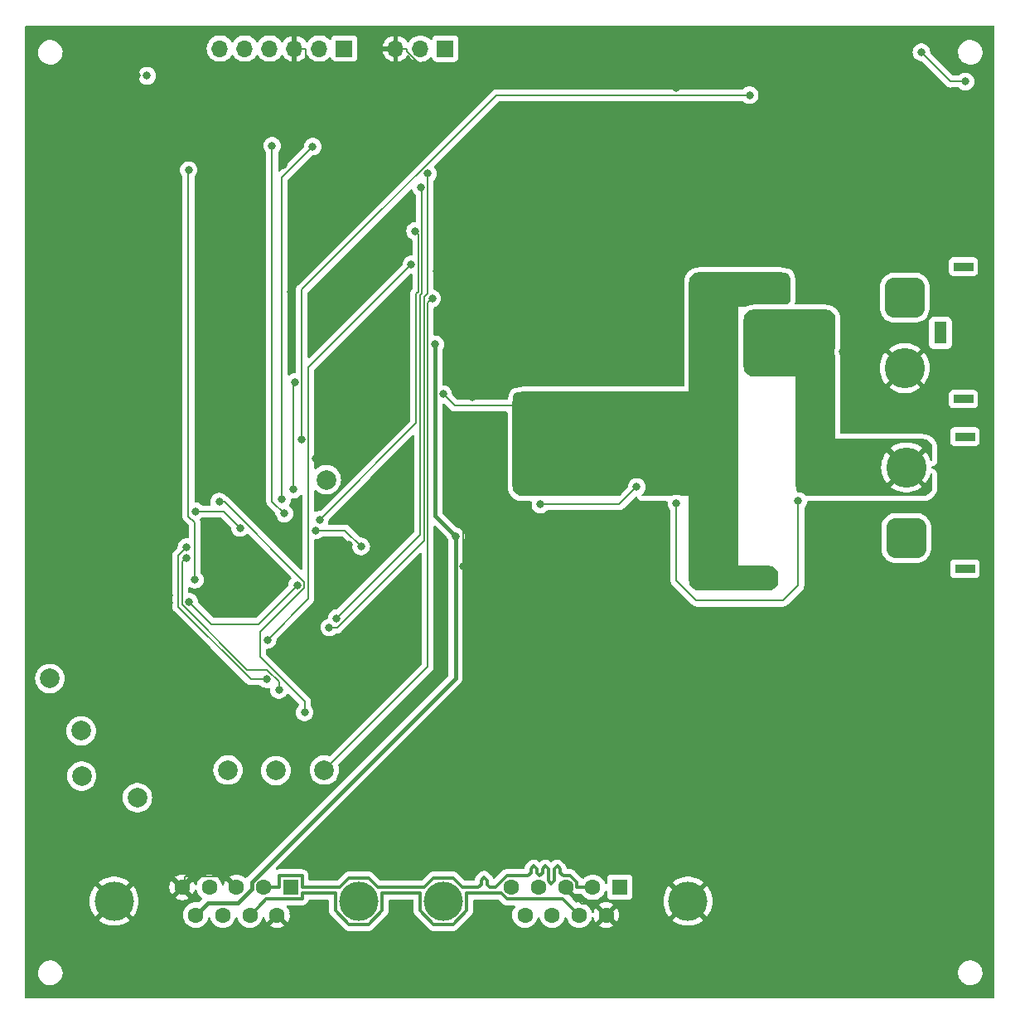
<source format=gbr>
%TF.GenerationSoftware,KiCad,Pcbnew,7.0.9*%
%TF.CreationDate,2024-03-23T03:29:42+09:00*%
%TF.ProjectId,motordriver2,6d6f746f-7264-4726-9976-6572322e6b69,rev?*%
%TF.SameCoordinates,Original*%
%TF.FileFunction,Copper,L2,Bot*%
%TF.FilePolarity,Positive*%
%FSLAX46Y46*%
G04 Gerber Fmt 4.6, Leading zero omitted, Abs format (unit mm)*
G04 Created by KiCad (PCBNEW 7.0.9) date 2024-03-23 03:29:42*
%MOMM*%
%LPD*%
G01*
G04 APERTURE LIST*
G04 Aperture macros list*
%AMRoundRect*
0 Rectangle with rounded corners*
0 $1 Rounding radius*
0 $2 $3 $4 $5 $6 $7 $8 $9 X,Y pos of 4 corners*
0 Add a 4 corners polygon primitive as box body*
4,1,4,$2,$3,$4,$5,$6,$7,$8,$9,$2,$3,0*
0 Add four circle primitives for the rounded corners*
1,1,$1+$1,$2,$3*
1,1,$1+$1,$4,$5*
1,1,$1+$1,$6,$7*
1,1,$1+$1,$8,$9*
0 Add four rect primitives between the rounded corners*
20,1,$1+$1,$2,$3,$4,$5,0*
20,1,$1+$1,$4,$5,$6,$7,0*
20,1,$1+$1,$6,$7,$8,$9,0*
20,1,$1+$1,$8,$9,$2,$3,0*%
G04 Aperture macros list end*
%TA.AperFunction,ComponentPad*%
%ADD10R,1.700000X1.700000*%
%TD*%
%TA.AperFunction,ComponentPad*%
%ADD11O,1.700000X1.700000*%
%TD*%
%TA.AperFunction,ComponentPad*%
%ADD12C,2.000000*%
%TD*%
%TA.AperFunction,ComponentPad*%
%ADD13R,2.000000X0.900000*%
%TD*%
%TA.AperFunction,ComponentPad*%
%ADD14RoundRect,1.025000X-1.025000X1.025000X-1.025000X-1.025000X1.025000X-1.025000X1.025000X1.025000X0*%
%TD*%
%TA.AperFunction,ComponentPad*%
%ADD15C,4.100000*%
%TD*%
%TA.AperFunction,ComponentPad*%
%ADD16C,4.000000*%
%TD*%
%TA.AperFunction,ComponentPad*%
%ADD17R,1.600000X1.600000*%
%TD*%
%TA.AperFunction,ComponentPad*%
%ADD18C,1.600000*%
%TD*%
%TA.AperFunction,ComponentPad*%
%ADD19R,1.300000X2.300000*%
%TD*%
%TA.AperFunction,ViaPad*%
%ADD20C,0.800000*%
%TD*%
%TA.AperFunction,Conductor*%
%ADD21C,0.200000*%
%TD*%
%TA.AperFunction,Conductor*%
%ADD22C,0.400000*%
%TD*%
%TA.AperFunction,Conductor*%
%ADD23C,0.335600*%
%TD*%
G04 APERTURE END LIST*
D10*
%TO.P,J5,1,Pin_1*%
%TO.N,Net-(D28-A2)*%
X102359100Y-86628800D03*
D11*
%TO.P,J5,2,Pin_2*%
%TO.N,Net-(D24-A2)*%
X99819100Y-86628800D03*
%TO.P,J5,3,Pin_3*%
%TO.N,GND*%
X97279100Y-86628800D03*
%TD*%
D12*
%TO.P,TP1,1,1*%
%TO.N,/COMP4_OUT*%
X90000000Y-160300000D03*
%TD*%
D10*
%TO.P,J4,1,Pin_1*%
%TO.N,+3.3V*%
X92025000Y-86625000D03*
D11*
%TO.P,J4,2,Pin_2*%
%TO.N,Net-(D22-A2)*%
X89485000Y-86625000D03*
%TO.P,J4,3,Pin_3*%
%TO.N,GND*%
X86945000Y-86625000D03*
%TO.P,J4,4,Pin_4*%
%TO.N,Net-(D23-A2)*%
X84405000Y-86625000D03*
%TO.P,J4,5,Pin_5*%
%TO.N,Net-(D25-A2)*%
X81865000Y-86625000D03*
%TO.P,J4,6,Pin_6*%
%TO.N,/SWO*%
X79325000Y-86625000D03*
%TD*%
D12*
%TO.P,TP7,1,1*%
%TO.N,/OPAMP_OUT*%
X85050000Y-160350000D03*
%TD*%
%TO.P,TP4,1,1*%
%TO.N,Net-(U3-PA2)*%
X65200000Y-160900000D03*
%TD*%
%TO.P,TP3,1,1*%
%TO.N,Net-(U3-PA1)*%
X65150000Y-156300000D03*
%TD*%
D13*
%TO.P,M1,*%
%TO.N,*%
X155450000Y-126250000D03*
X155450000Y-139750000D03*
D14*
%TO.P,M1,1,+*%
%TO.N,Net-(M1-+)*%
X149450000Y-136600000D03*
D15*
%TO.P,M1,2,-*%
%TO.N,Net-(M1--)*%
X149450000Y-129400000D03*
%TD*%
D12*
%TO.P,TP5,1,1*%
%TO.N,Net-(U3-PA3)*%
X70900000Y-163100000D03*
%TD*%
D16*
%TO.P,J3,0,PAD*%
%TO.N,GND*%
X68510000Y-173689700D03*
X93510000Y-173689700D03*
D17*
%TO.P,J3,1,1*%
%TO.N,unconnected-(J3-Pad1)*%
X86550000Y-172269700D03*
D18*
%TO.P,J3,2,2*%
%TO.N,/CAN_N*%
X83780000Y-172269700D03*
%TO.P,J3,3,3*%
%TO.N,GND*%
X81010000Y-172269700D03*
%TO.P,J3,4,4*%
%TO.N,unconnected-(J3-Pad4)*%
X78240000Y-172269700D03*
%TO.P,J3,5,5*%
%TO.N,GND*%
X75470000Y-172269700D03*
%TO.P,J3,6,6*%
X85165000Y-175109700D03*
%TO.P,J3,7,7*%
%TO.N,/CAN_P*%
X82395000Y-175109700D03*
%TO.P,J3,8,8*%
%TO.N,unconnected-(J3-Pad8)*%
X79625000Y-175109700D03*
%TO.P,J3,9,9*%
%TO.N,+12V*%
X76855000Y-175109700D03*
%TD*%
D12*
%TO.P,TP2,1,1*%
%TO.N,Net-(U3-PA0)*%
X61950000Y-150950000D03*
%TD*%
D16*
%TO.P,J2,0,PAD*%
%TO.N,GND*%
X102155000Y-173689700D03*
X127155000Y-173689700D03*
D17*
%TO.P,J2,1,1*%
%TO.N,unconnected-(J2-Pad1)*%
X120195000Y-172269700D03*
D18*
%TO.P,J2,2,2*%
%TO.N,/CAN_N*%
X117425000Y-172269700D03*
%TO.P,J2,3,3*%
%TO.N,GND*%
X114655000Y-172269700D03*
%TO.P,J2,4,4*%
%TO.N,unconnected-(J2-Pad4)*%
X111885000Y-172269700D03*
%TO.P,J2,5,5*%
%TO.N,GND*%
X109115000Y-172269700D03*
%TO.P,J2,6,6*%
X118810000Y-175109700D03*
%TO.P,J2,7,7*%
%TO.N,/CAN_P*%
X116040000Y-175109700D03*
%TO.P,J2,8,8*%
%TO.N,unconnected-(J2-Pad8)*%
X113270000Y-175109700D03*
%TO.P,J2,9,9*%
%TO.N,+12V*%
X110500000Y-175109700D03*
%TD*%
D12*
%TO.P,TP6,1,1*%
%TO.N,/DAC_OUT*%
X80150000Y-160300000D03*
%TD*%
%TO.P,TP8,1,1*%
%TO.N,/COMP2_OUT*%
X90200000Y-130650000D03*
%TD*%
D13*
%TO.P,J1,*%
%TO.N,*%
X155300000Y-108900000D03*
X155300000Y-122400000D03*
D14*
%TO.P,J1,1,Pin_1*%
%TO.N,VDD*%
X149300000Y-112050000D03*
D15*
%TO.P,J1,2,Pin_2*%
%TO.N,GND*%
X149300000Y-119250000D03*
D19*
%TO.P,J1,3*%
%TO.N,N/C*%
X152950000Y-115650000D03*
%TD*%
D20*
%TO.N,+3.3V*%
X76826400Y-133877300D03*
X151000000Y-87000000D03*
X155500000Y-90000000D03*
X81391000Y-135577500D03*
X71882000Y-89408000D03*
%TO.N,GND*%
X62738000Y-148590000D03*
X78740000Y-163322000D03*
X89662000Y-166878000D03*
X73152000Y-141986000D03*
X111252000Y-161798000D03*
X92456000Y-108204000D03*
X73152000Y-163068000D03*
X151130000Y-115062000D03*
X88138000Y-147574000D03*
X109982000Y-155448000D03*
X141967700Y-173710700D03*
X77470000Y-148082000D03*
X81026000Y-140208000D03*
X107188000Y-109982000D03*
X99568000Y-138938000D03*
X71374000Y-98298000D03*
X118110000Y-101600000D03*
X112776000Y-155448000D03*
X98298000Y-123698000D03*
X90678000Y-120142000D03*
X144018000Y-99314000D03*
X137668000Y-144272000D03*
X84328000Y-167894000D03*
X108204000Y-168402000D03*
X147574000Y-174244000D03*
X82550000Y-141732000D03*
X87884000Y-160782000D03*
X92456000Y-129794000D03*
X97536000Y-129032000D03*
X126746000Y-155448000D03*
X109220000Y-160274000D03*
X144526000Y-87884000D03*
X147574000Y-143764000D03*
X80518000Y-165608000D03*
X105925500Y-152274900D03*
X133858000Y-152400000D03*
X89408000Y-142494000D03*
X76962000Y-91694000D03*
X116586000Y-112268000D03*
X87884000Y-164592000D03*
X97536000Y-124714000D03*
X112014000Y-163322000D03*
X68326000Y-102362000D03*
X122936000Y-106426000D03*
X104731000Y-104486600D03*
X107442000Y-158750000D03*
X67310000Y-154940000D03*
X99314000Y-156718000D03*
X73660000Y-153416000D03*
X129540000Y-155448000D03*
X103378000Y-178054000D03*
X83566000Y-99314000D03*
X114808000Y-119634000D03*
X135382000Y-155448000D03*
X74930000Y-134620000D03*
X108204000Y-90424000D03*
X142240000Y-101092000D03*
X94742000Y-119126000D03*
X107950000Y-106172000D03*
X81026000Y-158242000D03*
X71882000Y-96012000D03*
X109728000Y-153416000D03*
X96266000Y-117602000D03*
X120650000Y-101600000D03*
X142050000Y-159929900D03*
X83566000Y-108458000D03*
X95758000Y-149352000D03*
X69596000Y-165100000D03*
X147320000Y-170942000D03*
X96012000Y-171196000D03*
X70866000Y-137922000D03*
X101346000Y-156718000D03*
X83566000Y-114046000D03*
X140716000Y-106172000D03*
X96520000Y-116586000D03*
X95250000Y-160782000D03*
X140716000Y-96520000D03*
X93218000Y-120650000D03*
X109220000Y-164846000D03*
X140462000Y-173228000D03*
X84328000Y-157988000D03*
X147066000Y-98806000D03*
X89916000Y-128524000D03*
X90678000Y-94996000D03*
X94996000Y-121666000D03*
X108966000Y-136906000D03*
X94234000Y-144526000D03*
X90678000Y-88138000D03*
X114300000Y-152400000D03*
X92456000Y-113284000D03*
X95504000Y-118364000D03*
X149860000Y-173990000D03*
X108458000Y-175006000D03*
X91948000Y-178054000D03*
X95250000Y-86360000D03*
X152146000Y-100076000D03*
X140716000Y-91440000D03*
X84836000Y-178054000D03*
X107442000Y-162814000D03*
X71628000Y-100584000D03*
X65786000Y-100076000D03*
X97536000Y-115570000D03*
X81788000Y-139446000D03*
X115570000Y-155448000D03*
X120904000Y-93472000D03*
X152400000Y-172466000D03*
X120396000Y-105918000D03*
X102616000Y-153924000D03*
X147574000Y-162814000D03*
X59944000Y-152654000D03*
X89916000Y-126492000D03*
X95758000Y-178054000D03*
X77216000Y-122428000D03*
X72390000Y-152400000D03*
X93472000Y-107442000D03*
X114808000Y-140970000D03*
X129794000Y-175006000D03*
X77216000Y-127254000D03*
X147066000Y-152400000D03*
X111506000Y-94234000D03*
X125476000Y-152400000D03*
X96012000Y-88392000D03*
X82296000Y-127762000D03*
X93980000Y-116586000D03*
X74168000Y-136144000D03*
X90678000Y-123190000D03*
X93218000Y-163068000D03*
X105125300Y-122189600D03*
X105156000Y-160782000D03*
X149352000Y-125476000D03*
X95758000Y-120904000D03*
X145542000Y-162560000D03*
X148336000Y-139954000D03*
X101600000Y-136144000D03*
X74168000Y-142494000D03*
X77216000Y-113538000D03*
X150114000Y-146558000D03*
X129032000Y-87884000D03*
X145034000Y-125476000D03*
X69850000Y-136652000D03*
X149352000Y-154686000D03*
X82550000Y-160274000D03*
X140077000Y-151634600D03*
X147320000Y-165608000D03*
X71628000Y-102362000D03*
X115570000Y-169164000D03*
X118364000Y-155448000D03*
X86360000Y-166116000D03*
X147066000Y-125476000D03*
X81026000Y-138684000D03*
X86868000Y-146050000D03*
X83058000Y-96774000D03*
X92202000Y-104648000D03*
X103124000Y-158242000D03*
X125984000Y-143002000D03*
X94996000Y-110744000D03*
X141986000Y-91440000D03*
X139700000Y-94996000D03*
X77470000Y-99822000D03*
X81534000Y-178054000D03*
X93726000Y-153924000D03*
X105925500Y-157230900D03*
X93472000Y-147066000D03*
X102108000Y-95504000D03*
X78232000Y-170180000D03*
X86106000Y-158242000D03*
X127762000Y-177800000D03*
X109728000Y-140970000D03*
X78994000Y-156464000D03*
X147828000Y-152400000D03*
X109220000Y-138176000D03*
X86614000Y-169926000D03*
X104196900Y-139504600D03*
X88138000Y-178054000D03*
X108204000Y-92456000D03*
X92710000Y-139192000D03*
X80772000Y-126746000D03*
X143510000Y-165608000D03*
X146812000Y-95250000D03*
X136906000Y-152400000D03*
X82550000Y-143256000D03*
X139954000Y-140462000D03*
X82042000Y-170434000D03*
X145796000Y-115316000D03*
X147574000Y-149606000D03*
X111506000Y-152400000D03*
X135890000Y-101600000D03*
X80264000Y-142494000D03*
X93726000Y-103124000D03*
X98552000Y-129286000D03*
X121920000Y-94234000D03*
X90170000Y-92456000D03*
X148082000Y-154432000D03*
X109220000Y-169926000D03*
X93726000Y-87884000D03*
X84074000Y-141732000D03*
X149860000Y-139700000D03*
X91440000Y-91440000D03*
X99568000Y-142494000D03*
X86868000Y-175006000D03*
X93472000Y-92202000D03*
X104810200Y-118099700D03*
X72136000Y-138938000D03*
X122682000Y-152400000D03*
X83312000Y-123952000D03*
X80264000Y-91186000D03*
X67310000Y-88900000D03*
X153162000Y-150876000D03*
X79502000Y-140208000D03*
X84074000Y-88392000D03*
X102616000Y-106172000D03*
X84836000Y-140970000D03*
X77724000Y-132080000D03*
X134620000Y-108204000D03*
X145034000Y-115824000D03*
X71120000Y-149352000D03*
X94996000Y-135382000D03*
X83312000Y-162306000D03*
X150114000Y-142494000D03*
X87122000Y-160782000D03*
X95250000Y-105664000D03*
X132334000Y-155448000D03*
X72644000Y-158750000D03*
X112776000Y-112268000D03*
X109982000Y-92456000D03*
X82550000Y-125222000D03*
X121158000Y-155448000D03*
X96012000Y-130556000D03*
X117856000Y-113284000D03*
X149606000Y-150876000D03*
X113284000Y-105918000D03*
X95504000Y-138938000D03*
X140208000Y-155448000D03*
X87884000Y-99314000D03*
X138684000Y-108966000D03*
X136144000Y-177800000D03*
X89408000Y-162814000D03*
X77724000Y-129286000D03*
X80010000Y-129794000D03*
X80264000Y-139446000D03*
X84800928Y-134584928D03*
X74930000Y-98044000D03*
X147320000Y-168148000D03*
X122174000Y-141732000D03*
X96774000Y-129794000D03*
X96774000Y-100076000D03*
X88900000Y-171196000D03*
X80264000Y-140970000D03*
X90678000Y-121666000D03*
X119888000Y-152400000D03*
X119126000Y-101854000D03*
X98298000Y-153924000D03*
X87630000Y-91440000D03*
X127762000Y-86106000D03*
X83312000Y-140970000D03*
X87884000Y-107442000D03*
X86106000Y-155194000D03*
X152654000Y-178562000D03*
X116840000Y-139446000D03*
X105664000Y-84836000D03*
X153416000Y-155702000D03*
X96266000Y-136652000D03*
X97790000Y-88392000D03*
X71628000Y-91948000D03*
X121666000Y-104902000D03*
X87884000Y-104648000D03*
X96520000Y-131572000D03*
X143764000Y-102870000D03*
X78740000Y-128524000D03*
X75438000Y-93726000D03*
X95758000Y-156718000D03*
X79756000Y-93472000D03*
X81026000Y-143256000D03*
X150114000Y-163068000D03*
X84074000Y-140208000D03*
X85852000Y-97282000D03*
X110998000Y-90424000D03*
X101446100Y-109315100D03*
X74930000Y-130556000D03*
X98552000Y-131318000D03*
X127508000Y-144272000D03*
X89154000Y-158242000D03*
X107696000Y-155448000D03*
X73406000Y-91948000D03*
X147574000Y-146558000D03*
X98806000Y-175260000D03*
X137922000Y-108712000D03*
X82296000Y-122174000D03*
X104947300Y-133591000D03*
X89662000Y-154686000D03*
X97028000Y-112268000D03*
X99568000Y-171196000D03*
X81788000Y-144018000D03*
X139700000Y-152400000D03*
X73660000Y-140208000D03*
X64008000Y-154686000D03*
X92456000Y-159766000D03*
X77216000Y-166370000D03*
X107442000Y-153416000D03*
X92456000Y-125984000D03*
X82550000Y-155956000D03*
X111506000Y-101600000D03*
X75184000Y-90424000D03*
X145542000Y-94996000D03*
X83566000Y-102362000D03*
X131826000Y-92456000D03*
X151892000Y-125476000D03*
X147828000Y-108712000D03*
X90932000Y-171196000D03*
X144780000Y-173736000D03*
X105918000Y-148336000D03*
X148336000Y-177800000D03*
X90424000Y-156718000D03*
X83566000Y-111506000D03*
X104902000Y-112268000D03*
X121920000Y-101600000D03*
X86360000Y-146558000D03*
X91440000Y-164846000D03*
X70612000Y-144526000D03*
X98298000Y-128270000D03*
X61722000Y-148590000D03*
X77216000Y-165608000D03*
X97536000Y-154686000D03*
X70612000Y-151130000D03*
X98552000Y-135382000D03*
X81788000Y-125984000D03*
X93472000Y-123190000D03*
X90170000Y-111252000D03*
X67056000Y-157480000D03*
X87376000Y-149352000D03*
X81788000Y-137922000D03*
X74930000Y-108966000D03*
X62230000Y-153162000D03*
X77470000Y-151638000D03*
X93726000Y-128524000D03*
X101600000Y-104394000D03*
X117856000Y-119888000D03*
X135128000Y-175006000D03*
X71882000Y-154940000D03*
X101346000Y-154686000D03*
X97028000Y-175260000D03*
X95250000Y-101600000D03*
X94488000Y-127762000D03*
X107442000Y-113030000D03*
X119126000Y-178054000D03*
X83566000Y-126492000D03*
X98552000Y-132334000D03*
X90424000Y-142494000D03*
X109220000Y-168656000D03*
X124460000Y-92710000D03*
X101905400Y-90431600D03*
X87630000Y-88392000D03*
X74930000Y-117856000D03*
X98552000Y-163068000D03*
X79756000Y-97028000D03*
X149352000Y-170942000D03*
X81788000Y-142494000D03*
X148336000Y-102616000D03*
X74930000Y-113538000D03*
X68072000Y-100838000D03*
X131064000Y-152400000D03*
X115062000Y-178054000D03*
X152654000Y-133096000D03*
X68580000Y-163576000D03*
X97028000Y-147320000D03*
X96012000Y-114808000D03*
X84328000Y-156210000D03*
X101854000Y-142494000D03*
X112522000Y-166116000D03*
X107950000Y-151638000D03*
X107188000Y-117094000D03*
X78232000Y-93472000D03*
X123952000Y-155448000D03*
X86360000Y-148590000D03*
X87122000Y-93980000D03*
X133604000Y-103632000D03*
X92456000Y-128524000D03*
X78232000Y-178054000D03*
X97790000Y-160782000D03*
X124460000Y-175006000D03*
X116586000Y-110236000D03*
X115570000Y-170180000D03*
X149860000Y-168148000D03*
X105941300Y-147353900D03*
X125984000Y-90678000D03*
X75692000Y-166624000D03*
X150622000Y-102870000D03*
X97282000Y-119380000D03*
X90678000Y-118618000D03*
X144526000Y-178308000D03*
X97536000Y-132334000D03*
X97790000Y-111252000D03*
X104394000Y-96266000D03*
X89725400Y-89505000D03*
X149606000Y-177800000D03*
X120142000Y-141732000D03*
X98044000Y-136398000D03*
X74930000Y-126238000D03*
X68580000Y-92202000D03*
X77216000Y-117856000D03*
X140716000Y-92964000D03*
X152908000Y-117856000D03*
X155194000Y-137414000D03*
X104648000Y-140970000D03*
X96774000Y-104140000D03*
X82550000Y-140208000D03*
X71628000Y-153416000D03*
X106680000Y-90424000D03*
X81026000Y-128778000D03*
X94996000Y-131064000D03*
X82550000Y-138684000D03*
X107442000Y-138430000D03*
X104140000Y-86868000D03*
X94234000Y-122428000D03*
X77216000Y-108966000D03*
X87884000Y-102108000D03*
X98298000Y-114808000D03*
X101600000Y-100584000D03*
X114046000Y-93218000D03*
X90170000Y-175260000D03*
X132080000Y-177800000D03*
X139700000Y-170434000D03*
X98298000Y-122682000D03*
X115824000Y-120396000D03*
X89910700Y-144062000D03*
X92456000Y-127254000D03*
X103384100Y-116125000D03*
X141986000Y-92964000D03*
X92710000Y-116586000D03*
X143002000Y-117602000D03*
X77216000Y-125984000D03*
X74930000Y-122428000D03*
X155194000Y-130810000D03*
X143256000Y-125476000D03*
X92456000Y-121412000D03*
X111252000Y-104140000D03*
X82550000Y-119888000D03*
X137922000Y-105156000D03*
X128270000Y-152400000D03*
X114046000Y-118872000D03*
X76708000Y-149606000D03*
X86614000Y-111506000D03*
X75692000Y-165608000D03*
X99568000Y-149352000D03*
X98552000Y-130302000D03*
X78740000Y-140970000D03*
X123444000Y-177800000D03*
X123698000Y-141732000D03*
X98298000Y-120650000D03*
X138430000Y-175768000D03*
X90932000Y-106426000D03*
X71882000Y-143256000D03*
X85852000Y-98552000D03*
X107188000Y-178054000D03*
X106172000Y-85852000D03*
X76454000Y-97282000D03*
X77724000Y-130556000D03*
X81026000Y-141732000D03*
X108204000Y-169926000D03*
X101854000Y-92456000D03*
X90424000Y-138938000D03*
X83566000Y-105410000D03*
X96012000Y-126238000D03*
X131064000Y-106426000D03*
X83566000Y-125476000D03*
X83312000Y-142494000D03*
X74930000Y-104648000D03*
X68834000Y-96012000D03*
X131318000Y-90424000D03*
X104648000Y-147066000D03*
X120650000Y-175006000D03*
X116840000Y-114300000D03*
X139700000Y-164846000D03*
X108458000Y-117094000D03*
X89662000Y-153924000D03*
X141932700Y-166642500D03*
X89154000Y-151638000D03*
X147828000Y-115062000D03*
X99568000Y-147320000D03*
X92456000Y-124206000D03*
X152400000Y-156464000D03*
X110490000Y-109982000D03*
X93726000Y-154686000D03*
X101854000Y-147066000D03*
X74930000Y-100330000D03*
X149098000Y-99822000D03*
X70612000Y-135382000D03*
X81788000Y-140970000D03*
X123190000Y-90170000D03*
X96774000Y-125476000D03*
X78486000Y-95250000D03*
X60960000Y-153162000D03*
X98298000Y-121666000D03*
X83312000Y-139446000D03*
X93980000Y-119888000D03*
X120396000Y-110236000D03*
X69088000Y-158750000D03*
X96266000Y-142494000D03*
X144780000Y-157480000D03*
X80010000Y-88900000D03*
X95250000Y-116586000D03*
X74168000Y-143256000D03*
X150114000Y-165100000D03*
X79756000Y-127762000D03*
X98552000Y-102108000D03*
X117094000Y-152400000D03*
X140970000Y-99060000D03*
X96266000Y-138176000D03*
X77216000Y-104648000D03*
X153670000Y-102362000D03*
X109220000Y-112014000D03*
X96520000Y-120142000D03*
X60452000Y-148844000D03*
X95250000Y-127000000D03*
X85598000Y-91186000D03*
X98298000Y-118618000D03*
X88900000Y-150368000D03*
X146558000Y-99568000D03*
X81280000Y-154686000D03*
X90170000Y-107442000D03*
X111252000Y-178054000D03*
X71120000Y-147574000D03*
X144018000Y-160528000D03*
X99568000Y-178054000D03*
X89154000Y-128524000D03*
X98298000Y-119634000D03*
X92536500Y-137319700D03*
X138176000Y-155448000D03*
X111760000Y-112268000D03*
X118110000Y-140970000D03*
X101600000Y-107696000D03*
X91694000Y-122174000D03*
X79502000Y-141732000D03*
X127762000Y-84836000D03*
X150368000Y-157988000D03*
X103632000Y-93726000D03*
X92964000Y-129286000D03*
X78994000Y-130810000D03*
X96012000Y-109728000D03*
X111760000Y-168656000D03*
X70866000Y-89408000D03*
X143002000Y-97028000D03*
X155194000Y-134112000D03*
X153162000Y-113538000D03*
X88138000Y-168402000D03*
X91694000Y-117602000D03*
%TO.N,+12V*%
X101337100Y-116846100D03*
X103448500Y-136450700D03*
%TO.N,Net-(M1--)*%
X133604000Y-113792000D03*
X135636000Y-116840000D03*
X136652000Y-116840000D03*
X135636000Y-115824000D03*
X133604000Y-114808000D03*
X133604000Y-116840000D03*
X133604000Y-115824000D03*
X135636000Y-114808000D03*
X134620000Y-116840000D03*
X136652000Y-113792000D03*
X134620000Y-114808000D03*
X134620000Y-115824000D03*
X134620000Y-113792000D03*
X144018000Y-131826000D03*
X136652000Y-114808000D03*
X135636000Y-113792000D03*
X136652000Y-115824000D03*
%TO.N,/VSen*%
X135636000Y-139954000D03*
X127762000Y-129794000D03*
X127762000Y-122682000D03*
X110744000Y-125730000D03*
X127762000Y-133858000D03*
X127762000Y-116586000D03*
X127762000Y-118618000D03*
X111760000Y-127762000D03*
X128778000Y-123698000D03*
X137160000Y-112014000D03*
X111760000Y-128778000D03*
X127762000Y-115570000D03*
X112776000Y-131318000D03*
X127762000Y-121666000D03*
X127762000Y-120650000D03*
X128524000Y-110998000D03*
X127762000Y-139954000D03*
X110744000Y-122174000D03*
X127762000Y-134874000D03*
X113792000Y-128778000D03*
X134620000Y-112014000D03*
X129794000Y-117602000D03*
X128778000Y-137922000D03*
X131826000Y-117602000D03*
X137160000Y-109982000D03*
X131572000Y-110998000D03*
X111760000Y-122174000D03*
X128778000Y-127762000D03*
X110744000Y-124714000D03*
X109728000Y-129794000D03*
X131826000Y-113538000D03*
X102135600Y-121907500D03*
X132588000Y-110998000D03*
X113792000Y-123698000D03*
X129794000Y-140970000D03*
X130810000Y-140970000D03*
X133604000Y-109982000D03*
X112776000Y-127762000D03*
X111760000Y-125730000D03*
X130810000Y-139954000D03*
X111760000Y-129794000D03*
X111760000Y-124714000D03*
X127762000Y-123698000D03*
X109728000Y-123698000D03*
X113792000Y-131318000D03*
X128778000Y-117602000D03*
X129540000Y-109982000D03*
X128778000Y-122682000D03*
X134366000Y-139954000D03*
X129794000Y-131826000D03*
X112776000Y-128778000D03*
X128778000Y-120650000D03*
X128778000Y-134874000D03*
X128778000Y-113538000D03*
X112776000Y-123698000D03*
X133604000Y-110998000D03*
X128779000Y-130798000D03*
X130810000Y-114554000D03*
X109728000Y-131318000D03*
X113792000Y-124714000D03*
X110744000Y-126746000D03*
X131826000Y-114554000D03*
X110744000Y-127762000D03*
X128778000Y-124714000D03*
X128778000Y-128778000D03*
X137160000Y-110998000D03*
X128778000Y-135890000D03*
X128778000Y-115570000D03*
X113792000Y-127762000D03*
X127762000Y-117602000D03*
X130810000Y-116586000D03*
X130810000Y-117602000D03*
X127762000Y-127762000D03*
X134620000Y-110998000D03*
X113792000Y-126746000D03*
X111760000Y-123698000D03*
X128778000Y-140970000D03*
X129794000Y-138938000D03*
X112776000Y-126746000D03*
X128524000Y-109982000D03*
X109728000Y-125730000D03*
X127763000Y-130798000D03*
X129794000Y-120650000D03*
X113792000Y-125730000D03*
X111760000Y-126746000D03*
X112776000Y-129794000D03*
X127762000Y-138938000D03*
X133096000Y-140970000D03*
X109728000Y-127762000D03*
X127762000Y-140970000D03*
X131826000Y-115570000D03*
X129794000Y-114554000D03*
X130556000Y-110998000D03*
X134366000Y-140970000D03*
X132588000Y-109982000D03*
X131826000Y-139954000D03*
X129794000Y-113538000D03*
X127762000Y-113538000D03*
X128778000Y-114554000D03*
X128778000Y-118618000D03*
X113792000Y-122174000D03*
X128778000Y-129794000D03*
X109728000Y-126746000D03*
X109728000Y-124714000D03*
X135890000Y-112014000D03*
X129794000Y-133858000D03*
X110744000Y-123698000D03*
X129794000Y-115570000D03*
X127762000Y-137922000D03*
X112776000Y-122174000D03*
X129794000Y-118618000D03*
X127762000Y-114554000D03*
X133096000Y-139954000D03*
X113792000Y-129794000D03*
X131826000Y-140970000D03*
X135890000Y-109982000D03*
X129540000Y-110998000D03*
X127762000Y-126746000D03*
X128778000Y-126746000D03*
X112776000Y-124714000D03*
X128778000Y-138938000D03*
X110744000Y-129794000D03*
X127762000Y-128778000D03*
X134620000Y-109982000D03*
X135890000Y-110998000D03*
X109728000Y-122174000D03*
X127762000Y-136906000D03*
X131572000Y-109982000D03*
X128778000Y-133858000D03*
X130556000Y-109982000D03*
X111760000Y-131318000D03*
X112776000Y-125730000D03*
X130810000Y-118618000D03*
X128778000Y-116586000D03*
X128778000Y-125730000D03*
X130810000Y-115570000D03*
X127762000Y-131826000D03*
X127762000Y-124714000D03*
X129794000Y-116586000D03*
X109728000Y-128778000D03*
X128778000Y-121666000D03*
X128778000Y-139954000D03*
X131826000Y-118618000D03*
X128778000Y-136906000D03*
X110744000Y-131318000D03*
X130810000Y-113538000D03*
X110744000Y-128778000D03*
X135636000Y-140970000D03*
X127762000Y-125730000D03*
X128778000Y-131826000D03*
X127762000Y-135890000D03*
X131826000Y-116586000D03*
X129794000Y-139954000D03*
%TO.N,/COMP4_OUT*%
X101009800Y-112152500D03*
%TO.N,/IO_OUT3*%
X133457200Y-91379500D03*
X87645300Y-126557000D03*
%TO.N,VDD*%
X112078100Y-133179600D03*
X121914500Y-131401900D03*
%TO.N,Net-(Q1-G)*%
X125984000Y-133096000D03*
X138430000Y-132842000D03*
%TO.N,/I2C_SCL*%
X86843300Y-131660100D03*
X86973100Y-120695400D03*
%TO.N,/IO_IN1*%
X98881700Y-108677000D03*
X84187600Y-147015500D03*
%TO.N,/IO_IN2*%
X89527100Y-134726700D03*
X99270900Y-105258500D03*
%TO.N,/NRST*%
X76132000Y-99037500D03*
X76756200Y-140876400D03*
%TO.N,/USART3_TX*%
X90491500Y-145742800D03*
X100573400Y-99391300D03*
%TO.N,/USART3_RX*%
X91254200Y-144797000D03*
X99823500Y-100772800D03*
%TO.N,/SWCLK*%
X85654900Y-132669200D03*
X88804100Y-96641100D03*
%TO.N,/SWDIO*%
X84662200Y-96556900D03*
X85898500Y-134111200D03*
%TO.N,/CAN_TX_STM*%
X75894400Y-138613600D03*
X85345000Y-152130200D03*
%TO.N,/CAN_RX_STM*%
X84112900Y-151036100D03*
X75919800Y-137528100D03*
%TO.N,/IO_OUT2*%
X79251200Y-132903100D03*
X87978200Y-154416900D03*
%TO.N,/GATEHA*%
X93753400Y-137470400D03*
X89122200Y-135824200D03*
%TO.N,/GATELA*%
X76193900Y-143131700D03*
X87232300Y-141401300D03*
%TD*%
D21*
%TO.N,+3.3V*%
X151000000Y-87000000D02*
X154000000Y-90000000D01*
X154000000Y-90000000D02*
X155500000Y-90000000D01*
X76826400Y-133877300D02*
X79690800Y-133877300D01*
X79690800Y-133877300D02*
X81391000Y-135577500D01*
%TO.N,GND*%
X141932700Y-160047200D02*
X141932700Y-166642500D01*
X142050000Y-159929900D02*
X141932700Y-160047200D01*
X101446100Y-109315100D02*
X104731000Y-106030200D01*
X117639500Y-173939200D02*
X118810000Y-175109700D01*
X114655000Y-172269700D02*
X116324500Y-173939200D01*
X105925500Y-157230900D02*
X105925500Y-152274900D01*
X103384100Y-116125000D02*
X103384100Y-111253100D01*
X141932700Y-166642500D02*
X141967700Y-166677500D01*
X105941300Y-148312700D02*
X105941300Y-147353900D01*
X97279100Y-86628800D02*
X98429200Y-86628800D01*
X92536500Y-137319700D02*
X92536500Y-139018500D01*
X92536500Y-139365500D02*
X92536500Y-141436200D01*
X75761700Y-171158800D02*
X79899100Y-171158800D01*
X105125300Y-118414800D02*
X104810200Y-118099700D01*
X141967700Y-166677500D02*
X141967700Y-173710700D01*
X97279100Y-86628800D02*
X96129000Y-86628800D01*
X103384100Y-116673600D02*
X103384100Y-116125000D01*
X104810200Y-118099700D02*
X103384100Y-116673600D01*
X116324500Y-173939200D02*
X117639500Y-173939200D01*
X104731000Y-106030200D02*
X104731000Y-104486600D01*
X89725400Y-89505000D02*
X88095100Y-87874700D01*
X75761700Y-171978000D02*
X75761700Y-171158800D01*
X105125300Y-122189600D02*
X105125300Y-118414800D01*
X105925500Y-152274900D02*
X105941300Y-152259100D01*
X105918000Y-148336000D02*
X105941300Y-148312700D01*
X105941300Y-152259100D02*
X105941300Y-148359300D01*
X75470000Y-172269700D02*
X75761700Y-171978000D01*
X142050000Y-153607600D02*
X142050000Y-159929900D01*
X96129000Y-86628800D02*
X93252800Y-89505000D01*
X98429200Y-86955400D02*
X101905400Y-90431600D01*
X86945000Y-86625000D02*
X88095100Y-86625000D01*
X140077000Y-151634600D02*
X142050000Y-153607600D01*
X104196900Y-134341400D02*
X104947300Y-133591000D01*
X98429200Y-86628800D02*
X98429200Y-86955400D01*
X88095100Y-87874700D02*
X88095100Y-86625000D01*
X92710000Y-139192000D02*
X92536500Y-139365500D01*
X79899100Y-171158800D02*
X81010000Y-172269700D01*
X104196900Y-139504600D02*
X104196900Y-134341400D01*
X92536500Y-141436200D02*
X89910700Y-144062000D01*
X105941300Y-148359300D02*
X105918000Y-148336000D01*
X103384100Y-111253100D02*
X101446100Y-109315100D01*
X93252800Y-89505000D02*
X89725400Y-89505000D01*
X92536500Y-139018500D02*
X92710000Y-139192000D01*
D22*
%TO.N,+12V*%
X103396800Y-136502400D02*
X103448500Y-136450700D01*
X81138800Y-173893000D02*
X82564300Y-172467500D01*
X101337100Y-116846100D02*
X101335500Y-116847700D01*
X76855000Y-175109700D02*
X78071700Y-173893000D01*
X101335500Y-116847700D02*
X101335500Y-134337700D01*
X78071700Y-173893000D02*
X81138800Y-173893000D01*
X103396800Y-150909900D02*
X103396800Y-136502400D01*
X82564300Y-172467500D02*
X82564300Y-171742400D01*
X82564300Y-171742400D02*
X103396800Y-150909900D01*
X101335500Y-134337700D02*
X103448500Y-136450700D01*
D23*
%TO.N,/CAN_P*%
X83231100Y-174273500D02*
X82395000Y-175109600D01*
X82395000Y-175109600D02*
X82395000Y-175109700D01*
X103136000Y-176057000D02*
X104523000Y-174670000D01*
X94490800Y-176057000D02*
X95877800Y-174670000D01*
X99787200Y-172855000D02*
X99787200Y-174670000D01*
X87717800Y-173437000D02*
X87717800Y-172855000D01*
X99787200Y-174670000D02*
X101174200Y-176057000D01*
X115204000Y-174273500D02*
X116040000Y-175110000D01*
X114368000Y-173437000D02*
X115204000Y-174273500D01*
X91142200Y-172855000D02*
X91142200Y-174670000D01*
X108049000Y-172855000D02*
X108631000Y-173437000D01*
X116040000Y-175109500D02*
X116040000Y-175109700D01*
X83231100Y-174273500D02*
X84067200Y-173437000D01*
X95877800Y-172855000D02*
X99787200Y-172855000D01*
X82395000Y-175110000D02*
X83231100Y-174273500D01*
X87717800Y-172855000D02*
X91142200Y-172855000D01*
X84067200Y-173437000D02*
X87717800Y-173437000D01*
X91142200Y-174670000D02*
X92529200Y-176057000D01*
X92529200Y-176057000D02*
X94490800Y-176057000D01*
X101174200Y-176057000D02*
X103136000Y-176057000D01*
X115204000Y-174273500D02*
X116040000Y-175109500D01*
X108631000Y-173437000D02*
X114368000Y-173437000D01*
X104523000Y-172855000D02*
X108049000Y-172855000D01*
X95877800Y-174670000D02*
X95877800Y-172855000D01*
X104523000Y-174670000D02*
X104523000Y-172855000D01*
%TO.N,/CAN_N*%
X112595000Y-170102000D02*
X112895000Y-170402000D01*
X111695000Y-170802000D02*
X111995000Y-171102000D01*
X87717800Y-172270000D02*
X91581400Y-172270000D01*
X100226400Y-172270000D02*
X101174200Y-171322000D01*
X101174200Y-171322000D02*
X103136000Y-171322000D01*
X117424700Y-172270000D02*
X117425000Y-172270000D01*
X105715000Y-172270000D02*
X106015000Y-171970000D01*
X87717800Y-171102000D02*
X87717800Y-172270000D01*
X113495000Y-171602000D02*
X113495000Y-170402000D01*
X117424700Y-172270000D02*
X117425000Y-172269700D01*
X106015000Y-171970000D02*
X106015000Y-171570000D01*
X104084000Y-172270000D02*
X105715000Y-172270000D01*
X112295000Y-170402000D02*
X112595000Y-170102000D01*
X106315000Y-171270000D02*
X106615000Y-171570000D01*
X95438600Y-172270000D02*
X100226400Y-172270000D01*
X111395000Y-170102000D02*
X111695000Y-170402000D01*
X108631000Y-171102000D02*
X110795000Y-171102000D01*
X115139000Y-171102000D02*
X115823000Y-171786000D01*
X113795000Y-170102000D02*
X114095000Y-170402000D01*
X85382200Y-172270000D02*
X85382200Y-171102000D01*
X115823000Y-171786000D02*
X115823000Y-172270000D01*
X111995000Y-171102000D02*
X112295000Y-170802000D01*
X83780000Y-172269700D02*
X83780000Y-172270000D01*
X106615000Y-171570000D02*
X106615000Y-171970000D01*
X112295000Y-170802000D02*
X112295000Y-170402000D01*
X106915000Y-172270000D02*
X107463000Y-172270000D01*
X92529200Y-171322000D02*
X94490800Y-171322000D01*
X111095000Y-170802000D02*
X111095000Y-170402000D01*
X112895000Y-170402000D02*
X112895000Y-171602000D01*
X106015000Y-171570000D02*
X106315000Y-171270000D01*
X94490800Y-171322000D02*
X95438600Y-172270000D01*
X111095000Y-170402000D02*
X111395000Y-170102000D01*
X115823000Y-172270000D02*
X117424700Y-172270000D01*
X110795000Y-171102000D02*
X111095000Y-170802000D01*
X114095000Y-170402000D02*
X114095000Y-170802000D01*
X85382200Y-171102000D02*
X87717800Y-171102000D01*
X112895000Y-171602000D02*
X113195000Y-171902000D01*
X114095000Y-170802000D02*
X114395000Y-171102000D01*
X111695000Y-170402000D02*
X111695000Y-170802000D01*
X106615000Y-171970000D02*
X106915000Y-172270000D01*
X103136000Y-171322000D02*
X104084000Y-172270000D01*
X83780000Y-172270000D02*
X85382200Y-172270000D01*
X91581400Y-172270000D02*
X92529200Y-171322000D01*
X113195000Y-171902000D02*
X113495000Y-171602000D01*
X107463000Y-172270000D02*
X108631000Y-171102000D01*
X113495000Y-170402000D02*
X113795000Y-170102000D01*
X114395000Y-171102000D02*
X115139000Y-171102000D01*
D21*
%TO.N,/VSen*%
X111032100Y-123100700D02*
X103328800Y-123100700D01*
X103328800Y-123100700D02*
X102135600Y-121907500D01*
%TO.N,/COMP4_OUT*%
X100573400Y-112588900D02*
X101009800Y-112152500D01*
X100573400Y-149726600D02*
X100573400Y-112588900D01*
X90000000Y-160300000D02*
X100573400Y-149726600D01*
%TO.N,/IO_OUT3*%
X87698900Y-111253400D02*
X87698900Y-126503400D01*
X87698900Y-126503400D02*
X87645300Y-126557000D01*
X107572800Y-91379500D02*
X87698900Y-111253400D01*
X133457200Y-91379500D02*
X107572800Y-91379500D01*
%TO.N,VDD*%
X120136800Y-133179600D02*
X112078100Y-133179600D01*
X121914500Y-131401900D02*
X120136800Y-133179600D01*
%TO.N,Net-(Q1-G)*%
X128016000Y-143002000D02*
X136906000Y-143002000D01*
X138430000Y-141478000D02*
X138430000Y-132842000D01*
X136906000Y-143002000D02*
X138430000Y-141478000D01*
X125984000Y-140970000D02*
X128016000Y-143002000D01*
X125984000Y-133096000D02*
X125984000Y-140970000D01*
%TO.N,/I2C_SCL*%
X86973100Y-120695400D02*
X86843300Y-120825200D01*
X86843300Y-120825200D02*
X86843300Y-131660100D01*
%TO.N,/IO_IN1*%
X98881700Y-108677000D02*
X88363800Y-119194900D01*
X88363800Y-142839300D02*
X84187600Y-147015500D01*
X88363800Y-119194900D02*
X88363800Y-142839300D01*
%TO.N,/IO_IN2*%
X99373100Y-111667600D02*
X99373100Y-124880700D01*
X99581800Y-111458900D02*
X99373100Y-111667600D01*
X99581800Y-105569400D02*
X99581800Y-111458900D01*
X99270900Y-105258500D02*
X99581800Y-105569400D01*
X99373100Y-124880700D02*
X89527100Y-134726700D01*
%TO.N,/NRST*%
X76756200Y-140876400D02*
X76756200Y-135027000D01*
X76107800Y-134378600D02*
X76107800Y-99061700D01*
X76756200Y-135027000D02*
X76107800Y-134378600D01*
X76107800Y-99061700D02*
X76132000Y-99037500D01*
%TO.N,/USART3_TX*%
X100173300Y-111999000D02*
X100173300Y-136868000D01*
X100573400Y-111598900D02*
X100173300Y-111999000D01*
X100173300Y-136868000D02*
X91298500Y-145742800D01*
X100573400Y-99391300D02*
X100573400Y-111598900D01*
X91298500Y-145742800D02*
X90491500Y-145742800D01*
%TO.N,/USART3_RX*%
X99981900Y-100931200D02*
X99981900Y-111624600D01*
X99823500Y-100772800D02*
X99981900Y-100931200D01*
X99981900Y-111624600D02*
X99773200Y-111833300D01*
X99773200Y-136278000D02*
X91254200Y-144797000D01*
X99773200Y-111833300D02*
X99773200Y-136278000D01*
%TO.N,/SWCLK*%
X85654900Y-99790300D02*
X85654900Y-132669200D01*
X88804100Y-96641100D02*
X85654900Y-99790300D01*
%TO.N,/SWDIO*%
X84662200Y-132874900D02*
X84662200Y-96556900D01*
X85898500Y-134111200D02*
X84662200Y-132874900D01*
%TO.N,/CAN_TX_STM*%
X82108400Y-150038400D02*
X84153800Y-150038400D01*
X85345000Y-151229600D02*
X85345000Y-152130200D01*
X75894400Y-138613600D02*
X75493700Y-139014300D01*
X75493700Y-143423700D02*
X82108400Y-150038400D01*
X84153800Y-150038400D02*
X85345000Y-151229600D01*
X75493700Y-139014300D02*
X75493700Y-143423700D01*
%TO.N,/CAN_RX_STM*%
X84112900Y-151036000D02*
X84112900Y-151036100D01*
X82474100Y-151036000D02*
X84112900Y-151036000D01*
X75086300Y-143648200D02*
X82474100Y-151036000D01*
X75086300Y-138361600D02*
X75086300Y-143648200D01*
X75919800Y-137528100D02*
X75086300Y-138361600D01*
%TO.N,/IO_OUT2*%
X87932500Y-141071000D02*
X79764600Y-132903100D01*
X87978200Y-153282300D02*
X83452600Y-148756700D01*
X87978200Y-154416900D02*
X87978200Y-153282300D01*
X87932500Y-141691300D02*
X87932500Y-141071000D01*
X79764600Y-132903100D02*
X79251200Y-132903100D01*
X83452600Y-148756700D02*
X83452600Y-146171200D01*
X83452600Y-146171200D02*
X87932500Y-141691300D01*
%TO.N,/GATEHA*%
X92107200Y-135824200D02*
X93753400Y-137470400D01*
X89122200Y-135824200D02*
X92107200Y-135824200D01*
%TO.N,/GATELA*%
X83250700Y-145382900D02*
X78445100Y-145382900D01*
X78445100Y-145382900D02*
X76193900Y-143131700D01*
X87232300Y-141401300D02*
X83250700Y-145382900D01*
%TD*%
%TA.AperFunction,Conductor*%
%TO.N,GND*%
G36*
X79457742Y-134497485D02*
G01*
X79478384Y-134514119D01*
X80449221Y-135484956D01*
X80482706Y-135546279D01*
X80485540Y-135572637D01*
X80485540Y-135577497D01*
X80485540Y-135577500D01*
X80505326Y-135765756D01*
X80505327Y-135765759D01*
X80563818Y-135945777D01*
X80563821Y-135945784D01*
X80658467Y-136109716D01*
X80742397Y-136202929D01*
X80785129Y-136250388D01*
X80938265Y-136361648D01*
X80938270Y-136361651D01*
X81111192Y-136438642D01*
X81111197Y-136438644D01*
X81296354Y-136478000D01*
X81296355Y-136478000D01*
X81485644Y-136478000D01*
X81485646Y-136478000D01*
X81670803Y-136438644D01*
X81843730Y-136361651D01*
X81996871Y-136250388D01*
X82035363Y-136207638D01*
X82094849Y-136170989D01*
X82164706Y-136172319D01*
X82215194Y-136202929D01*
X86597352Y-140585087D01*
X86630837Y-140646410D01*
X86625853Y-140716102D01*
X86601822Y-140755740D01*
X86547379Y-140816205D01*
X86499767Y-140869084D01*
X86499765Y-140869085D01*
X86499764Y-140869088D01*
X86405121Y-141033015D01*
X86405118Y-141033022D01*
X86358044Y-141177902D01*
X86346626Y-141213044D01*
X86337113Y-141303558D01*
X86326840Y-141401302D01*
X86326840Y-141406162D01*
X86307155Y-141473201D01*
X86290521Y-141493843D01*
X83038284Y-144746081D01*
X82976961Y-144779566D01*
X82950603Y-144782400D01*
X78745197Y-144782400D01*
X78678158Y-144762715D01*
X78657516Y-144746081D01*
X77135679Y-143224244D01*
X77102194Y-143162921D01*
X77099360Y-143136563D01*
X77099360Y-143131702D01*
X77099360Y-143131700D01*
X77079574Y-142943444D01*
X77021079Y-142763416D01*
X76926433Y-142599484D01*
X76799771Y-142458812D01*
X76799770Y-142458811D01*
X76646634Y-142347551D01*
X76646629Y-142347548D01*
X76473707Y-142270557D01*
X76473702Y-142270555D01*
X76327901Y-142239565D01*
X76288546Y-142231200D01*
X76218200Y-142231200D01*
X76151161Y-142211515D01*
X76105406Y-142158711D01*
X76094200Y-142107200D01*
X76094200Y-141751871D01*
X76113885Y-141684832D01*
X76166689Y-141639077D01*
X76235847Y-141629133D01*
X76291087Y-141651554D01*
X76303469Y-141660550D01*
X76303470Y-141660551D01*
X76476392Y-141737542D01*
X76476397Y-141737544D01*
X76661554Y-141776900D01*
X76661555Y-141776900D01*
X76850844Y-141776900D01*
X76850846Y-141776900D01*
X77036003Y-141737544D01*
X77208930Y-141660551D01*
X77362071Y-141549288D01*
X77488733Y-141408616D01*
X77583379Y-141244684D01*
X77641874Y-141064656D01*
X77661660Y-140876400D01*
X77641874Y-140688144D01*
X77583379Y-140508116D01*
X77488733Y-140344184D01*
X77402014Y-140247873D01*
X77388550Y-140232919D01*
X77358320Y-140169927D01*
X77356700Y-140149947D01*
X77356700Y-135070428D01*
X77357231Y-135062326D01*
X77357356Y-135061382D01*
X77361882Y-135027000D01*
X77354686Y-134972344D01*
X77344550Y-134895348D01*
X77341244Y-134870238D01*
X77297806Y-134765371D01*
X77290338Y-134695904D01*
X77321613Y-134633424D01*
X77339481Y-134617603D01*
X77389487Y-134581272D01*
X77432266Y-134550192D01*
X77432267Y-134550190D01*
X77432271Y-134550188D01*
X77460509Y-134518827D01*
X77519995Y-134482179D01*
X77552658Y-134477800D01*
X79390703Y-134477800D01*
X79457742Y-134497485D01*
G37*
%TD.AperFunction*%
%TA.AperFunction,Conductor*%
G36*
X98900634Y-109609815D02*
G01*
X98956567Y-109651687D01*
X98980984Y-109717151D01*
X98981300Y-109725997D01*
X98981300Y-111151473D01*
X98961615Y-111218512D01*
X98944981Y-111239154D01*
X98944818Y-111239316D01*
X98866709Y-111341112D01*
X98848562Y-111364761D01*
X98848561Y-111364763D01*
X98788057Y-111510834D01*
X98788055Y-111510839D01*
X98767418Y-111667598D01*
X98767418Y-111667599D01*
X98772069Y-111702926D01*
X98772600Y-111711028D01*
X98772600Y-124580603D01*
X98752915Y-124647642D01*
X98736281Y-124668284D01*
X89614684Y-133789881D01*
X89553361Y-133823366D01*
X89527003Y-133826200D01*
X89432454Y-133826200D01*
X89393819Y-133834412D01*
X89247299Y-133865555D01*
X89138736Y-133913891D01*
X89069485Y-133923175D01*
X89006209Y-133893547D01*
X88968996Y-133834412D01*
X88964300Y-133800611D01*
X88964300Y-131840931D01*
X88983985Y-131773892D01*
X89036789Y-131728137D01*
X89105947Y-131718193D01*
X89169503Y-131747218D01*
X89179528Y-131756947D01*
X89180256Y-131757738D01*
X89376491Y-131910474D01*
X89416966Y-131932378D01*
X89594369Y-132028384D01*
X89595190Y-132028828D01*
X89830386Y-132109571D01*
X90075665Y-132150500D01*
X90324335Y-132150500D01*
X90569614Y-132109571D01*
X90804810Y-132028828D01*
X91023509Y-131910474D01*
X91219744Y-131757738D01*
X91388164Y-131574785D01*
X91524173Y-131366607D01*
X91624063Y-131138881D01*
X91685108Y-130897821D01*
X91705643Y-130650000D01*
X91685108Y-130402179D01*
X91624063Y-130161119D01*
X91613678Y-130137444D01*
X91524173Y-129933393D01*
X91388166Y-129725217D01*
X91322362Y-129653735D01*
X91219744Y-129542262D01*
X91023509Y-129389526D01*
X91023507Y-129389525D01*
X91023506Y-129389524D01*
X90804811Y-129271172D01*
X90804802Y-129271169D01*
X90569616Y-129190429D01*
X90324335Y-129149500D01*
X90075665Y-129149500D01*
X89830383Y-129190429D01*
X89595197Y-129271169D01*
X89595188Y-129271172D01*
X89376493Y-129389524D01*
X89180255Y-129542262D01*
X89180254Y-129542263D01*
X89179526Y-129543055D01*
X89179148Y-129543281D01*
X89176486Y-129545733D01*
X89175981Y-129545184D01*
X89119637Y-129579043D01*
X89049799Y-129576940D01*
X88992185Y-129537413D01*
X88965087Y-129473012D01*
X88964300Y-129459068D01*
X88964300Y-119494997D01*
X88983985Y-119427958D01*
X89000619Y-119407316D01*
X98769619Y-109638316D01*
X98830942Y-109604831D01*
X98900634Y-109609815D01*
G37*
%TD.AperFunction*%
%TA.AperFunction,Conductor*%
G36*
X98901885Y-101002162D02*
G01*
X98957818Y-101044034D01*
X98976482Y-101080026D01*
X98996318Y-101141078D01*
X98996321Y-101141084D01*
X99090967Y-101305016D01*
X99217629Y-101445688D01*
X99330285Y-101527537D01*
X99372951Y-101582867D01*
X99381400Y-101627855D01*
X99381400Y-104234000D01*
X99361715Y-104301039D01*
X99308911Y-104346794D01*
X99257400Y-104358000D01*
X99176254Y-104358000D01*
X99160404Y-104361369D01*
X98991097Y-104397355D01*
X98991092Y-104397357D01*
X98818170Y-104474348D01*
X98818165Y-104474351D01*
X98665029Y-104585611D01*
X98538366Y-104726285D01*
X98443721Y-104890215D01*
X98443718Y-104890222D01*
X98385227Y-105070240D01*
X98385226Y-105070244D01*
X98365440Y-105258500D01*
X98385226Y-105446756D01*
X98385227Y-105446759D01*
X98443718Y-105626777D01*
X98443721Y-105626784D01*
X98538367Y-105790716D01*
X98665029Y-105931388D01*
X98818165Y-106042648D01*
X98818167Y-106042649D01*
X98818170Y-106042651D01*
X98907738Y-106082529D01*
X98960972Y-106127777D01*
X98981294Y-106194626D01*
X98981300Y-106195807D01*
X98981300Y-107652500D01*
X98961615Y-107719539D01*
X98908811Y-107765294D01*
X98857300Y-107776500D01*
X98787054Y-107776500D01*
X98754597Y-107783398D01*
X98601897Y-107815855D01*
X98601892Y-107815857D01*
X98428970Y-107892848D01*
X98428965Y-107892851D01*
X98275829Y-108004111D01*
X98149166Y-108144785D01*
X98054521Y-108308715D01*
X98054518Y-108308722D01*
X97996027Y-108488740D01*
X97996026Y-108488744D01*
X97976240Y-108677000D01*
X97976240Y-108677002D01*
X97976240Y-108681862D01*
X97956555Y-108748901D01*
X97939921Y-108769543D01*
X88511081Y-118198383D01*
X88449758Y-118231868D01*
X88380066Y-118226884D01*
X88324133Y-118185012D01*
X88299716Y-118119548D01*
X88299400Y-118110702D01*
X88299400Y-111553496D01*
X88319085Y-111486457D01*
X88335714Y-111465820D01*
X98770872Y-101030661D01*
X98832193Y-100997178D01*
X98901885Y-101002162D01*
G37*
%TD.AperFunction*%
%TA.AperFunction,Conductor*%
G36*
X158439039Y-84295186D02*
G01*
X158484794Y-84347990D01*
X158496000Y-84399501D01*
X158496000Y-183518000D01*
X158476315Y-183585039D01*
X158423511Y-183630794D01*
X158372000Y-183642000D01*
X59560000Y-183642000D01*
X59492961Y-183622315D01*
X59447206Y-183569511D01*
X59436000Y-183518000D01*
X59436000Y-181056330D01*
X60745710Y-181056330D01*
X60775925Y-181279387D01*
X60775926Y-181279390D01*
X60845483Y-181493465D01*
X60952146Y-181691678D01*
X60952148Y-181691681D01*
X61092489Y-181867663D01*
X61092491Y-181867664D01*
X61092492Y-181867666D01*
X61262004Y-182015765D01*
X61455236Y-182131215D01*
X61665976Y-182210307D01*
X61887450Y-182250500D01*
X61887453Y-182250500D01*
X62056148Y-182250500D01*
X62056155Y-182250500D01*
X62224188Y-182235377D01*
X62224192Y-182235376D01*
X62441160Y-182175496D01*
X62441162Y-182175495D01*
X62441170Y-182175493D01*
X62643973Y-182077829D01*
X62826078Y-181945522D01*
X62981632Y-181782825D01*
X63105635Y-181594968D01*
X63194103Y-181387988D01*
X63244191Y-181168537D01*
X63249230Y-181056330D01*
X154745710Y-181056330D01*
X154775925Y-181279387D01*
X154775926Y-181279390D01*
X154845483Y-181493465D01*
X154952146Y-181691678D01*
X154952148Y-181691681D01*
X155092489Y-181867663D01*
X155092491Y-181867664D01*
X155092492Y-181867666D01*
X155262004Y-182015765D01*
X155455236Y-182131215D01*
X155665976Y-182210307D01*
X155887450Y-182250500D01*
X155887453Y-182250500D01*
X156056148Y-182250500D01*
X156056155Y-182250500D01*
X156224188Y-182235377D01*
X156224192Y-182235376D01*
X156441160Y-182175496D01*
X156441162Y-182175495D01*
X156441170Y-182175493D01*
X156643973Y-182077829D01*
X156826078Y-181945522D01*
X156981632Y-181782825D01*
X157105635Y-181594968D01*
X157194103Y-181387988D01*
X157244191Y-181168537D01*
X157254290Y-180943670D01*
X157224075Y-180720613D01*
X157154517Y-180506536D01*
X157047852Y-180308319D01*
X156907508Y-180132334D01*
X156737996Y-179984235D01*
X156544764Y-179868785D01*
X156426775Y-179824503D01*
X156334023Y-179789692D01*
X156112550Y-179749500D01*
X156112547Y-179749500D01*
X155943845Y-179749500D01*
X155905399Y-179752960D01*
X155775813Y-179764622D01*
X155775807Y-179764623D01*
X155558839Y-179824503D01*
X155558826Y-179824508D01*
X155356033Y-179922167D01*
X155356025Y-179922171D01*
X155173927Y-180054473D01*
X155173925Y-180054474D01*
X155018366Y-180217176D01*
X154894363Y-180405033D01*
X154805899Y-180612004D01*
X154805895Y-180612017D01*
X154755810Y-180831457D01*
X154755808Y-180831468D01*
X154750769Y-180943674D01*
X154745710Y-181056330D01*
X63249230Y-181056330D01*
X63254290Y-180943670D01*
X63224075Y-180720613D01*
X63154517Y-180506536D01*
X63047852Y-180308319D01*
X62907508Y-180132334D01*
X62737996Y-179984235D01*
X62544764Y-179868785D01*
X62426775Y-179824503D01*
X62334023Y-179789692D01*
X62112550Y-179749500D01*
X62112547Y-179749500D01*
X61943845Y-179749500D01*
X61905399Y-179752960D01*
X61775813Y-179764622D01*
X61775807Y-179764623D01*
X61558839Y-179824503D01*
X61558826Y-179824508D01*
X61356033Y-179922167D01*
X61356025Y-179922171D01*
X61173927Y-180054473D01*
X61173925Y-180054474D01*
X61018366Y-180217176D01*
X60894363Y-180405033D01*
X60805899Y-180612004D01*
X60805895Y-180612017D01*
X60755810Y-180831457D01*
X60755808Y-180831468D01*
X60750769Y-180943674D01*
X60745710Y-181056330D01*
X59436000Y-181056330D01*
X59436000Y-173689705D01*
X66005057Y-173689705D01*
X66024807Y-174003642D01*
X66024808Y-174003649D01*
X66083755Y-174312658D01*
X66180963Y-174611832D01*
X66180965Y-174611837D01*
X66314900Y-174896461D01*
X66314903Y-174896467D01*
X66483457Y-175162067D01*
X66483460Y-175162071D01*
X66574286Y-175271860D01*
X67212266Y-174633880D01*
X67375130Y-174824570D01*
X67565818Y-174987432D01*
X66924971Y-175628279D01*
X66924972Y-175628281D01*
X67167772Y-175804685D01*
X67167790Y-175804696D01*
X67443447Y-175956240D01*
X67443455Y-175956244D01*
X67735926Y-176072040D01*
X68040620Y-176150273D01*
X68040629Y-176150275D01*
X68352701Y-176189699D01*
X68352715Y-176189700D01*
X68667285Y-176189700D01*
X68667298Y-176189699D01*
X68979370Y-176150275D01*
X68979379Y-176150273D01*
X69284073Y-176072040D01*
X69576544Y-175956244D01*
X69576552Y-175956240D01*
X69852209Y-175804696D01*
X69852219Y-175804690D01*
X70095026Y-175628279D01*
X70095027Y-175628279D01*
X69454180Y-174987433D01*
X69644870Y-174824570D01*
X69807733Y-174633880D01*
X70445712Y-175271860D01*
X70536544Y-175162064D01*
X70705096Y-174896467D01*
X70705099Y-174896461D01*
X70839034Y-174611837D01*
X70839036Y-174611832D01*
X70936244Y-174312658D01*
X70995191Y-174003649D01*
X70995192Y-174003642D01*
X71014943Y-173689705D01*
X71014943Y-173689694D01*
X70995192Y-173375757D01*
X70995191Y-173375750D01*
X70936244Y-173066741D01*
X70839036Y-172767567D01*
X70839034Y-172767562D01*
X70705099Y-172482938D01*
X70705096Y-172482932D01*
X70569777Y-172269702D01*
X74165034Y-172269702D01*
X74184858Y-172496299D01*
X74184860Y-172496310D01*
X74243730Y-172716017D01*
X74243734Y-172716026D01*
X74339865Y-172922181D01*
X74339866Y-172922183D01*
X74390973Y-172995171D01*
X74390974Y-172995172D01*
X74986922Y-172399223D01*
X75010507Y-172479544D01*
X75088239Y-172600498D01*
X75196900Y-172694652D01*
X75327685Y-172754380D01*
X75337466Y-172755786D01*
X74744526Y-173348725D01*
X74744526Y-173348726D01*
X74817512Y-173399831D01*
X74817516Y-173399833D01*
X75023673Y-173495965D01*
X75023682Y-173495969D01*
X75243389Y-173554839D01*
X75243400Y-173554841D01*
X75469998Y-173574666D01*
X75470002Y-173574666D01*
X75696599Y-173554841D01*
X75696610Y-173554839D01*
X75916317Y-173495969D01*
X75916331Y-173495964D01*
X76122478Y-173399836D01*
X76195472Y-173348725D01*
X75602534Y-172755786D01*
X75612315Y-172754380D01*
X75743100Y-172694652D01*
X75851761Y-172600498D01*
X75929493Y-172479544D01*
X75953076Y-172399223D01*
X76549025Y-172995172D01*
X76600136Y-172922178D01*
X76696264Y-172716031D01*
X76696269Y-172716017D01*
X76734966Y-172571598D01*
X76771331Y-172511937D01*
X76834178Y-172481408D01*
X76903553Y-172489703D01*
X76957431Y-172534188D01*
X76974516Y-172571598D01*
X77013258Y-172716188D01*
X77013261Y-172716197D01*
X77109431Y-172922432D01*
X77109432Y-172922434D01*
X77239954Y-173108841D01*
X77400858Y-173269745D01*
X77458277Y-173309950D01*
X77501902Y-173364526D01*
X77509096Y-173434025D01*
X77477574Y-173496380D01*
X77474835Y-173499206D01*
X77185369Y-173788672D01*
X77124046Y-173822157D01*
X77086881Y-173824519D01*
X77081680Y-173824064D01*
X77062171Y-173822357D01*
X76855002Y-173804232D01*
X76854998Y-173804232D01*
X76628313Y-173824064D01*
X76628302Y-173824066D01*
X76408511Y-173882958D01*
X76408502Y-173882961D01*
X76202267Y-173979131D01*
X76202265Y-173979132D01*
X76015858Y-174109654D01*
X75854954Y-174270558D01*
X75724432Y-174456965D01*
X75724431Y-174456967D01*
X75628261Y-174663202D01*
X75628258Y-174663211D01*
X75569366Y-174883002D01*
X75569364Y-174883013D01*
X75549532Y-175109698D01*
X75549532Y-175109701D01*
X75569364Y-175336386D01*
X75569366Y-175336397D01*
X75628258Y-175556188D01*
X75628261Y-175556197D01*
X75724431Y-175762432D01*
X75724432Y-175762434D01*
X75854954Y-175948841D01*
X76015858Y-176109745D01*
X76015861Y-176109747D01*
X76202266Y-176240268D01*
X76408504Y-176336439D01*
X76628308Y-176395335D01*
X76790230Y-176409501D01*
X76854998Y-176415168D01*
X76855000Y-176415168D01*
X76855002Y-176415168D01*
X76911673Y-176410209D01*
X77081692Y-176395335D01*
X77301496Y-176336439D01*
X77507734Y-176240268D01*
X77694139Y-176109747D01*
X77855047Y-175948839D01*
X77985568Y-175762434D01*
X78081739Y-175556196D01*
X78120225Y-175412562D01*
X78156590Y-175352902D01*
X78219437Y-175322373D01*
X78288812Y-175330668D01*
X78342690Y-175375153D01*
X78359775Y-175412563D01*
X78398258Y-175556188D01*
X78398261Y-175556197D01*
X78494431Y-175762432D01*
X78494432Y-175762434D01*
X78624954Y-175948841D01*
X78785858Y-176109745D01*
X78785861Y-176109747D01*
X78972266Y-176240268D01*
X79178504Y-176336439D01*
X79398308Y-176395335D01*
X79560230Y-176409501D01*
X79624998Y-176415168D01*
X79625000Y-176415168D01*
X79625002Y-176415168D01*
X79681673Y-176410209D01*
X79851692Y-176395335D01*
X80071496Y-176336439D01*
X80277734Y-176240268D01*
X80464139Y-176109747D01*
X80625047Y-175948839D01*
X80755568Y-175762434D01*
X80851739Y-175556196D01*
X80890225Y-175412562D01*
X80926590Y-175352902D01*
X80989437Y-175322373D01*
X81058812Y-175330668D01*
X81112690Y-175375153D01*
X81129775Y-175412563D01*
X81168258Y-175556188D01*
X81168261Y-175556197D01*
X81264431Y-175762432D01*
X81264432Y-175762434D01*
X81394954Y-175948841D01*
X81555858Y-176109745D01*
X81555861Y-176109747D01*
X81742266Y-176240268D01*
X81948504Y-176336439D01*
X82168308Y-176395335D01*
X82330230Y-176409501D01*
X82394998Y-176415168D01*
X82395000Y-176415168D01*
X82395002Y-176415168D01*
X82451673Y-176410209D01*
X82621692Y-176395335D01*
X82841496Y-176336439D01*
X83047734Y-176240268D01*
X83234139Y-176109747D01*
X83395047Y-175948839D01*
X83525568Y-175762434D01*
X83621739Y-175556196D01*
X83660484Y-175411595D01*
X83696847Y-175351938D01*
X83759694Y-175321408D01*
X83829070Y-175329702D01*
X83882948Y-175374187D01*
X83900033Y-175411597D01*
X83938731Y-175556019D01*
X83938734Y-175556026D01*
X84034865Y-175762181D01*
X84034866Y-175762183D01*
X84085973Y-175835171D01*
X84085973Y-175835172D01*
X84681922Y-175239222D01*
X84705507Y-175319544D01*
X84783239Y-175440498D01*
X84891900Y-175534652D01*
X85022685Y-175594380D01*
X85032466Y-175595786D01*
X84439526Y-176188725D01*
X84439526Y-176188726D01*
X84512512Y-176239831D01*
X84512516Y-176239833D01*
X84718673Y-176335965D01*
X84718682Y-176335969D01*
X84938389Y-176394839D01*
X84938400Y-176394841D01*
X85164998Y-176414666D01*
X85165002Y-176414666D01*
X85391599Y-176394841D01*
X85391610Y-176394839D01*
X85611317Y-176335969D01*
X85611331Y-176335964D01*
X85817478Y-176239836D01*
X85890472Y-176188725D01*
X85297534Y-175595786D01*
X85307315Y-175594380D01*
X85438100Y-175534652D01*
X85546761Y-175440498D01*
X85624493Y-175319544D01*
X85648076Y-175239223D01*
X86244025Y-175835172D01*
X86295136Y-175762178D01*
X86391264Y-175556031D01*
X86391269Y-175556017D01*
X86450139Y-175336310D01*
X86450141Y-175336299D01*
X86469966Y-175109702D01*
X86469966Y-175109697D01*
X86450141Y-174883100D01*
X86450139Y-174883089D01*
X86391269Y-174663382D01*
X86391265Y-174663373D01*
X86295134Y-174457217D01*
X86185345Y-174300424D01*
X86163018Y-174234218D01*
X86180028Y-174166450D01*
X86230976Y-174118637D01*
X86286920Y-174105300D01*
X87798947Y-174105300D01*
X87803511Y-174104174D01*
X87834861Y-174096447D01*
X87842187Y-174095104D01*
X87878909Y-174090646D01*
X87913478Y-174077535D01*
X87920633Y-174075306D01*
X87956523Y-174066460D01*
X87989264Y-174049275D01*
X87996076Y-174046209D01*
X88030655Y-174033096D01*
X88047553Y-174021431D01*
X88061081Y-174012095D01*
X88067490Y-174008219D01*
X88100226Y-173991039D01*
X88127914Y-173966507D01*
X88133784Y-173961909D01*
X88164219Y-173940903D01*
X88188737Y-173913226D01*
X88194026Y-173907937D01*
X88221703Y-173883419D01*
X88242709Y-173852984D01*
X88247307Y-173847114D01*
X88271839Y-173819426D01*
X88289019Y-173786690D01*
X88292895Y-173780281D01*
X88302231Y-173766753D01*
X88313896Y-173749855D01*
X88327009Y-173715276D01*
X88330075Y-173708464D01*
X88347260Y-173675723D01*
X88356107Y-173639826D01*
X88358331Y-173632688D01*
X88364289Y-173616978D01*
X88369469Y-173603324D01*
X88411649Y-173547623D01*
X88477248Y-173523569D01*
X88485409Y-173523300D01*
X90349900Y-173523300D01*
X90416939Y-173542985D01*
X90462694Y-173595789D01*
X90473900Y-173647300D01*
X90473900Y-174647942D01*
X90473787Y-174651686D01*
X90470220Y-174710643D01*
X90470221Y-174710647D01*
X90480867Y-174768741D01*
X90481430Y-174772444D01*
X90488553Y-174831106D01*
X90488556Y-174831118D01*
X90491799Y-174839669D01*
X90497824Y-174861277D01*
X90498781Y-174866497D01*
X90499475Y-174870282D01*
X90505205Y-174883013D01*
X90523717Y-174924148D01*
X90525149Y-174927606D01*
X90546104Y-174982855D01*
X90546106Y-174982860D01*
X90551300Y-174990384D01*
X90562322Y-175009925D01*
X90566080Y-175018274D01*
X90566081Y-175018276D01*
X90566083Y-175018278D01*
X90602517Y-175064782D01*
X90604732Y-175067792D01*
X90638297Y-175116419D01*
X90682533Y-175155609D01*
X90685223Y-175158141D01*
X91715806Y-176188725D01*
X92041038Y-176513957D01*
X92043606Y-176516684D01*
X92082776Y-176560898D01*
X92082777Y-176560899D01*
X92082781Y-176560903D01*
X92131402Y-176594464D01*
X92134392Y-176596663D01*
X92156160Y-176613718D01*
X92180919Y-176633116D01*
X92180928Y-176633121D01*
X92189266Y-176636874D01*
X92208816Y-176647900D01*
X92216338Y-176653092D01*
X92216343Y-176653095D01*
X92216344Y-176653095D01*
X92216345Y-176653096D01*
X92271581Y-176674044D01*
X92275040Y-176675477D01*
X92328916Y-176699724D01*
X92328918Y-176699725D01*
X92337911Y-176701372D01*
X92359534Y-176707400D01*
X92368091Y-176710646D01*
X92426755Y-176717768D01*
X92430451Y-176718331D01*
X92488547Y-176728978D01*
X92488549Y-176728978D01*
X92488553Y-176728979D01*
X92488553Y-176728978D01*
X92488554Y-176728979D01*
X92547513Y-176725413D01*
X92551257Y-176725300D01*
X94468743Y-176725300D01*
X94472487Y-176725413D01*
X94531445Y-176728979D01*
X94531445Y-176728978D01*
X94531447Y-176728979D01*
X94576602Y-176720703D01*
X94589550Y-176718331D01*
X94593253Y-176717767D01*
X94651909Y-176710646D01*
X94660459Y-176707402D01*
X94682086Y-176701373D01*
X94691082Y-176699725D01*
X94744974Y-176675469D01*
X94748404Y-176674049D01*
X94803655Y-176653096D01*
X94811179Y-176647902D01*
X94830731Y-176636874D01*
X94839076Y-176633119D01*
X94885595Y-176596671D01*
X94888596Y-176594464D01*
X94888609Y-176594455D01*
X94937219Y-176560903D01*
X94976424Y-176516648D01*
X94978943Y-176513973D01*
X96334789Y-175158128D01*
X96337485Y-175155592D01*
X96337487Y-175155590D01*
X96381703Y-175116419D01*
X96415280Y-175067773D01*
X96417462Y-175064808D01*
X96453919Y-175018276D01*
X96457674Y-175009931D01*
X96468702Y-174990379D01*
X96473896Y-174982855D01*
X96494849Y-174927604D01*
X96496269Y-174924174D01*
X96520525Y-174870282D01*
X96522173Y-174861286D01*
X96528204Y-174839655D01*
X96531446Y-174831109D01*
X96538569Y-174772444D01*
X96539131Y-174768750D01*
X96543638Y-174744154D01*
X96549779Y-174710647D01*
X96546909Y-174663202D01*
X96546213Y-174651686D01*
X96546100Y-174647942D01*
X96546100Y-173647300D01*
X96565785Y-173580261D01*
X96618589Y-173534506D01*
X96670100Y-173523300D01*
X98994900Y-173523300D01*
X99061939Y-173542985D01*
X99107694Y-173595789D01*
X99118900Y-173647300D01*
X99118900Y-174647942D01*
X99118787Y-174651686D01*
X99115220Y-174710643D01*
X99115221Y-174710647D01*
X99125867Y-174768741D01*
X99126430Y-174772444D01*
X99133553Y-174831106D01*
X99133556Y-174831118D01*
X99136799Y-174839669D01*
X99142824Y-174861277D01*
X99143781Y-174866497D01*
X99144475Y-174870282D01*
X99150205Y-174883013D01*
X99168717Y-174924148D01*
X99170149Y-174927606D01*
X99191104Y-174982855D01*
X99191106Y-174982860D01*
X99196300Y-174990384D01*
X99207322Y-175009925D01*
X99211080Y-175018274D01*
X99211081Y-175018276D01*
X99211083Y-175018278D01*
X99247517Y-175064782D01*
X99249732Y-175067792D01*
X99283297Y-175116419D01*
X99327533Y-175155609D01*
X99330223Y-175158141D01*
X100360806Y-176188725D01*
X100686038Y-176513957D01*
X100688606Y-176516684D01*
X100727776Y-176560898D01*
X100727777Y-176560899D01*
X100727781Y-176560903D01*
X100776402Y-176594464D01*
X100779392Y-176596663D01*
X100801160Y-176613718D01*
X100825919Y-176633116D01*
X100825928Y-176633121D01*
X100834266Y-176636874D01*
X100853816Y-176647900D01*
X100861338Y-176653092D01*
X100861343Y-176653095D01*
X100861344Y-176653095D01*
X100861345Y-176653096D01*
X100916581Y-176674044D01*
X100920040Y-176675477D01*
X100973916Y-176699724D01*
X100973918Y-176699725D01*
X100982911Y-176701372D01*
X101004534Y-176707400D01*
X101013091Y-176710646D01*
X101071755Y-176717768D01*
X101075451Y-176718331D01*
X101133547Y-176728978D01*
X101133549Y-176728978D01*
X101133553Y-176728979D01*
X101133553Y-176728978D01*
X101133554Y-176728979D01*
X101192513Y-176725413D01*
X101196257Y-176725300D01*
X103113943Y-176725300D01*
X103117687Y-176725413D01*
X103176645Y-176728979D01*
X103176645Y-176728978D01*
X103176647Y-176728979D01*
X103221802Y-176720703D01*
X103234750Y-176718331D01*
X103238453Y-176717767D01*
X103297109Y-176710646D01*
X103305659Y-176707402D01*
X103327286Y-176701373D01*
X103336282Y-176699725D01*
X103390174Y-176675469D01*
X103393604Y-176674049D01*
X103448855Y-176653096D01*
X103456379Y-176647902D01*
X103475931Y-176636874D01*
X103484276Y-176633119D01*
X103530795Y-176596671D01*
X103533796Y-176594464D01*
X103533809Y-176594455D01*
X103582419Y-176560903D01*
X103621624Y-176516648D01*
X103624143Y-176513973D01*
X104979989Y-175158128D01*
X104982685Y-175155592D01*
X104982687Y-175155590D01*
X105026903Y-175116419D01*
X105060480Y-175067773D01*
X105062662Y-175064808D01*
X105099119Y-175018276D01*
X105102874Y-175009931D01*
X105113902Y-174990379D01*
X105119096Y-174982855D01*
X105140049Y-174927604D01*
X105141469Y-174924174D01*
X105165725Y-174870282D01*
X105167373Y-174861286D01*
X105173404Y-174839655D01*
X105176646Y-174831109D01*
X105183769Y-174772444D01*
X105184331Y-174768750D01*
X105188838Y-174744154D01*
X105194979Y-174710647D01*
X105192109Y-174663202D01*
X105191413Y-174651686D01*
X105191300Y-174647942D01*
X105191300Y-173647300D01*
X105210985Y-173580261D01*
X105263789Y-173534506D01*
X105315300Y-173523300D01*
X107720820Y-173523300D01*
X107787859Y-173542985D01*
X107808500Y-173559618D01*
X108142854Y-173893973D01*
X108145406Y-173896684D01*
X108184576Y-173940898D01*
X108184577Y-173940899D01*
X108184581Y-173940903D01*
X108233202Y-173974464D01*
X108236192Y-173976663D01*
X108254540Y-173991038D01*
X108282719Y-174013116D01*
X108282728Y-174013121D01*
X108291066Y-174016874D01*
X108310616Y-174027900D01*
X108318138Y-174033092D01*
X108318143Y-174033095D01*
X108318144Y-174033095D01*
X108318145Y-174033096D01*
X108373387Y-174054046D01*
X108376840Y-174055477D01*
X108401244Y-174066460D01*
X108430718Y-174079725D01*
X108439711Y-174081372D01*
X108461334Y-174087400D01*
X108469891Y-174090646D01*
X108495189Y-174093717D01*
X108528546Y-174097768D01*
X108532243Y-174098330D01*
X108590352Y-174108979D01*
X108590353Y-174108978D01*
X108590354Y-174108979D01*
X108649312Y-174105413D01*
X108653056Y-174105300D01*
X109377468Y-174105300D01*
X109444507Y-174124985D01*
X109490262Y-174177789D01*
X109500206Y-174246947D01*
X109479043Y-174300423D01*
X109369432Y-174456965D01*
X109369431Y-174456967D01*
X109273261Y-174663202D01*
X109273258Y-174663211D01*
X109214366Y-174883002D01*
X109214364Y-174883013D01*
X109194532Y-175109698D01*
X109194532Y-175109701D01*
X109214364Y-175336386D01*
X109214366Y-175336397D01*
X109273258Y-175556188D01*
X109273261Y-175556197D01*
X109369431Y-175762432D01*
X109369432Y-175762434D01*
X109499954Y-175948841D01*
X109660858Y-176109745D01*
X109660861Y-176109747D01*
X109847266Y-176240268D01*
X110053504Y-176336439D01*
X110273308Y-176395335D01*
X110435230Y-176409501D01*
X110499998Y-176415168D01*
X110500000Y-176415168D01*
X110500002Y-176415168D01*
X110556673Y-176410209D01*
X110726692Y-176395335D01*
X110946496Y-176336439D01*
X111152734Y-176240268D01*
X111339139Y-176109747D01*
X111500047Y-175948839D01*
X111630568Y-175762434D01*
X111726739Y-175556196D01*
X111765225Y-175412562D01*
X111801590Y-175352902D01*
X111864437Y-175322373D01*
X111933812Y-175330668D01*
X111987690Y-175375153D01*
X112004775Y-175412563D01*
X112043258Y-175556188D01*
X112043261Y-175556197D01*
X112139431Y-175762432D01*
X112139432Y-175762434D01*
X112269954Y-175948841D01*
X112430858Y-176109745D01*
X112430861Y-176109747D01*
X112617266Y-176240268D01*
X112823504Y-176336439D01*
X113043308Y-176395335D01*
X113205230Y-176409501D01*
X113269998Y-176415168D01*
X113270000Y-176415168D01*
X113270002Y-176415168D01*
X113326673Y-176410209D01*
X113496692Y-176395335D01*
X113716496Y-176336439D01*
X113922734Y-176240268D01*
X114109139Y-176109747D01*
X114270047Y-175948839D01*
X114400568Y-175762434D01*
X114496739Y-175556196D01*
X114535225Y-175412562D01*
X114571590Y-175352902D01*
X114634437Y-175322373D01*
X114703812Y-175330668D01*
X114757690Y-175375153D01*
X114774775Y-175412563D01*
X114813258Y-175556188D01*
X114813261Y-175556197D01*
X114909431Y-175762432D01*
X114909432Y-175762434D01*
X115039954Y-175948841D01*
X115200858Y-176109745D01*
X115200861Y-176109747D01*
X115387266Y-176240268D01*
X115593504Y-176336439D01*
X115813308Y-176395335D01*
X115975230Y-176409501D01*
X116039998Y-176415168D01*
X116040000Y-176415168D01*
X116040002Y-176415168D01*
X116096673Y-176410209D01*
X116266692Y-176395335D01*
X116486496Y-176336439D01*
X116692734Y-176240268D01*
X116879139Y-176109747D01*
X117040047Y-175948839D01*
X117170568Y-175762434D01*
X117266739Y-175556196D01*
X117305484Y-175411595D01*
X117341847Y-175351938D01*
X117404694Y-175321408D01*
X117474070Y-175329702D01*
X117527948Y-175374187D01*
X117545033Y-175411597D01*
X117583731Y-175556019D01*
X117583734Y-175556026D01*
X117679865Y-175762181D01*
X117679866Y-175762183D01*
X117730973Y-175835171D01*
X117730974Y-175835172D01*
X118326922Y-175239223D01*
X118350507Y-175319544D01*
X118428239Y-175440498D01*
X118536900Y-175534652D01*
X118667685Y-175594380D01*
X118677466Y-175595786D01*
X118084526Y-176188725D01*
X118084526Y-176188726D01*
X118157512Y-176239831D01*
X118157516Y-176239833D01*
X118363673Y-176335965D01*
X118363682Y-176335969D01*
X118583389Y-176394839D01*
X118583400Y-176394841D01*
X118809998Y-176414666D01*
X118810002Y-176414666D01*
X119036599Y-176394841D01*
X119036610Y-176394839D01*
X119256317Y-176335969D01*
X119256331Y-176335964D01*
X119462478Y-176239836D01*
X119535472Y-176188725D01*
X118942534Y-175595786D01*
X118952315Y-175594380D01*
X119083100Y-175534652D01*
X119191761Y-175440498D01*
X119269493Y-175319544D01*
X119293076Y-175239223D01*
X119889025Y-175835172D01*
X119940136Y-175762178D01*
X120036264Y-175556031D01*
X120036269Y-175556017D01*
X120095139Y-175336310D01*
X120095141Y-175336299D01*
X120114966Y-175109702D01*
X120114966Y-175109697D01*
X120095141Y-174883100D01*
X120095139Y-174883089D01*
X120036269Y-174663382D01*
X120036265Y-174663373D01*
X119940133Y-174457216D01*
X119940131Y-174457212D01*
X119889026Y-174384226D01*
X119889025Y-174384226D01*
X119293076Y-174980175D01*
X119269493Y-174899856D01*
X119191761Y-174778902D01*
X119083100Y-174684748D01*
X118952315Y-174625020D01*
X118942533Y-174623613D01*
X119535472Y-174030674D01*
X119535471Y-174030673D01*
X119462483Y-173979566D01*
X119462481Y-173979565D01*
X119256326Y-173883434D01*
X119256317Y-173883430D01*
X119036610Y-173824560D01*
X119036599Y-173824558D01*
X118810002Y-173804734D01*
X118809998Y-173804734D01*
X118583400Y-173824558D01*
X118583389Y-173824560D01*
X118363682Y-173883430D01*
X118363673Y-173883434D01*
X118157513Y-173979568D01*
X118084527Y-174030672D01*
X118084526Y-174030673D01*
X118677467Y-174623613D01*
X118667685Y-174625020D01*
X118536900Y-174684748D01*
X118428239Y-174778902D01*
X118350507Y-174899856D01*
X118326923Y-174980176D01*
X117730973Y-174384226D01*
X117730972Y-174384227D01*
X117679868Y-174457213D01*
X117583734Y-174663373D01*
X117583731Y-174663380D01*
X117545033Y-174807802D01*
X117508667Y-174867462D01*
X117445820Y-174897991D01*
X117376445Y-174889696D01*
X117322567Y-174845210D01*
X117305484Y-174807803D01*
X117266739Y-174663204D01*
X117170568Y-174456966D01*
X117040047Y-174270561D01*
X117040045Y-174270558D01*
X116879141Y-174109654D01*
X116692734Y-173979132D01*
X116692732Y-173979131D01*
X116486497Y-173882961D01*
X116486488Y-173882958D01*
X116266697Y-173824066D01*
X116266693Y-173824065D01*
X116266692Y-173824065D01*
X116266691Y-173824064D01*
X116266686Y-173824064D01*
X116040002Y-173804232D01*
X116039999Y-173804232D01*
X115813313Y-173824064D01*
X115813307Y-173824065D01*
X115805689Y-173826106D01*
X115792844Y-173829547D01*
X115722996Y-173827883D01*
X115673048Y-173797426D01*
X115660767Y-173785138D01*
X115565391Y-173689705D01*
X124650057Y-173689705D01*
X124669807Y-174003642D01*
X124669808Y-174003649D01*
X124728755Y-174312658D01*
X124825963Y-174611832D01*
X124825965Y-174611837D01*
X124959900Y-174896461D01*
X124959903Y-174896467D01*
X125128457Y-175162067D01*
X125128460Y-175162071D01*
X125219286Y-175271860D01*
X125857266Y-174633880D01*
X126020130Y-174824570D01*
X126210818Y-174987432D01*
X125569971Y-175628279D01*
X125569972Y-175628281D01*
X125812772Y-175804685D01*
X125812790Y-175804696D01*
X126088447Y-175956240D01*
X126088455Y-175956244D01*
X126380926Y-176072040D01*
X126685620Y-176150273D01*
X126685629Y-176150275D01*
X126997701Y-176189699D01*
X126997715Y-176189700D01*
X127312285Y-176189700D01*
X127312298Y-176189699D01*
X127624370Y-176150275D01*
X127624379Y-176150273D01*
X127929073Y-176072040D01*
X128221544Y-175956244D01*
X128221552Y-175956240D01*
X128497209Y-175804696D01*
X128497219Y-175804690D01*
X128740026Y-175628279D01*
X128740027Y-175628279D01*
X128099180Y-174987433D01*
X128289870Y-174824570D01*
X128452733Y-174633881D01*
X129090712Y-175271860D01*
X129181544Y-175162064D01*
X129350096Y-174896467D01*
X129350099Y-174896461D01*
X129484034Y-174611837D01*
X129484036Y-174611832D01*
X129581244Y-174312658D01*
X129640191Y-174003649D01*
X129640192Y-174003642D01*
X129659943Y-173689705D01*
X129659943Y-173689694D01*
X129640192Y-173375757D01*
X129640191Y-173375750D01*
X129581244Y-173066741D01*
X129484036Y-172767567D01*
X129484034Y-172767562D01*
X129350099Y-172482938D01*
X129350096Y-172482932D01*
X129181542Y-172217332D01*
X129181539Y-172217328D01*
X129090712Y-172107538D01*
X128452732Y-172745518D01*
X128289870Y-172554830D01*
X128099180Y-172391966D01*
X128740027Y-171751119D01*
X128740026Y-171751117D01*
X128497227Y-171574714D01*
X128497209Y-171574703D01*
X128221552Y-171423159D01*
X128221544Y-171423155D01*
X127929073Y-171307359D01*
X127624379Y-171229126D01*
X127624370Y-171229124D01*
X127312298Y-171189700D01*
X126997701Y-171189700D01*
X126685629Y-171229124D01*
X126685620Y-171229126D01*
X126380926Y-171307359D01*
X126088455Y-171423155D01*
X126088447Y-171423159D01*
X125812787Y-171574704D01*
X125812782Y-171574707D01*
X125569972Y-171751118D01*
X125569971Y-171751119D01*
X126210819Y-172391966D01*
X126020130Y-172554830D01*
X125857266Y-172745518D01*
X125219286Y-172107538D01*
X125219285Y-172107538D01*
X125128459Y-172217329D01*
X125128457Y-172217332D01*
X124959903Y-172482932D01*
X124959900Y-172482938D01*
X124825965Y-172767562D01*
X124825963Y-172767567D01*
X124728755Y-173066741D01*
X124669808Y-173375750D01*
X124669807Y-173375757D01*
X124650057Y-173689694D01*
X124650057Y-173689705D01*
X115565391Y-173689705D01*
X115423394Y-173547623D01*
X115393212Y-173517423D01*
X115359745Y-173456090D01*
X115364750Y-173386400D01*
X115378819Y-173367616D01*
X115380472Y-173348725D01*
X114787533Y-172755786D01*
X114797315Y-172754380D01*
X114928100Y-172694652D01*
X115036761Y-172600498D01*
X115114493Y-172479544D01*
X115138076Y-172399223D01*
X115150159Y-172411306D01*
X115178420Y-172455017D01*
X115182464Y-172465678D01*
X115184690Y-172472823D01*
X115193540Y-172508723D01*
X115206904Y-172534187D01*
X115210718Y-172541453D01*
X115213793Y-172548285D01*
X115226903Y-172582854D01*
X115247901Y-172613276D01*
X115251776Y-172619686D01*
X115268958Y-172652423D01*
X115268961Y-172652427D01*
X115293477Y-172680100D01*
X115298099Y-172685999D01*
X115319093Y-172716414D01*
X115319097Y-172716419D01*
X115346763Y-172740929D01*
X115352062Y-172746227D01*
X115371971Y-172768700D01*
X115376581Y-172773903D01*
X115400813Y-172790629D01*
X115406995Y-172794896D01*
X115412894Y-172799518D01*
X115440568Y-172824035D01*
X115440571Y-172824036D01*
X115440574Y-172824039D01*
X115473320Y-172841225D01*
X115479716Y-172845093D01*
X115510145Y-172866096D01*
X115544713Y-172879205D01*
X115551534Y-172882274D01*
X115584277Y-172899460D01*
X115620175Y-172908308D01*
X115627317Y-172910534D01*
X115637994Y-172914583D01*
X115681694Y-172942840D01*
X115734026Y-172995172D01*
X115736825Y-172991176D01*
X115791402Y-172947551D01*
X115838399Y-172938300D01*
X116240991Y-172938300D01*
X116308030Y-172957985D01*
X116342564Y-172991175D01*
X116346907Y-172997377D01*
X116424954Y-173108841D01*
X116585858Y-173269745D01*
X116585861Y-173269747D01*
X116772266Y-173400268D01*
X116978504Y-173496439D01*
X116978509Y-173496440D01*
X116978511Y-173496441D01*
X117031415Y-173510616D01*
X117198308Y-173555335D01*
X117360230Y-173569501D01*
X117424998Y-173575168D01*
X117425000Y-173575168D01*
X117425002Y-173575168D01*
X117481807Y-173570198D01*
X117651692Y-173555335D01*
X117871496Y-173496439D01*
X118077734Y-173400268D01*
X118264139Y-173269747D01*
X118425047Y-173108839D01*
X118555568Y-172922434D01*
X118651739Y-172716196D01*
X118651741Y-172716188D01*
X118653593Y-172711102D01*
X118655689Y-172711865D01*
X118687032Y-172660370D01*
X118749859Y-172629801D01*
X118819240Y-172638052D01*
X118873146Y-172682503D01*
X118894463Y-172749041D01*
X118894500Y-172752071D01*
X118894500Y-173117569D01*
X118894501Y-173117576D01*
X118900908Y-173177183D01*
X118951202Y-173312028D01*
X118951206Y-173312035D01*
X119037452Y-173427244D01*
X119037455Y-173427247D01*
X119152664Y-173513493D01*
X119152671Y-173513497D01*
X119287517Y-173563791D01*
X119287516Y-173563791D01*
X119294444Y-173564535D01*
X119347127Y-173570200D01*
X121042872Y-173570199D01*
X121102483Y-173563791D01*
X121237331Y-173513496D01*
X121352546Y-173427246D01*
X121438796Y-173312031D01*
X121489091Y-173177183D01*
X121495500Y-173117573D01*
X121495499Y-171421828D01*
X121489091Y-171362217D01*
X121485757Y-171353279D01*
X121438797Y-171227371D01*
X121438793Y-171227364D01*
X121352547Y-171112155D01*
X121352544Y-171112152D01*
X121237335Y-171025906D01*
X121237328Y-171025902D01*
X121102482Y-170975608D01*
X121102483Y-170975608D01*
X121042883Y-170969201D01*
X121042881Y-170969200D01*
X121042873Y-170969200D01*
X121042864Y-170969200D01*
X119347129Y-170969200D01*
X119347123Y-170969201D01*
X119287516Y-170975608D01*
X119152671Y-171025902D01*
X119152664Y-171025906D01*
X119037455Y-171112152D01*
X119037452Y-171112155D01*
X118951206Y-171227364D01*
X118951202Y-171227371D01*
X118900908Y-171362217D01*
X118895291Y-171414470D01*
X118894501Y-171421823D01*
X118894500Y-171421835D01*
X118894500Y-171787326D01*
X118874815Y-171854365D01*
X118822011Y-171900120D01*
X118752853Y-171910064D01*
X118689297Y-171881039D01*
X118655059Y-171827764D01*
X118653593Y-171828298D01*
X118651738Y-171823202D01*
X118627069Y-171770300D01*
X118555568Y-171616966D01*
X118425047Y-171430561D01*
X118425045Y-171430558D01*
X118264141Y-171269654D01*
X118077734Y-171139132D01*
X118077732Y-171139131D01*
X117871497Y-171042961D01*
X117871488Y-171042958D01*
X117651697Y-170984066D01*
X117651693Y-170984065D01*
X117651692Y-170984065D01*
X117651691Y-170984064D01*
X117651686Y-170984064D01*
X117425002Y-170964232D01*
X117424998Y-170964232D01*
X117198313Y-170984064D01*
X117198302Y-170984066D01*
X116978511Y-171042958D01*
X116978502Y-171042961D01*
X116772267Y-171139131D01*
X116772265Y-171139132D01*
X116585862Y-171269651D01*
X116508845Y-171346668D01*
X116447521Y-171380152D01*
X116377830Y-171375167D01*
X116332782Y-171344254D01*
X116332517Y-171344554D01*
X116330104Y-171342416D01*
X116328346Y-171341210D01*
X116326900Y-171339578D01*
X116282684Y-171300406D01*
X116279957Y-171297838D01*
X116121248Y-171139129D01*
X115627140Y-170645022D01*
X115624610Y-170642334D01*
X115585419Y-170598097D01*
X115536792Y-170564532D01*
X115533785Y-170562319D01*
X115487276Y-170525881D01*
X115487274Y-170525880D01*
X115478925Y-170522122D01*
X115459384Y-170511100D01*
X115451860Y-170505906D01*
X115451855Y-170505904D01*
X115396606Y-170484949D01*
X115393148Y-170483517D01*
X115357018Y-170467257D01*
X115339282Y-170459275D01*
X115339280Y-170459274D01*
X115339279Y-170459274D01*
X115330277Y-170457624D01*
X115308669Y-170451599D01*
X115300118Y-170448356D01*
X115300106Y-170448353D01*
X115241444Y-170441230D01*
X115237749Y-170440668D01*
X115212614Y-170436062D01*
X115179649Y-170430021D01*
X115179644Y-170430020D01*
X115120687Y-170433587D01*
X115116943Y-170433700D01*
X114883578Y-170433700D01*
X114816539Y-170414015D01*
X114770784Y-170361211D01*
X114761610Y-170332054D01*
X114756331Y-170303252D01*
X114755767Y-170299546D01*
X114751238Y-170262246D01*
X114748646Y-170240891D01*
X114745400Y-170232334D01*
X114739372Y-170210711D01*
X114737725Y-170201718D01*
X114737724Y-170201716D01*
X114713477Y-170147840D01*
X114712043Y-170144379D01*
X114691095Y-170089143D01*
X114691092Y-170089138D01*
X114685900Y-170081616D01*
X114674874Y-170062066D01*
X114671121Y-170053728D01*
X114671116Y-170053719D01*
X114651718Y-170028960D01*
X114634663Y-170007192D01*
X114632464Y-170004202D01*
X114598903Y-169955581D01*
X114598900Y-169955578D01*
X114554683Y-169916405D01*
X114551972Y-169913854D01*
X114324939Y-169686820D01*
X114324938Y-169686819D01*
X114210181Y-169572062D01*
X114210179Y-169572061D01*
X114178540Y-169552934D01*
X114172373Y-169548677D01*
X114143275Y-169525880D01*
X114123591Y-169517021D01*
X114109557Y-169510705D01*
X114102936Y-169507230D01*
X114071293Y-169488102D01*
X114071291Y-169488101D01*
X114035988Y-169477098D01*
X114028986Y-169474443D01*
X113995285Y-169459276D01*
X113995273Y-169459272D01*
X113958920Y-169452610D01*
X113951647Y-169450818D01*
X113916352Y-169439819D01*
X113916346Y-169439818D01*
X113879439Y-169437585D01*
X113872002Y-169436682D01*
X113835651Y-169430021D01*
X113835643Y-169430020D01*
X113798746Y-169432252D01*
X113791254Y-169432252D01*
X113754356Y-169430020D01*
X113754345Y-169430021D01*
X113717995Y-169436682D01*
X113710559Y-169437585D01*
X113673652Y-169439818D01*
X113673650Y-169439819D01*
X113638346Y-169450819D01*
X113631074Y-169452611D01*
X113594720Y-169459273D01*
X113561004Y-169474447D01*
X113554001Y-169477103D01*
X113518710Y-169488100D01*
X113518701Y-169488105D01*
X113487068Y-169507226D01*
X113480437Y-169510706D01*
X113446726Y-169525879D01*
X113446724Y-169525880D01*
X113417613Y-169548685D01*
X113411451Y-169552938D01*
X113379820Y-169572061D01*
X113379816Y-169572064D01*
X113365419Y-169586462D01*
X113351022Y-169600859D01*
X113307267Y-169644613D01*
X113282679Y-169669201D01*
X113221355Y-169702685D01*
X113151664Y-169697699D01*
X113107319Y-169669200D01*
X113010181Y-169572062D01*
X113010179Y-169572061D01*
X112978540Y-169552934D01*
X112972373Y-169548677D01*
X112943275Y-169525880D01*
X112923591Y-169517021D01*
X112909557Y-169510705D01*
X112902936Y-169507230D01*
X112871293Y-169488102D01*
X112871291Y-169488101D01*
X112835988Y-169477098D01*
X112828986Y-169474443D01*
X112795285Y-169459276D01*
X112795273Y-169459272D01*
X112758920Y-169452610D01*
X112751647Y-169450818D01*
X112716352Y-169439819D01*
X112716346Y-169439818D01*
X112679439Y-169437585D01*
X112672002Y-169436682D01*
X112635651Y-169430021D01*
X112635643Y-169430020D01*
X112598746Y-169432252D01*
X112591254Y-169432252D01*
X112554356Y-169430020D01*
X112554345Y-169430021D01*
X112517995Y-169436682D01*
X112510559Y-169437585D01*
X112473652Y-169439818D01*
X112473650Y-169439819D01*
X112438346Y-169450819D01*
X112431074Y-169452611D01*
X112394720Y-169459273D01*
X112361004Y-169474447D01*
X112354001Y-169477103D01*
X112318710Y-169488100D01*
X112318701Y-169488105D01*
X112287068Y-169507226D01*
X112280437Y-169510706D01*
X112246726Y-169525879D01*
X112246724Y-169525880D01*
X112217613Y-169548685D01*
X112211451Y-169552938D01*
X112179820Y-169572061D01*
X112179816Y-169572064D01*
X112165419Y-169586462D01*
X112151022Y-169600859D01*
X112107267Y-169644613D01*
X112082679Y-169669201D01*
X112021355Y-169702685D01*
X111951664Y-169697699D01*
X111907319Y-169669200D01*
X111810181Y-169572062D01*
X111810179Y-169572061D01*
X111778540Y-169552934D01*
X111772373Y-169548677D01*
X111743275Y-169525880D01*
X111723591Y-169517021D01*
X111709557Y-169510705D01*
X111702936Y-169507230D01*
X111671293Y-169488102D01*
X111671291Y-169488101D01*
X111635988Y-169477098D01*
X111628986Y-169474443D01*
X111595285Y-169459276D01*
X111595273Y-169459272D01*
X111558920Y-169452610D01*
X111551647Y-169450818D01*
X111516352Y-169439819D01*
X111516346Y-169439818D01*
X111479439Y-169437585D01*
X111472002Y-169436682D01*
X111435651Y-169430021D01*
X111435643Y-169430020D01*
X111398746Y-169432252D01*
X111391254Y-169432252D01*
X111354356Y-169430020D01*
X111354345Y-169430021D01*
X111317995Y-169436682D01*
X111310559Y-169437585D01*
X111273652Y-169439818D01*
X111273650Y-169439819D01*
X111238346Y-169450819D01*
X111231074Y-169452611D01*
X111194720Y-169459273D01*
X111161004Y-169474447D01*
X111154001Y-169477103D01*
X111118710Y-169488100D01*
X111118701Y-169488105D01*
X111087068Y-169507226D01*
X111080437Y-169510706D01*
X111046726Y-169525879D01*
X111046724Y-169525880D01*
X111017613Y-169548685D01*
X111011451Y-169552938D01*
X110979820Y-169572061D01*
X110979815Y-169572065D01*
X110951022Y-169600859D01*
X110638039Y-169913841D01*
X110635312Y-169916408D01*
X110591099Y-169955579D01*
X110591092Y-169955586D01*
X110557541Y-170004193D01*
X110555322Y-170007208D01*
X110518881Y-170053722D01*
X110518879Y-170053726D01*
X110515120Y-170062078D01*
X110504104Y-170081609D01*
X110498907Y-170089139D01*
X110498904Y-170089145D01*
X110477955Y-170144378D01*
X110476523Y-170147836D01*
X110452275Y-170201716D01*
X110450626Y-170210716D01*
X110444603Y-170232322D01*
X110441354Y-170240889D01*
X110441353Y-170240892D01*
X110434229Y-170299557D01*
X110433666Y-170303256D01*
X110428392Y-170332045D01*
X110396949Y-170394440D01*
X110336765Y-170429930D01*
X110306422Y-170433700D01*
X108653051Y-170433700D01*
X108649307Y-170433587D01*
X108590354Y-170430021D01*
X108590347Y-170430021D01*
X108532259Y-170440666D01*
X108528558Y-170441229D01*
X108469892Y-170448353D01*
X108469889Y-170448354D01*
X108461322Y-170451603D01*
X108439717Y-170457625D01*
X108436191Y-170458271D01*
X108430717Y-170459275D01*
X108376854Y-170483516D01*
X108373396Y-170484948D01*
X108318142Y-170505904D01*
X108318140Y-170505905D01*
X108310607Y-170511105D01*
X108291074Y-170522122D01*
X108282729Y-170525878D01*
X108282723Y-170525882D01*
X108236214Y-170562318D01*
X108233199Y-170564537D01*
X108184582Y-170598096D01*
X108184578Y-170598099D01*
X108145407Y-170642313D01*
X108142840Y-170645039D01*
X107434600Y-171353279D01*
X107373277Y-171386764D01*
X107303585Y-171381780D01*
X107247652Y-171339908D01*
X107230977Y-171309568D01*
X107230139Y-171307359D01*
X107211096Y-171257145D01*
X107211092Y-171257139D01*
X107211092Y-171257138D01*
X107205900Y-171249616D01*
X107194874Y-171230066D01*
X107191121Y-171221728D01*
X107191116Y-171221719D01*
X107166030Y-171189700D01*
X107154663Y-171175192D01*
X107152464Y-171172202D01*
X107118903Y-171123581D01*
X107106006Y-171112155D01*
X107074683Y-171084405D01*
X107071972Y-171081854D01*
X106844939Y-170854820D01*
X106844938Y-170854819D01*
X106730181Y-170740062D01*
X106707595Y-170726408D01*
X106698540Y-170720934D01*
X106692373Y-170716677D01*
X106663275Y-170693880D01*
X106630870Y-170679296D01*
X106629557Y-170678705D01*
X106622936Y-170675230D01*
X106591293Y-170656102D01*
X106591291Y-170656101D01*
X106555988Y-170645098D01*
X106548986Y-170642443D01*
X106515285Y-170627276D01*
X106515273Y-170627272D01*
X106478920Y-170620610D01*
X106471647Y-170618818D01*
X106436352Y-170607819D01*
X106436346Y-170607818D01*
X106399439Y-170605585D01*
X106392002Y-170604682D01*
X106355651Y-170598021D01*
X106355643Y-170598020D01*
X106318746Y-170600252D01*
X106311254Y-170600252D01*
X106274356Y-170598020D01*
X106274345Y-170598021D01*
X106237995Y-170604682D01*
X106230559Y-170605585D01*
X106193652Y-170607818D01*
X106193650Y-170607819D01*
X106158346Y-170618819D01*
X106151074Y-170620611D01*
X106114720Y-170627273D01*
X106081004Y-170642447D01*
X106074001Y-170645103D01*
X106038710Y-170656100D01*
X106038701Y-170656105D01*
X106007068Y-170675226D01*
X106000437Y-170678706D01*
X105966726Y-170693879D01*
X105966724Y-170693880D01*
X105937613Y-170716685D01*
X105931451Y-170720938D01*
X105899820Y-170740061D01*
X105899815Y-170740065D01*
X105871022Y-170768859D01*
X105558039Y-171081841D01*
X105555312Y-171084408D01*
X105511099Y-171123579D01*
X105511092Y-171123586D01*
X105477541Y-171172193D01*
X105475322Y-171175208D01*
X105438881Y-171221722D01*
X105438879Y-171221726D01*
X105435120Y-171230078D01*
X105424104Y-171249609D01*
X105418907Y-171257139D01*
X105418904Y-171257145D01*
X105397955Y-171312378D01*
X105396523Y-171315836D01*
X105372275Y-171369716D01*
X105370626Y-171378716D01*
X105364603Y-171400322D01*
X105361354Y-171408889D01*
X105361353Y-171408892D01*
X105354229Y-171467557D01*
X105353666Y-171471256D01*
X105348392Y-171500045D01*
X105316949Y-171562440D01*
X105256765Y-171597930D01*
X105226422Y-171601700D01*
X104412181Y-171601700D01*
X104345142Y-171582015D01*
X104324500Y-171565381D01*
X104155976Y-171396857D01*
X103624141Y-170865023D01*
X103621609Y-170862333D01*
X103582419Y-170818097D01*
X103533792Y-170784532D01*
X103530782Y-170782317D01*
X103484276Y-170745881D01*
X103484274Y-170745880D01*
X103475925Y-170742122D01*
X103456384Y-170731100D01*
X103448860Y-170725906D01*
X103448855Y-170725904D01*
X103393606Y-170704949D01*
X103390148Y-170703517D01*
X103355976Y-170688138D01*
X103336282Y-170679275D01*
X103336280Y-170679274D01*
X103336279Y-170679274D01*
X103327277Y-170677624D01*
X103305669Y-170671599D01*
X103297118Y-170668356D01*
X103297106Y-170668353D01*
X103238444Y-170661230D01*
X103234749Y-170660668D01*
X103206977Y-170655579D01*
X103176649Y-170650021D01*
X103176644Y-170650020D01*
X103117687Y-170653587D01*
X103113943Y-170653700D01*
X101196225Y-170653700D01*
X101192488Y-170653587D01*
X101133485Y-170650025D01*
X101133478Y-170650025D01*
X101075414Y-170660671D01*
X101071707Y-170661236D01*
X101013091Y-170668354D01*
X101013081Y-170668356D01*
X101004483Y-170671617D01*
X100982892Y-170677637D01*
X100973854Y-170679294D01*
X100920015Y-170703530D01*
X100916551Y-170704965D01*
X100861344Y-170725904D01*
X100853774Y-170731129D01*
X100834249Y-170742142D01*
X100825868Y-170745915D01*
X100825857Y-170745922D01*
X100779383Y-170782338D01*
X100776364Y-170784560D01*
X100727780Y-170818097D01*
X100727778Y-170818099D01*
X100688589Y-170862333D01*
X100686027Y-170865055D01*
X99985860Y-171565372D01*
X99924540Y-171598863D01*
X99898169Y-171601700D01*
X95766831Y-171601700D01*
X95699792Y-171582015D01*
X95679141Y-171565372D01*
X94978972Y-170865056D01*
X94976409Y-170862333D01*
X94937223Y-170818101D01*
X94937221Y-170818099D01*
X94937219Y-170818097D01*
X94925809Y-170810221D01*
X94888629Y-170784556D01*
X94885608Y-170782333D01*
X94851533Y-170755632D01*
X94839137Y-170745918D01*
X94830750Y-170742142D01*
X94811223Y-170731128D01*
X94803655Y-170725904D01*
X94803652Y-170725903D01*
X94803651Y-170725902D01*
X94779326Y-170716677D01*
X94748435Y-170704961D01*
X94744994Y-170703535D01*
X94691149Y-170679296D01*
X94691144Y-170679294D01*
X94682101Y-170677636D01*
X94660508Y-170671615D01*
X94651908Y-170668353D01*
X94593280Y-170661235D01*
X94589571Y-170660670D01*
X94585953Y-170660006D01*
X94531518Y-170650025D01*
X94531515Y-170650025D01*
X94531514Y-170650025D01*
X94472512Y-170653587D01*
X94468775Y-170653700D01*
X92551225Y-170653700D01*
X92547488Y-170653587D01*
X92488485Y-170650025D01*
X92488478Y-170650025D01*
X92430414Y-170660671D01*
X92426707Y-170661236D01*
X92368091Y-170668354D01*
X92368081Y-170668356D01*
X92359483Y-170671617D01*
X92337892Y-170677637D01*
X92328854Y-170679294D01*
X92275015Y-170703530D01*
X92271551Y-170704965D01*
X92216344Y-170725904D01*
X92208774Y-170731129D01*
X92189249Y-170742142D01*
X92180868Y-170745915D01*
X92180857Y-170745922D01*
X92134383Y-170782338D01*
X92131364Y-170784560D01*
X92082780Y-170818097D01*
X92082778Y-170818099D01*
X92043589Y-170862333D01*
X92041027Y-170865055D01*
X91340860Y-171565372D01*
X91279540Y-171598863D01*
X91253169Y-171601700D01*
X88510100Y-171601700D01*
X88443061Y-171582015D01*
X88397306Y-171529211D01*
X88386100Y-171477700D01*
X88386100Y-171020852D01*
X88386099Y-171020851D01*
X88377252Y-170984956D01*
X88375901Y-170977583D01*
X88372118Y-170946425D01*
X88371446Y-170940891D01*
X88358335Y-170906321D01*
X88356107Y-170899170D01*
X88347261Y-170863281D01*
X88347260Y-170863280D01*
X88347260Y-170863277D01*
X88330074Y-170830534D01*
X88327005Y-170823713D01*
X88313896Y-170789145D01*
X88292893Y-170758716D01*
X88289025Y-170752320D01*
X88271839Y-170719574D01*
X88271836Y-170719571D01*
X88271835Y-170719568D01*
X88247318Y-170691894D01*
X88242696Y-170685995D01*
X88238071Y-170679294D01*
X88221703Y-170655581D01*
X88208311Y-170643717D01*
X88194027Y-170631062D01*
X88188729Y-170625763D01*
X88164219Y-170598097D01*
X88164214Y-170598093D01*
X88133799Y-170577099D01*
X88127900Y-170572477D01*
X88100227Y-170547961D01*
X88100223Y-170547958D01*
X88067486Y-170530776D01*
X88061076Y-170526901D01*
X88038183Y-170511100D01*
X88030655Y-170505904D01*
X88030653Y-170505903D01*
X88030654Y-170505903D01*
X87996085Y-170492793D01*
X87989253Y-170489718D01*
X87980166Y-170484949D01*
X87956523Y-170472540D01*
X87920623Y-170463690D01*
X87913479Y-170461464D01*
X87878904Y-170448352D01*
X87878906Y-170448352D01*
X87842206Y-170443896D01*
X87834838Y-170442546D01*
X87798949Y-170433700D01*
X87798946Y-170433700D01*
X87758221Y-170433700D01*
X85463346Y-170433700D01*
X85301054Y-170433700D01*
X85301050Y-170433700D01*
X85265162Y-170442546D01*
X85257794Y-170443896D01*
X85221098Y-170448352D01*
X85221089Y-170448354D01*
X85186522Y-170461463D01*
X85179373Y-170463690D01*
X85152471Y-170470322D01*
X85082669Y-170467257D01*
X85025604Y-170426940D01*
X84999396Y-170362172D01*
X85012364Y-170293516D01*
X85035106Y-170262249D01*
X103875856Y-151421499D01*
X103878548Y-151418965D01*
X103924983Y-151377829D01*
X103960221Y-151326776D01*
X103962413Y-151323796D01*
X104000678Y-151274957D01*
X104004834Y-151265721D01*
X104015862Y-151246166D01*
X104021618Y-151237830D01*
X104043609Y-151179842D01*
X104045029Y-151176412D01*
X104070495Y-151119832D01*
X104072322Y-151109861D01*
X104078352Y-151088231D01*
X104081940Y-151078771D01*
X104081940Y-151078768D01*
X104089413Y-151017225D01*
X104089977Y-151013521D01*
X104094247Y-150990214D01*
X104101158Y-150952506D01*
X104097413Y-150890596D01*
X104097300Y-150886851D01*
X104097300Y-137123509D01*
X104116985Y-137056470D01*
X104129151Y-137040536D01*
X104181033Y-136982916D01*
X104275679Y-136818984D01*
X104334174Y-136638956D01*
X104353960Y-136450700D01*
X104334174Y-136262444D01*
X104275679Y-136082416D01*
X104181033Y-135918484D01*
X104054371Y-135777812D01*
X104054370Y-135777811D01*
X103901234Y-135666551D01*
X103901229Y-135666548D01*
X103728307Y-135589557D01*
X103728302Y-135589555D01*
X103591990Y-135560582D01*
X103573372Y-135556624D01*
X103511891Y-135523433D01*
X103511473Y-135523016D01*
X102072319Y-134083862D01*
X102038834Y-134022539D01*
X102036000Y-133996181D01*
X102036000Y-122956497D01*
X102055685Y-122889458D01*
X102108489Y-122843703D01*
X102177647Y-122833759D01*
X102241203Y-122862784D01*
X102247681Y-122868816D01*
X102873469Y-123494604D01*
X102878820Y-123500705D01*
X102900518Y-123528982D01*
X103025959Y-123625236D01*
X103172038Y-123685744D01*
X103250419Y-123696063D01*
X103328799Y-123706382D01*
X103328800Y-123706382D01*
X103364129Y-123701730D01*
X103372228Y-123701200D01*
X108590500Y-123701200D01*
X108657539Y-123720885D01*
X108703294Y-123773689D01*
X108714500Y-123825200D01*
X108714500Y-131337159D01*
X108714805Y-131349575D01*
X108715713Y-131368049D01*
X108716625Y-131380409D01*
X108736168Y-131578838D01*
X108739809Y-131603387D01*
X108749391Y-131651559D01*
X108755422Y-131675636D01*
X108755422Y-131675637D01*
X108812447Y-131863621D01*
X108812447Y-131863620D01*
X108820807Y-131886986D01*
X108839610Y-131932378D01*
X108850215Y-131954799D01*
X108850215Y-131954800D01*
X108942810Y-132128033D01*
X108942811Y-132128034D01*
X108955565Y-132149314D01*
X108955564Y-132149313D01*
X108967007Y-132166437D01*
X108982862Y-132190166D01*
X108997647Y-132210103D01*
X109122261Y-132361944D01*
X109137322Y-132378562D01*
X109138940Y-132380347D01*
X109138941Y-132380347D01*
X109173652Y-132415058D01*
X109173652Y-132415059D01*
X109173662Y-132415068D01*
X109173665Y-132415071D01*
X109192055Y-132431738D01*
X109343896Y-132556352D01*
X109363833Y-132571137D01*
X109384470Y-132584926D01*
X109404686Y-132598435D01*
X109404685Y-132598434D01*
X109425965Y-132611188D01*
X109425966Y-132611189D01*
X109599199Y-132703784D01*
X109621628Y-132714392D01*
X109621629Y-132714392D01*
X109666998Y-132733186D01*
X109690390Y-132741557D01*
X109690389Y-132741557D01*
X109782424Y-132769474D01*
X109878362Y-132798576D01*
X109878368Y-132798577D01*
X109878369Y-132798578D01*
X109902441Y-132804608D01*
X109902440Y-132804608D01*
X109934938Y-132811071D01*
X109950622Y-132814191D01*
X109950629Y-132814192D01*
X109950634Y-132814193D01*
X109950633Y-132814193D01*
X109961250Y-132815767D01*
X109975169Y-132817832D01*
X110113653Y-132831471D01*
X110173589Y-132837374D01*
X110185950Y-132838287D01*
X110204424Y-132839195D01*
X110210632Y-132839347D01*
X110216840Y-132839500D01*
X111071575Y-132839500D01*
X111138614Y-132859185D01*
X111184369Y-132911989D01*
X111194313Y-132981147D01*
X111192865Y-132989285D01*
X111192429Y-132991334D01*
X111192426Y-132991344D01*
X111172640Y-133179600D01*
X111192426Y-133367856D01*
X111192427Y-133367859D01*
X111250918Y-133547877D01*
X111250921Y-133547884D01*
X111345567Y-133711816D01*
X111448559Y-133826200D01*
X111472229Y-133852488D01*
X111625365Y-133963748D01*
X111625370Y-133963751D01*
X111798292Y-134040742D01*
X111798297Y-134040744D01*
X111983454Y-134080100D01*
X111983455Y-134080100D01*
X112172744Y-134080100D01*
X112172746Y-134080100D01*
X112357903Y-134040744D01*
X112530830Y-133963751D01*
X112683971Y-133852488D01*
X112712209Y-133821127D01*
X112771695Y-133784479D01*
X112804358Y-133780100D01*
X120093372Y-133780100D01*
X120101470Y-133780630D01*
X120136800Y-133785282D01*
X120136801Y-133785282D01*
X120189054Y-133778402D01*
X120293562Y-133764644D01*
X120439641Y-133704136D01*
X120475352Y-133676734D01*
X120565082Y-133607882D01*
X120586784Y-133579598D01*
X120592110Y-133573523D01*
X121761628Y-132404006D01*
X121822950Y-132370523D01*
X121892642Y-132375507D01*
X121948575Y-132417379D01*
X121968284Y-132456751D01*
X121972616Y-132471504D01*
X121974746Y-132474818D01*
X122050400Y-132592537D01*
X122050408Y-132592548D01*
X122096152Y-132645340D01*
X122096155Y-132645343D01*
X122096159Y-132645347D01*
X122204893Y-132739567D01*
X122204896Y-132739568D01*
X122204897Y-132739569D01*
X122334105Y-132798578D01*
X122335770Y-132799338D01*
X122380586Y-132812497D01*
X122402804Y-132819022D01*
X122402809Y-132819023D01*
X122402813Y-132819024D01*
X122545229Y-132839500D01*
X124967783Y-132839500D01*
X125034822Y-132859185D01*
X125080577Y-132911989D01*
X125091103Y-132976460D01*
X125078540Y-133096000D01*
X125098326Y-133284256D01*
X125098327Y-133284259D01*
X125156818Y-133464277D01*
X125156821Y-133464284D01*
X125251467Y-133628216D01*
X125326741Y-133711816D01*
X125351650Y-133739480D01*
X125381880Y-133802471D01*
X125383500Y-133822452D01*
X125383500Y-140926571D01*
X125382969Y-140934669D01*
X125378318Y-140970000D01*
X125380840Y-140989160D01*
X125383500Y-141009360D01*
X125398955Y-141126760D01*
X125398956Y-141126762D01*
X125456457Y-141265583D01*
X125459464Y-141272841D01*
X125555718Y-141398282D01*
X125583995Y-141419980D01*
X125590085Y-141425320D01*
X126623576Y-142458811D01*
X127560669Y-143395904D01*
X127566020Y-143402005D01*
X127587718Y-143430282D01*
X127678556Y-143499984D01*
X127713159Y-143526536D01*
X127713162Y-143526537D01*
X127713163Y-143526538D01*
X127786198Y-143556790D01*
X127859238Y-143587044D01*
X127937619Y-143597363D01*
X128015999Y-143607682D01*
X128016000Y-143607682D01*
X128051329Y-143603030D01*
X128059428Y-143602500D01*
X136862572Y-143602500D01*
X136870670Y-143603030D01*
X136906000Y-143607682D01*
X136906001Y-143607682D01*
X136958254Y-143600802D01*
X137062762Y-143587044D01*
X137208841Y-143526536D01*
X137243444Y-143499984D01*
X137334282Y-143430282D01*
X137355984Y-143401998D01*
X137361310Y-143395923D01*
X138823923Y-141933311D01*
X138830006Y-141927977D01*
X138858282Y-141906282D01*
X138874601Y-141885014D01*
X138885740Y-141870500D01*
X138954535Y-141780842D01*
X138954534Y-141780842D01*
X138954536Y-141780841D01*
X139015044Y-141634762D01*
X139035682Y-141478000D01*
X139031030Y-141442669D01*
X139030500Y-141434571D01*
X139030500Y-140247870D01*
X153949500Y-140247870D01*
X153949501Y-140247876D01*
X153955908Y-140307483D01*
X154006202Y-140442328D01*
X154006206Y-140442335D01*
X154092452Y-140557544D01*
X154092455Y-140557547D01*
X154207664Y-140643793D01*
X154207671Y-140643797D01*
X154342517Y-140694091D01*
X154342516Y-140694091D01*
X154349444Y-140694835D01*
X154402127Y-140700500D01*
X156497872Y-140700499D01*
X156557483Y-140694091D01*
X156692331Y-140643796D01*
X156807546Y-140557546D01*
X156893796Y-140442331D01*
X156944091Y-140307483D01*
X156950500Y-140247873D01*
X156950499Y-139252128D01*
X156944091Y-139192517D01*
X156940007Y-139181568D01*
X156893797Y-139057671D01*
X156893793Y-139057664D01*
X156807547Y-138942455D01*
X156807544Y-138942452D01*
X156692335Y-138856206D01*
X156692328Y-138856202D01*
X156557482Y-138805908D01*
X156557483Y-138805908D01*
X156497883Y-138799501D01*
X156497881Y-138799500D01*
X156497873Y-138799500D01*
X156497864Y-138799500D01*
X154402129Y-138799500D01*
X154402123Y-138799501D01*
X154342516Y-138805908D01*
X154207671Y-138856202D01*
X154207664Y-138856206D01*
X154092455Y-138942452D01*
X154092452Y-138942455D01*
X154006206Y-139057664D01*
X154006202Y-139057671D01*
X153955908Y-139192517D01*
X153949501Y-139252116D01*
X153949501Y-139252123D01*
X153949500Y-139252135D01*
X153949500Y-140247870D01*
X139030500Y-140247870D01*
X139030500Y-135504705D01*
X146899500Y-135504705D01*
X146899501Y-137695293D01*
X146909718Y-137840027D01*
X146909718Y-137840031D01*
X146909719Y-137840034D01*
X146909720Y-137840038D01*
X146963834Y-138080314D01*
X146963835Y-138080319D01*
X147015283Y-138208150D01*
X147055795Y-138308809D01*
X147183216Y-138519589D01*
X147183219Y-138519592D01*
X147342798Y-138707201D01*
X147451309Y-138799500D01*
X147530411Y-138866784D01*
X147741191Y-138994205D01*
X147969683Y-139086165D01*
X148209966Y-139140281D01*
X148354705Y-139150500D01*
X150545294Y-139150499D01*
X150690034Y-139140281D01*
X150930317Y-139086165D01*
X151158809Y-138994205D01*
X151369589Y-138866784D01*
X151557201Y-138707201D01*
X151716784Y-138519589D01*
X151844205Y-138308809D01*
X151936165Y-138080317D01*
X151990281Y-137840034D01*
X152000500Y-137695295D01*
X152000499Y-135504706D01*
X151990281Y-135359966D01*
X151936165Y-135119683D01*
X151844205Y-134891191D01*
X151716784Y-134680411D01*
X151606020Y-134550192D01*
X151557201Y-134492798D01*
X151381412Y-134343273D01*
X151369589Y-134333216D01*
X151158809Y-134205795D01*
X150930318Y-134113835D01*
X150690036Y-134059719D01*
X150690029Y-134059718D01*
X150545295Y-134049500D01*
X148354706Y-134049501D01*
X148338915Y-134050615D01*
X148209972Y-134059718D01*
X148209966Y-134059718D01*
X148209966Y-134059719D01*
X148209963Y-134059719D01*
X148209961Y-134059720D01*
X147969685Y-134113834D01*
X147969680Y-134113835D01*
X147741190Y-134205795D01*
X147741185Y-134205798D01*
X147530417Y-134333212D01*
X147530407Y-134333219D01*
X147342798Y-134492798D01*
X147183219Y-134680407D01*
X147183212Y-134680417D01*
X147055798Y-134891185D01*
X147055795Y-134891190D01*
X146963835Y-135119680D01*
X146963835Y-135119682D01*
X146909719Y-135359963D01*
X146909718Y-135359970D01*
X146899500Y-135504705D01*
X139030500Y-135504705D01*
X139030500Y-133568452D01*
X139050185Y-133501413D01*
X139062350Y-133485480D01*
X139081441Y-133464277D01*
X139162533Y-133374216D01*
X139257179Y-133210284D01*
X139315674Y-133030256D01*
X139324052Y-132950536D01*
X139350637Y-132885924D01*
X139407934Y-132845939D01*
X139447373Y-132839500D01*
X151149159Y-132839500D01*
X151149160Y-132839500D01*
X151155367Y-132839347D01*
X151161576Y-132839195D01*
X151180050Y-132838287D01*
X151188290Y-132837678D01*
X151192412Y-132837374D01*
X151390830Y-132817832D01*
X151404748Y-132815767D01*
X151415366Y-132814193D01*
X151415365Y-132814193D01*
X151415369Y-132814192D01*
X151415377Y-132814191D01*
X151431060Y-132811071D01*
X151463559Y-132804608D01*
X151463558Y-132804608D01*
X151487630Y-132798578D01*
X151487630Y-132798577D01*
X151487637Y-132798576D01*
X151583574Y-132769474D01*
X151675610Y-132741557D01*
X151675609Y-132741557D01*
X151699001Y-132733186D01*
X151744370Y-132714392D01*
X151744371Y-132714392D01*
X151766800Y-132703784D01*
X151940033Y-132611189D01*
X151940034Y-132611188D01*
X151961314Y-132598434D01*
X151961313Y-132598435D01*
X151981528Y-132584926D01*
X152002166Y-132571137D01*
X152022103Y-132556352D01*
X152173944Y-132431738D01*
X152192334Y-132415071D01*
X152192336Y-132415068D01*
X152192347Y-132415059D01*
X152192347Y-132415058D01*
X152227058Y-132380347D01*
X152227059Y-132380347D01*
X152228677Y-132378562D01*
X152243738Y-132361944D01*
X152368352Y-132210103D01*
X152383137Y-132190166D01*
X152398992Y-132166437D01*
X152410435Y-132149313D01*
X152410434Y-132149314D01*
X152423188Y-132128034D01*
X152423189Y-132128033D01*
X152515784Y-131954800D01*
X152526392Y-131932371D01*
X152526392Y-131932370D01*
X152545186Y-131887001D01*
X152553557Y-131863609D01*
X152553557Y-131863610D01*
X152585909Y-131756954D01*
X152610576Y-131675637D01*
X152616607Y-131651560D01*
X152616608Y-131651558D01*
X152616608Y-131651559D01*
X152626189Y-131603387D01*
X152626191Y-131603377D01*
X152629832Y-131578830D01*
X152649374Y-131380412D01*
X152650287Y-131368048D01*
X152651195Y-131349575D01*
X152651500Y-131337160D01*
X152651500Y-130137444D01*
X152633007Y-130001966D01*
X152615194Y-129937933D01*
X152561071Y-129812371D01*
X152469992Y-129700987D01*
X152418516Y-129653743D01*
X152418513Y-129653741D01*
X152418510Y-129653738D01*
X152418507Y-129653735D01*
X152299756Y-129572535D01*
X152217269Y-129545733D01*
X152162915Y-129528072D01*
X152162913Y-129528071D01*
X152162911Y-129528071D01*
X152129896Y-129522357D01*
X152067196Y-129491528D01*
X152031117Y-129431694D01*
X152033114Y-129361853D01*
X152072553Y-129304178D01*
X152133394Y-129277437D01*
X152145455Y-129275703D01*
X152283504Y-129235168D01*
X152404543Y-129157380D01*
X152457347Y-129111625D01*
X152551567Y-129002891D01*
X152611338Y-128872014D01*
X152631023Y-128804975D01*
X152631024Y-128804971D01*
X152651500Y-128662555D01*
X152651500Y-127488839D01*
X152651195Y-127476424D01*
X152650287Y-127457951D01*
X152649374Y-127445587D01*
X152629832Y-127247169D01*
X152626191Y-127222622D01*
X152621791Y-127200499D01*
X152616608Y-127174440D01*
X152616608Y-127174441D01*
X152610578Y-127150369D01*
X152610577Y-127150368D01*
X152610576Y-127150362D01*
X152553557Y-126962390D01*
X152553556Y-126962389D01*
X152545186Y-126938998D01*
X152526392Y-126893629D01*
X152526392Y-126893628D01*
X152515784Y-126871199D01*
X152449863Y-126747870D01*
X153949500Y-126747870D01*
X153949501Y-126747876D01*
X153955908Y-126807483D01*
X154006202Y-126942328D01*
X154006206Y-126942335D01*
X154092452Y-127057544D01*
X154092455Y-127057547D01*
X154207664Y-127143793D01*
X154207671Y-127143797D01*
X154342517Y-127194091D01*
X154342516Y-127194091D01*
X154349444Y-127194835D01*
X154402127Y-127200500D01*
X156497872Y-127200499D01*
X156557483Y-127194091D01*
X156692331Y-127143796D01*
X156807546Y-127057546D01*
X156893796Y-126942331D01*
X156944091Y-126807483D01*
X156950500Y-126747873D01*
X156950499Y-125752128D01*
X156944091Y-125692517D01*
X156893796Y-125557669D01*
X156893795Y-125557668D01*
X156893793Y-125557664D01*
X156807547Y-125442455D01*
X156807544Y-125442452D01*
X156692335Y-125356206D01*
X156692328Y-125356202D01*
X156557482Y-125305908D01*
X156557483Y-125305908D01*
X156497883Y-125299501D01*
X156497881Y-125299500D01*
X156497873Y-125299500D01*
X156497864Y-125299500D01*
X154402129Y-125299500D01*
X154402123Y-125299501D01*
X154342516Y-125305908D01*
X154207671Y-125356202D01*
X154207664Y-125356206D01*
X154092455Y-125442452D01*
X154092452Y-125442455D01*
X154006206Y-125557664D01*
X154006202Y-125557671D01*
X153955908Y-125692517D01*
X153949501Y-125752116D01*
X153949501Y-125752123D01*
X153949500Y-125752135D01*
X153949500Y-126747870D01*
X152449863Y-126747870D01*
X152423189Y-126697966D01*
X152423188Y-126697965D01*
X152410434Y-126676685D01*
X152410435Y-126676686D01*
X152396926Y-126656470D01*
X152383137Y-126635833D01*
X152368352Y-126615896D01*
X152243738Y-126464055D01*
X152227071Y-126445665D01*
X152227068Y-126445662D01*
X152227059Y-126445652D01*
X152227058Y-126445652D01*
X152192347Y-126410941D01*
X152192347Y-126410940D01*
X152173938Y-126394256D01*
X152173939Y-126394257D01*
X152022103Y-126269647D01*
X152002166Y-126254862D01*
X151961318Y-126227568D01*
X151948508Y-126219890D01*
X151940040Y-126214814D01*
X151940041Y-126214814D01*
X151766806Y-126122219D01*
X151766807Y-126122219D01*
X151748401Y-126113514D01*
X151744378Y-126111611D01*
X151744373Y-126111609D01*
X151744369Y-126111607D01*
X151744367Y-126111606D01*
X151699003Y-126092813D01*
X151675614Y-126084444D01*
X151487637Y-126027422D01*
X151487636Y-126027422D01*
X151487629Y-126027420D01*
X151481702Y-126025935D01*
X151463559Y-126021391D01*
X151415387Y-126011809D01*
X151390836Y-126008168D01*
X151390838Y-126008168D01*
X151232094Y-125992533D01*
X151192410Y-125988625D01*
X151186229Y-125988169D01*
X151180049Y-125987713D01*
X151161575Y-125986805D01*
X151149160Y-125986500D01*
X151149159Y-125986500D01*
X142869500Y-125986500D01*
X142802461Y-125966815D01*
X142756706Y-125914011D01*
X142745500Y-125862500D01*
X142745500Y-122897870D01*
X153799500Y-122897870D01*
X153799501Y-122897876D01*
X153805908Y-122957483D01*
X153856202Y-123092328D01*
X153856206Y-123092335D01*
X153942452Y-123207544D01*
X153942455Y-123207547D01*
X154057664Y-123293793D01*
X154057671Y-123293797D01*
X154192517Y-123344091D01*
X154192516Y-123344091D01*
X154199444Y-123344835D01*
X154252127Y-123350500D01*
X156347872Y-123350499D01*
X156407483Y-123344091D01*
X156542331Y-123293796D01*
X156657546Y-123207546D01*
X156743796Y-123092331D01*
X156794091Y-122957483D01*
X156800500Y-122897873D01*
X156800499Y-121902128D01*
X156794091Y-121842517D01*
X156780367Y-121805722D01*
X156743797Y-121707671D01*
X156743793Y-121707664D01*
X156657547Y-121592455D01*
X156657544Y-121592452D01*
X156542335Y-121506206D01*
X156542328Y-121506202D01*
X156407482Y-121455908D01*
X156407483Y-121455908D01*
X156347883Y-121449501D01*
X156347881Y-121449500D01*
X156347873Y-121449500D01*
X156347864Y-121449500D01*
X154252129Y-121449500D01*
X154252123Y-121449501D01*
X154192516Y-121455908D01*
X154057671Y-121506202D01*
X154057664Y-121506206D01*
X153942455Y-121592452D01*
X153942452Y-121592455D01*
X153856206Y-121707664D01*
X153856202Y-121707671D01*
X153805908Y-121842517D01*
X153799501Y-121902116D01*
X153799501Y-121902123D01*
X153799500Y-121902135D01*
X153799500Y-122897870D01*
X142745500Y-122897870D01*
X142745500Y-119250005D01*
X146744958Y-119250005D01*
X146765103Y-119570221D01*
X146765104Y-119570228D01*
X146825230Y-119885417D01*
X146924382Y-120190575D01*
X146924384Y-120190580D01*
X147060998Y-120480897D01*
X147061001Y-120480903D01*
X147232924Y-120751811D01*
X147328773Y-120867672D01*
X148185073Y-120011372D01*
X148261890Y-120121078D01*
X148428922Y-120288110D01*
X148538626Y-120364925D01*
X147679175Y-121224375D01*
X147679176Y-121224377D01*
X147930928Y-121407285D01*
X147930946Y-121407297D01*
X148212116Y-121561871D01*
X148212124Y-121561875D01*
X148510444Y-121679987D01*
X148821233Y-121759784D01*
X148821242Y-121759786D01*
X149139556Y-121799999D01*
X149139570Y-121800000D01*
X149460430Y-121800000D01*
X149460443Y-121799999D01*
X149778757Y-121759786D01*
X149778766Y-121759784D01*
X150089555Y-121679987D01*
X150387875Y-121561875D01*
X150387883Y-121561871D01*
X150669053Y-121407297D01*
X150669063Y-121407290D01*
X150920822Y-121224375D01*
X150920823Y-121224375D01*
X150061373Y-120364925D01*
X150171078Y-120288110D01*
X150338110Y-120121078D01*
X150414925Y-120011373D01*
X151271225Y-120867673D01*
X151367078Y-120751806D01*
X151538998Y-120480903D01*
X151539001Y-120480897D01*
X151675615Y-120190580D01*
X151675617Y-120190575D01*
X151774769Y-119885417D01*
X151834895Y-119570228D01*
X151834896Y-119570221D01*
X151855042Y-119250005D01*
X151855042Y-119249994D01*
X151834896Y-118929778D01*
X151834895Y-118929771D01*
X151774769Y-118614582D01*
X151675617Y-118309424D01*
X151675615Y-118309419D01*
X151539001Y-118019102D01*
X151538998Y-118019096D01*
X151367073Y-117748185D01*
X151367070Y-117748181D01*
X151271225Y-117632325D01*
X150414925Y-118488625D01*
X150338110Y-118378922D01*
X150171078Y-118211890D01*
X150061373Y-118135073D01*
X150920823Y-117275623D01*
X150920822Y-117275621D01*
X150669071Y-117092714D01*
X150669053Y-117092702D01*
X150387883Y-116938128D01*
X150387875Y-116938124D01*
X150159917Y-116847870D01*
X151799500Y-116847870D01*
X151799501Y-116847876D01*
X151805908Y-116907483D01*
X151856202Y-117042328D01*
X151856206Y-117042335D01*
X151942452Y-117157544D01*
X151942455Y-117157547D01*
X152057664Y-117243793D01*
X152057671Y-117243797D01*
X152192517Y-117294091D01*
X152192516Y-117294091D01*
X152199444Y-117294835D01*
X152252127Y-117300500D01*
X153647872Y-117300499D01*
X153707483Y-117294091D01*
X153842331Y-117243796D01*
X153957546Y-117157546D01*
X154043796Y-117042331D01*
X154094091Y-116907483D01*
X154100500Y-116847873D01*
X154100499Y-114452128D01*
X154094091Y-114392517D01*
X154065844Y-114316784D01*
X154043797Y-114257671D01*
X154043793Y-114257664D01*
X153957547Y-114142455D01*
X153957544Y-114142452D01*
X153842335Y-114056206D01*
X153842328Y-114056202D01*
X153707482Y-114005908D01*
X153707483Y-114005908D01*
X153647883Y-113999501D01*
X153647881Y-113999500D01*
X153647873Y-113999500D01*
X153647864Y-113999500D01*
X152252129Y-113999500D01*
X152252123Y-113999501D01*
X152192516Y-114005908D01*
X152057671Y-114056202D01*
X152057664Y-114056206D01*
X151942455Y-114142452D01*
X151942452Y-114142455D01*
X151856206Y-114257664D01*
X151856202Y-114257671D01*
X151805908Y-114392517D01*
X151799501Y-114452116D01*
X151799501Y-114452123D01*
X151799500Y-114452135D01*
X151799500Y-116847870D01*
X150159917Y-116847870D01*
X150089555Y-116820012D01*
X149778766Y-116740215D01*
X149778757Y-116740213D01*
X149460443Y-116700000D01*
X149139556Y-116700000D01*
X148821242Y-116740213D01*
X148821233Y-116740215D01*
X148510444Y-116820012D01*
X148212124Y-116938124D01*
X148212116Y-116938128D01*
X147930946Y-117092702D01*
X147930928Y-117092714D01*
X147679176Y-117275622D01*
X147679175Y-117275623D01*
X148538626Y-118135074D01*
X148428922Y-118211890D01*
X148261890Y-118378922D01*
X148185074Y-118488626D01*
X147328773Y-117632325D01*
X147328772Y-117632325D01*
X147232928Y-117748182D01*
X147232926Y-117748185D01*
X147061001Y-118019096D01*
X147060998Y-118019102D01*
X146924384Y-118309419D01*
X146924382Y-118309424D01*
X146825230Y-118614582D01*
X146765104Y-118929771D01*
X146765103Y-118929778D01*
X146744958Y-119249994D01*
X146744958Y-119250005D01*
X142745500Y-119250005D01*
X142745500Y-118116408D01*
X142745499Y-118116394D01*
X142728275Y-117985569D01*
X142728275Y-117985566D01*
X142711662Y-117923567D01*
X142661163Y-117801653D01*
X142645678Y-117774833D01*
X142635135Y-117751153D01*
X142634170Y-117748182D01*
X142617530Y-117696971D01*
X142612141Y-117671617D01*
X142608011Y-117632325D01*
X142606186Y-117614956D01*
X142606186Y-117589036D01*
X142612141Y-117532372D01*
X142617526Y-117507035D01*
X142635135Y-117452841D01*
X142645678Y-117429166D01*
X142661156Y-117402358D01*
X142661162Y-117402348D01*
X142711662Y-117280430D01*
X142728275Y-117218430D01*
X142745500Y-117087596D01*
X142745500Y-114280839D01*
X142745195Y-114268424D01*
X142745195Y-114268423D01*
X142744287Y-114249949D01*
X142743374Y-114237588D01*
X142734004Y-114142455D01*
X142723832Y-114039169D01*
X142720191Y-114014622D01*
X142717071Y-113998938D01*
X142710608Y-113966440D01*
X142710608Y-113966441D01*
X142704578Y-113942369D01*
X142704577Y-113942368D01*
X142704576Y-113942362D01*
X142675474Y-113846424D01*
X142647557Y-113754389D01*
X142647557Y-113754390D01*
X142639186Y-113730998D01*
X142620392Y-113685629D01*
X142620392Y-113685628D01*
X142609784Y-113663199D01*
X142517189Y-113489966D01*
X142517188Y-113489965D01*
X142504434Y-113468685D01*
X142504435Y-113468686D01*
X142490926Y-113448470D01*
X142477137Y-113427833D01*
X142462352Y-113407896D01*
X142337738Y-113256055D01*
X142321071Y-113237665D01*
X142321068Y-113237662D01*
X142321059Y-113237652D01*
X142321058Y-113237652D01*
X142286347Y-113202941D01*
X142286347Y-113202940D01*
X142267938Y-113186256D01*
X142267939Y-113186257D01*
X142116103Y-113061647D01*
X142096166Y-113046862D01*
X142055318Y-113019568D01*
X142042508Y-113011890D01*
X142034040Y-113006814D01*
X142034041Y-113006814D01*
X141860806Y-112914219D01*
X141860807Y-112914219D01*
X141846896Y-112907639D01*
X141838378Y-112903611D01*
X141838373Y-112903609D01*
X141838369Y-112903607D01*
X141838367Y-112903606D01*
X141793003Y-112884813D01*
X141769614Y-112876444D01*
X141581637Y-112819422D01*
X141581636Y-112819422D01*
X141581629Y-112819420D01*
X141575702Y-112817935D01*
X141557559Y-112813391D01*
X141509387Y-112803809D01*
X141484836Y-112800168D01*
X141484838Y-112800168D01*
X141326094Y-112784533D01*
X141286410Y-112780625D01*
X141280229Y-112780169D01*
X141274049Y-112779713D01*
X141255575Y-112778805D01*
X141243160Y-112778500D01*
X141243159Y-112778500D01*
X138171786Y-112778500D01*
X138104747Y-112758815D01*
X138058992Y-112706011D01*
X138049048Y-112636853D01*
X138057226Y-112607045D01*
X138067186Y-112583001D01*
X138075557Y-112559609D01*
X138075557Y-112559610D01*
X138103474Y-112467574D01*
X138132576Y-112371637D01*
X138138607Y-112347560D01*
X138138608Y-112347558D01*
X138138608Y-112347559D01*
X138148193Y-112299365D01*
X138151832Y-112274830D01*
X138171374Y-112076412D01*
X138172287Y-112064048D01*
X138173195Y-112045575D01*
X138173500Y-112033160D01*
X138173500Y-110954705D01*
X146749500Y-110954705D01*
X146749501Y-113145293D01*
X146759718Y-113290027D01*
X146759718Y-113290031D01*
X146759719Y-113290034D01*
X146759720Y-113290038D01*
X146813834Y-113530314D01*
X146813835Y-113530319D01*
X146905795Y-113758809D01*
X147033216Y-113969589D01*
X147071531Y-114014634D01*
X147192798Y-114157201D01*
X147287304Y-114237587D01*
X147380411Y-114316784D01*
X147591191Y-114444205D01*
X147819683Y-114536165D01*
X148059966Y-114590281D01*
X148204705Y-114600500D01*
X150395294Y-114600499D01*
X150540034Y-114590281D01*
X150780317Y-114536165D01*
X151008809Y-114444205D01*
X151219589Y-114316784D01*
X151407201Y-114157201D01*
X151566784Y-113969589D01*
X151694205Y-113758809D01*
X151786165Y-113530317D01*
X151840281Y-113290034D01*
X151850500Y-113145295D01*
X151850499Y-110954706D01*
X151840281Y-110809966D01*
X151786165Y-110569683D01*
X151694205Y-110341191D01*
X151566784Y-110130411D01*
X151500930Y-110052990D01*
X151407201Y-109942798D01*
X151232027Y-109793796D01*
X151219589Y-109783216D01*
X151008809Y-109655795D01*
X150914493Y-109617836D01*
X150780318Y-109563835D01*
X150540036Y-109509719D01*
X150540029Y-109509718D01*
X150395295Y-109499500D01*
X148204706Y-109499501D01*
X148188915Y-109500615D01*
X148059972Y-109509718D01*
X148059966Y-109509718D01*
X148059966Y-109509719D01*
X148059963Y-109509719D01*
X148059961Y-109509720D01*
X147819685Y-109563834D01*
X147819680Y-109563835D01*
X147591190Y-109655795D01*
X147591185Y-109655798D01*
X147380417Y-109783212D01*
X147380407Y-109783219D01*
X147192798Y-109942798D01*
X147033219Y-110130407D01*
X147033212Y-110130417D01*
X146905798Y-110341185D01*
X146905795Y-110341190D01*
X146813835Y-110569680D01*
X146813835Y-110569682D01*
X146759719Y-110809963D01*
X146759718Y-110809970D01*
X146749500Y-110954705D01*
X138173500Y-110954705D01*
X138173500Y-110470839D01*
X138173195Y-110458424D01*
X138172287Y-110439951D01*
X138171374Y-110427587D01*
X138151832Y-110229169D01*
X138148191Y-110204622D01*
X138145071Y-110188938D01*
X138138608Y-110156440D01*
X138138608Y-110156441D01*
X138132578Y-110132369D01*
X138132577Y-110132368D01*
X138132576Y-110132362D01*
X138075557Y-109944390D01*
X138075556Y-109944389D01*
X138067186Y-109920998D01*
X138067186Y-109920999D01*
X138067185Y-109920998D01*
X138063163Y-109911288D01*
X138054402Y-109876793D01*
X138045674Y-109793744D01*
X137987179Y-109613716D01*
X137892533Y-109449784D01*
X137845789Y-109397870D01*
X153799500Y-109397870D01*
X153799501Y-109397876D01*
X153805908Y-109457483D01*
X153856202Y-109592328D01*
X153856206Y-109592335D01*
X153942452Y-109707544D01*
X153942455Y-109707547D01*
X154057664Y-109793793D01*
X154057671Y-109793797D01*
X154192517Y-109844091D01*
X154192516Y-109844091D01*
X154199444Y-109844835D01*
X154252127Y-109850500D01*
X156347872Y-109850499D01*
X156407483Y-109844091D01*
X156542331Y-109793796D01*
X156657546Y-109707546D01*
X156743796Y-109592331D01*
X156794091Y-109457483D01*
X156800500Y-109397873D01*
X156800499Y-108402128D01*
X156794091Y-108342517D01*
X156781486Y-108308722D01*
X156743797Y-108207671D01*
X156743793Y-108207664D01*
X156657547Y-108092455D01*
X156657544Y-108092452D01*
X156542335Y-108006206D01*
X156542328Y-108006202D01*
X156407482Y-107955908D01*
X156407483Y-107955908D01*
X156347883Y-107949501D01*
X156347881Y-107949500D01*
X156347873Y-107949500D01*
X156347864Y-107949500D01*
X154252129Y-107949500D01*
X154252123Y-107949501D01*
X154192516Y-107955908D01*
X154057671Y-108006202D01*
X154057664Y-108006206D01*
X153942455Y-108092452D01*
X153942452Y-108092455D01*
X153856206Y-108207664D01*
X153856202Y-108207671D01*
X153805908Y-108342517D01*
X153799501Y-108402116D01*
X153799501Y-108402123D01*
X153799500Y-108402135D01*
X153799500Y-109397870D01*
X137845789Y-109397870D01*
X137765871Y-109309112D01*
X137765870Y-109309111D01*
X137612734Y-109197851D01*
X137612729Y-109197848D01*
X137439807Y-109120857D01*
X137439802Y-109120855D01*
X137254646Y-109081500D01*
X137248264Y-109080829D01*
X137219461Y-109074261D01*
X137209002Y-109070519D01*
X137197619Y-109066446D01*
X137197614Y-109066444D01*
X137009637Y-109009422D01*
X137009636Y-109009422D01*
X137009629Y-109009420D01*
X137003702Y-109007935D01*
X136985559Y-109003391D01*
X136937387Y-108993809D01*
X136912836Y-108990168D01*
X136912838Y-108990168D01*
X136754094Y-108974533D01*
X136714410Y-108970625D01*
X136708229Y-108970169D01*
X136702049Y-108969713D01*
X136683575Y-108968805D01*
X136671160Y-108968500D01*
X128250839Y-108968500D01*
X128238421Y-108968805D01*
X128219970Y-108969713D01*
X128219950Y-108969714D01*
X128207591Y-108970626D01*
X128144681Y-108976821D01*
X128009168Y-108990167D01*
X128009167Y-108990167D01*
X127984619Y-108993808D01*
X127984615Y-108993808D01*
X127984608Y-108993810D01*
X127936442Y-109003391D01*
X127922656Y-109006844D01*
X127912379Y-109009418D01*
X127912381Y-109009418D01*
X127912376Y-109009419D01*
X127912370Y-109009421D01*
X127813470Y-109039421D01*
X127724377Y-109066447D01*
X127724378Y-109066447D01*
X127701000Y-109074812D01*
X127700988Y-109074816D01*
X127700985Y-109074818D01*
X127700984Y-109074818D01*
X127665357Y-109089576D01*
X127655625Y-109093608D01*
X127655623Y-109093609D01*
X127655622Y-109093609D01*
X127633196Y-109104217D01*
X127459961Y-109196813D01*
X127438675Y-109209571D01*
X127397838Y-109236857D01*
X127377902Y-109251642D01*
X127377903Y-109251641D01*
X127226055Y-109376261D01*
X127226056Y-109376260D01*
X127207647Y-109392944D01*
X127207647Y-109392945D01*
X127172945Y-109427647D01*
X127172944Y-109427647D01*
X127156260Y-109446056D01*
X127156261Y-109446055D01*
X127031641Y-109597903D01*
X127031642Y-109597902D01*
X127016857Y-109617838D01*
X126989571Y-109658675D01*
X126976813Y-109679961D01*
X126885660Y-109850499D01*
X126884218Y-109853196D01*
X126884217Y-109853196D01*
X126873609Y-109875622D01*
X126873609Y-109875623D01*
X126854818Y-109920984D01*
X126854818Y-109920985D01*
X126854812Y-109921000D01*
X126846447Y-109944378D01*
X126846447Y-109944377D01*
X126846443Y-109944390D01*
X126789421Y-110132370D01*
X126789418Y-110132381D01*
X126789418Y-110132379D01*
X126786844Y-110142656D01*
X126783391Y-110156442D01*
X126773810Y-110204608D01*
X126773808Y-110204620D01*
X126773808Y-110204619D01*
X126770167Y-110229167D01*
X126770167Y-110229168D01*
X126750625Y-110427590D01*
X126749713Y-110439950D01*
X126748805Y-110458424D01*
X126748500Y-110470840D01*
X126748500Y-121036500D01*
X126728815Y-121103539D01*
X126676011Y-121149294D01*
X126624500Y-121160500D01*
X110216839Y-121160500D01*
X110204421Y-121160805D01*
X110185950Y-121161714D01*
X110173591Y-121162626D01*
X110110681Y-121168821D01*
X109975168Y-121182167D01*
X109975167Y-121182167D01*
X109950619Y-121185808D01*
X109950615Y-121185808D01*
X109950608Y-121185810D01*
X109902442Y-121195391D01*
X109888656Y-121198844D01*
X109878379Y-121201418D01*
X109878381Y-121201418D01*
X109878376Y-121201419D01*
X109878370Y-121201421D01*
X109802700Y-121224375D01*
X109690377Y-121258447D01*
X109690376Y-121258447D01*
X109668540Y-121266261D01*
X109639736Y-121272829D01*
X109633353Y-121273500D01*
X109448197Y-121312855D01*
X109448192Y-121312857D01*
X109275270Y-121389848D01*
X109275265Y-121389851D01*
X109122129Y-121501111D01*
X108995466Y-121641785D01*
X108900821Y-121805715D01*
X108900818Y-121805722D01*
X108842327Y-121985739D01*
X108842326Y-121985741D01*
X108833597Y-122068791D01*
X108824840Y-122103274D01*
X108820817Y-122112987D01*
X108820812Y-122113000D01*
X108812447Y-122136378D01*
X108755421Y-122324370D01*
X108755418Y-122324381D01*
X108755418Y-122324379D01*
X108752844Y-122334656D01*
X108749391Y-122348442D01*
X108749391Y-122348443D01*
X108739808Y-122396620D01*
X108739668Y-122397424D01*
X108708800Y-122460105D01*
X108648943Y-122496147D01*
X108617498Y-122500200D01*
X103628897Y-122500200D01*
X103561858Y-122480515D01*
X103541216Y-122463881D01*
X103077379Y-122000044D01*
X103043894Y-121938721D01*
X103041060Y-121912363D01*
X103041060Y-121907502D01*
X103034230Y-121842517D01*
X103021274Y-121719244D01*
X102962779Y-121539216D01*
X102868133Y-121375284D01*
X102741471Y-121234612D01*
X102727381Y-121224375D01*
X102588334Y-121123351D01*
X102588329Y-121123348D01*
X102415407Y-121046357D01*
X102415402Y-121046355D01*
X102269601Y-121015365D01*
X102230246Y-121007000D01*
X102160000Y-121007000D01*
X102092961Y-120987315D01*
X102047206Y-120934511D01*
X102036000Y-120883000D01*
X102036000Y-117463268D01*
X102055685Y-117396229D01*
X102067851Y-117380295D01*
X102069633Y-117378316D01*
X102164279Y-117214384D01*
X102222774Y-117034356D01*
X102242560Y-116846100D01*
X102222774Y-116657844D01*
X102164279Y-116477816D01*
X102069633Y-116313884D01*
X101942971Y-116173212D01*
X101942970Y-116173211D01*
X101789834Y-116061951D01*
X101789829Y-116061948D01*
X101616907Y-115984957D01*
X101616902Y-115984955D01*
X101471101Y-115953965D01*
X101431746Y-115945600D01*
X101297900Y-115945600D01*
X101230861Y-115925915D01*
X101185106Y-115873111D01*
X101173900Y-115821600D01*
X101173900Y-113138650D01*
X101193585Y-113071611D01*
X101246389Y-113025856D01*
X101272113Y-113017361D01*
X101289603Y-113013644D01*
X101289607Y-113013642D01*
X101289608Y-113013642D01*
X101347858Y-112987706D01*
X101462530Y-112936651D01*
X101615671Y-112825388D01*
X101742333Y-112684716D01*
X101836979Y-112520784D01*
X101895474Y-112340756D01*
X101915260Y-112152500D01*
X101895474Y-111964244D01*
X101836979Y-111784216D01*
X101742333Y-111620284D01*
X101615671Y-111479612D01*
X101596681Y-111465815D01*
X101462534Y-111368351D01*
X101462529Y-111368348D01*
X101289607Y-111291357D01*
X101289604Y-111291356D01*
X101272117Y-111287639D01*
X101210636Y-111254445D01*
X101176860Y-111193281D01*
X101173900Y-111166349D01*
X101173900Y-100117752D01*
X101193585Y-100050713D01*
X101205750Y-100034780D01*
X101305933Y-99923516D01*
X101400579Y-99759584D01*
X101459074Y-99579556D01*
X101478860Y-99391300D01*
X101459074Y-99203044D01*
X101400579Y-99023016D01*
X101305933Y-98859084D01*
X101212453Y-98755264D01*
X101182223Y-98692273D01*
X101190848Y-98622937D01*
X101216919Y-98584614D01*
X107785216Y-92016319D01*
X107846539Y-91982834D01*
X107872897Y-91980000D01*
X132730942Y-91980000D01*
X132797981Y-91999685D01*
X132823091Y-92021027D01*
X132851328Y-92052387D01*
X132851335Y-92052393D01*
X133004465Y-92163648D01*
X133004470Y-92163651D01*
X133177392Y-92240642D01*
X133177397Y-92240644D01*
X133362554Y-92280000D01*
X133362555Y-92280000D01*
X133551844Y-92280000D01*
X133551846Y-92280000D01*
X133737003Y-92240644D01*
X133909930Y-92163651D01*
X134063071Y-92052388D01*
X134189733Y-91911716D01*
X134284379Y-91747784D01*
X134342874Y-91567756D01*
X134362660Y-91379500D01*
X134342874Y-91191244D01*
X134284379Y-91011216D01*
X134189733Y-90847284D01*
X134063071Y-90706612D01*
X134016654Y-90672888D01*
X133909934Y-90595351D01*
X133909929Y-90595348D01*
X133737007Y-90518357D01*
X133737002Y-90518355D01*
X133591201Y-90487365D01*
X133551846Y-90479000D01*
X133362554Y-90479000D01*
X133330097Y-90485898D01*
X133177397Y-90518355D01*
X133177392Y-90518357D01*
X133004470Y-90595348D01*
X133004465Y-90595351D01*
X132851335Y-90706606D01*
X132851328Y-90706612D01*
X132823091Y-90737973D01*
X132763605Y-90774621D01*
X132730942Y-90779000D01*
X107616228Y-90779000D01*
X107608129Y-90778469D01*
X107572800Y-90773818D01*
X107533439Y-90779000D01*
X107416039Y-90794455D01*
X107416037Y-90794456D01*
X107269957Y-90854964D01*
X107144519Y-90951216D01*
X107122819Y-90979494D01*
X107117468Y-90985596D01*
X87304996Y-110798068D01*
X87298894Y-110803419D01*
X87270616Y-110825118D01*
X87186792Y-110934363D01*
X87174363Y-110950560D01*
X87174361Y-110950563D01*
X87113857Y-111096634D01*
X87113855Y-111096639D01*
X87093218Y-111253398D01*
X87093218Y-111253399D01*
X87097869Y-111288726D01*
X87098400Y-111296828D01*
X87098400Y-119670900D01*
X87078715Y-119737939D01*
X87025911Y-119783694D01*
X86974400Y-119794900D01*
X86878454Y-119794900D01*
X86847803Y-119801415D01*
X86693297Y-119834255D01*
X86693292Y-119834257D01*
X86520370Y-119911248D01*
X86520366Y-119911250D01*
X86452284Y-119960715D01*
X86386478Y-119984194D01*
X86318424Y-119968368D01*
X86269730Y-119918262D01*
X86255400Y-119860396D01*
X86255400Y-100090397D01*
X86275085Y-100023358D01*
X86291719Y-100002716D01*
X88716516Y-97577919D01*
X88777839Y-97544434D01*
X88804197Y-97541600D01*
X88898744Y-97541600D01*
X88898746Y-97541600D01*
X89083903Y-97502244D01*
X89256830Y-97425251D01*
X89409971Y-97313988D01*
X89536633Y-97173316D01*
X89631279Y-97009384D01*
X89689774Y-96829356D01*
X89709560Y-96641100D01*
X89689774Y-96452844D01*
X89631279Y-96272816D01*
X89536633Y-96108884D01*
X89409971Y-95968212D01*
X89409970Y-95968211D01*
X89256834Y-95856951D01*
X89256829Y-95856948D01*
X89083907Y-95779957D01*
X89083902Y-95779955D01*
X88938101Y-95748965D01*
X88898746Y-95740600D01*
X88709454Y-95740600D01*
X88676997Y-95747498D01*
X88524297Y-95779955D01*
X88524292Y-95779957D01*
X88351370Y-95856948D01*
X88351365Y-95856951D01*
X88198229Y-95968211D01*
X88071566Y-96108885D01*
X87976921Y-96272815D01*
X87976918Y-96272822D01*
X87945784Y-96368644D01*
X87918426Y-96452844D01*
X87907490Y-96556900D01*
X87898640Y-96641102D01*
X87898640Y-96645962D01*
X87878955Y-96713001D01*
X87862321Y-96733643D01*
X85474381Y-99121583D01*
X85413058Y-99155068D01*
X85343366Y-99150084D01*
X85287433Y-99108212D01*
X85263016Y-99042748D01*
X85262700Y-99033902D01*
X85262700Y-97283352D01*
X85282385Y-97216313D01*
X85294550Y-97200380D01*
X85394733Y-97089116D01*
X85489379Y-96925184D01*
X85547874Y-96745156D01*
X85567660Y-96556900D01*
X85547874Y-96368644D01*
X85489379Y-96188616D01*
X85394733Y-96024684D01*
X85268071Y-95884012D01*
X85230822Y-95856949D01*
X85114934Y-95772751D01*
X85114929Y-95772748D01*
X84942007Y-95695757D01*
X84942002Y-95695755D01*
X84796201Y-95664765D01*
X84756846Y-95656400D01*
X84567554Y-95656400D01*
X84535097Y-95663298D01*
X84382397Y-95695755D01*
X84382392Y-95695757D01*
X84209470Y-95772748D01*
X84209465Y-95772751D01*
X84056329Y-95884011D01*
X83929666Y-96024685D01*
X83835021Y-96188615D01*
X83835018Y-96188622D01*
X83776527Y-96368640D01*
X83776526Y-96368644D01*
X83756740Y-96556900D01*
X83776526Y-96745156D01*
X83776527Y-96745159D01*
X83835018Y-96925177D01*
X83835021Y-96925184D01*
X83929667Y-97089116D01*
X84029850Y-97200380D01*
X84060080Y-97263371D01*
X84061700Y-97283352D01*
X84061700Y-132831471D01*
X84061169Y-132839569D01*
X84058814Y-132857459D01*
X84056518Y-132874899D01*
X84056518Y-132874900D01*
X84061700Y-132914260D01*
X84077155Y-133031660D01*
X84077156Y-133031662D01*
X84137664Y-133177741D01*
X84233918Y-133303182D01*
X84262195Y-133324880D01*
X84268285Y-133330220D01*
X84614799Y-133676734D01*
X84956721Y-134018656D01*
X84990206Y-134079979D01*
X84993040Y-134106337D01*
X84993040Y-134111197D01*
X84993040Y-134111200D01*
X85012826Y-134299456D01*
X85012827Y-134299459D01*
X85071318Y-134479477D01*
X85071321Y-134479484D01*
X85165967Y-134643416D01*
X85275778Y-134765373D01*
X85292629Y-134784088D01*
X85445765Y-134895348D01*
X85445770Y-134895351D01*
X85618692Y-134972342D01*
X85618697Y-134972344D01*
X85803854Y-135011700D01*
X85803855Y-135011700D01*
X85993144Y-135011700D01*
X85993146Y-135011700D01*
X86178303Y-134972344D01*
X86351230Y-134895351D01*
X86504371Y-134784088D01*
X86631033Y-134643416D01*
X86725679Y-134479484D01*
X86784174Y-134299456D01*
X86803960Y-134111200D01*
X86784174Y-133922944D01*
X86725679Y-133742916D01*
X86631033Y-133578984D01*
X86504371Y-133438312D01*
X86504370Y-133438311D01*
X86415501Y-133373744D01*
X86372835Y-133318414D01*
X86366856Y-133248801D01*
X86385005Y-133207518D01*
X86384184Y-133207044D01*
X86437624Y-133114482D01*
X86482079Y-133037484D01*
X86540574Y-132857456D01*
X86560360Y-132669200D01*
X86560359Y-132669198D01*
X86561039Y-132662737D01*
X86563503Y-132662996D01*
X86580045Y-132606664D01*
X86632849Y-132560909D01*
X86702007Y-132550965D01*
X86710105Y-132552406D01*
X86748654Y-132560600D01*
X86748657Y-132560600D01*
X86937944Y-132560600D01*
X86937946Y-132560600D01*
X87123103Y-132521244D01*
X87296030Y-132444251D01*
X87449171Y-132332988D01*
X87547151Y-132224170D01*
X87606637Y-132187522D01*
X87676494Y-132188853D01*
X87734542Y-132227739D01*
X87762352Y-132291836D01*
X87763300Y-132307143D01*
X87763300Y-139753203D01*
X87743615Y-139820242D01*
X87690811Y-139865997D01*
X87621653Y-139875941D01*
X87558097Y-139846916D01*
X87551619Y-139840884D01*
X83913664Y-136202929D01*
X80219920Y-132509185D01*
X80214580Y-132503095D01*
X80192882Y-132474818D01*
X80067441Y-132378564D01*
X80067437Y-132378562D01*
X80067438Y-132378562D01*
X79970893Y-132338572D01*
X79926196Y-132306983D01*
X79857075Y-132230216D01*
X79857069Y-132230210D01*
X79703934Y-132118951D01*
X79703929Y-132118948D01*
X79531007Y-132041957D01*
X79531002Y-132041955D01*
X79385201Y-132010965D01*
X79345846Y-132002600D01*
X79156554Y-132002600D01*
X79124097Y-132009498D01*
X78971397Y-132041955D01*
X78971392Y-132041957D01*
X78798470Y-132118948D01*
X78798465Y-132118951D01*
X78645329Y-132230211D01*
X78518666Y-132370885D01*
X78424021Y-132534815D01*
X78424018Y-132534822D01*
X78365673Y-132714392D01*
X78365526Y-132714844D01*
X78345740Y-132903100D01*
X78365526Y-133091356D01*
X78365527Y-133091359D01*
X78373040Y-133114482D01*
X78375035Y-133184323D01*
X78338954Y-133244156D01*
X78276253Y-133274984D01*
X78255109Y-133276800D01*
X77552658Y-133276800D01*
X77485619Y-133257115D01*
X77460509Y-133235773D01*
X77432271Y-133204412D01*
X77432264Y-133204406D01*
X77279134Y-133093151D01*
X77279129Y-133093148D01*
X77106207Y-133016157D01*
X77106202Y-133016155D01*
X76960401Y-132985165D01*
X76921046Y-132976800D01*
X76832300Y-132976800D01*
X76765261Y-132957115D01*
X76719506Y-132904311D01*
X76708300Y-132852800D01*
X76708300Y-99790828D01*
X76727985Y-99723789D01*
X76740140Y-99707867D01*
X76864533Y-99569716D01*
X76959179Y-99405784D01*
X77017674Y-99225756D01*
X77037460Y-99037500D01*
X77017674Y-98849244D01*
X76959179Y-98669216D01*
X76864533Y-98505284D01*
X76737871Y-98364612D01*
X76737870Y-98364611D01*
X76584734Y-98253351D01*
X76584729Y-98253348D01*
X76411807Y-98176357D01*
X76411802Y-98176355D01*
X76266001Y-98145365D01*
X76226646Y-98137000D01*
X76037354Y-98137000D01*
X76004897Y-98143898D01*
X75852197Y-98176355D01*
X75852192Y-98176357D01*
X75679270Y-98253348D01*
X75679265Y-98253351D01*
X75526129Y-98364611D01*
X75399466Y-98505285D01*
X75304821Y-98669215D01*
X75304818Y-98669222D01*
X75246327Y-98849240D01*
X75246326Y-98849244D01*
X75226540Y-99037500D01*
X75246326Y-99225756D01*
X75246327Y-99225759D01*
X75304818Y-99405777D01*
X75304821Y-99405784D01*
X75399464Y-99569712D01*
X75399465Y-99569714D01*
X75399467Y-99569716D01*
X75475451Y-99654104D01*
X75505680Y-99717094D01*
X75507300Y-99737075D01*
X75507300Y-134335171D01*
X75506769Y-134343273D01*
X75502118Y-134378599D01*
X75502118Y-134378600D01*
X75507300Y-134417960D01*
X75522755Y-134535360D01*
X75522756Y-134535362D01*
X75580936Y-134675822D01*
X75583264Y-134681441D01*
X75679518Y-134806882D01*
X75707795Y-134828580D01*
X75713885Y-134833920D01*
X75941347Y-135061382D01*
X76119381Y-135239416D01*
X76152866Y-135300739D01*
X76155700Y-135327097D01*
X76155700Y-136504730D01*
X76136015Y-136571769D01*
X76083211Y-136617524D01*
X76018744Y-136628051D01*
X76014451Y-136627600D01*
X76014446Y-136627600D01*
X75825154Y-136627600D01*
X75792697Y-136634498D01*
X75639997Y-136666955D01*
X75639992Y-136666957D01*
X75467070Y-136743948D01*
X75467065Y-136743951D01*
X75313929Y-136855211D01*
X75187266Y-136995885D01*
X75092621Y-137159815D01*
X75092618Y-137159822D01*
X75034127Y-137339840D01*
X75034126Y-137339844D01*
X75014340Y-137528100D01*
X75014340Y-137528102D01*
X75014340Y-137532962D01*
X74994655Y-137600001D01*
X74978021Y-137620643D01*
X74692396Y-137906268D01*
X74686294Y-137911619D01*
X74658016Y-137933318D01*
X74604844Y-138002616D01*
X74561764Y-138058758D01*
X74561761Y-138058763D01*
X74501257Y-138204834D01*
X74501255Y-138204839D01*
X74494711Y-138254551D01*
X74480618Y-138361600D01*
X74481842Y-138370900D01*
X74485269Y-138396926D01*
X74485800Y-138405028D01*
X74485800Y-143604771D01*
X74485269Y-143612873D01*
X74480618Y-143648199D01*
X74480618Y-143648200D01*
X74485800Y-143687560D01*
X74501255Y-143804960D01*
X74501256Y-143804962D01*
X74555474Y-143935857D01*
X74561764Y-143951041D01*
X74658018Y-144076482D01*
X74686295Y-144098180D01*
X74692385Y-144103520D01*
X78388513Y-147799648D01*
X82018769Y-151429904D01*
X82024120Y-151436005D01*
X82045818Y-151464282D01*
X82134645Y-151532441D01*
X82171259Y-151560536D01*
X82171262Y-151560537D01*
X82171263Y-151560538D01*
X82244298Y-151590790D01*
X82317338Y-151621044D01*
X82395719Y-151631363D01*
X82474099Y-151641682D01*
X82474100Y-151641682D01*
X82509429Y-151637030D01*
X82517528Y-151636500D01*
X83386552Y-151636500D01*
X83453591Y-151656185D01*
X83478698Y-151677523D01*
X83507029Y-151708988D01*
X83507033Y-151708992D01*
X83507035Y-151708993D01*
X83660165Y-151820248D01*
X83660170Y-151820251D01*
X83833092Y-151897242D01*
X83833097Y-151897244D01*
X84018254Y-151936600D01*
X84018255Y-151936600D01*
X84207544Y-151936600D01*
X84207546Y-151936600D01*
X84298712Y-151917222D01*
X84368379Y-151922538D01*
X84424113Y-151964675D01*
X84448218Y-152030255D01*
X84447814Y-152051472D01*
X84439540Y-152130199D01*
X84439540Y-152130200D01*
X84459326Y-152318456D01*
X84459327Y-152318459D01*
X84517818Y-152498477D01*
X84517821Y-152498484D01*
X84612467Y-152662416D01*
X84739129Y-152803088D01*
X84892265Y-152914348D01*
X84892270Y-152914351D01*
X85065192Y-152991342D01*
X85065197Y-152991344D01*
X85250354Y-153030700D01*
X85250355Y-153030700D01*
X85439644Y-153030700D01*
X85439646Y-153030700D01*
X85624803Y-152991344D01*
X85797730Y-152914351D01*
X85950871Y-152803088D01*
X86077533Y-152662416D01*
X86154691Y-152528775D01*
X86205258Y-152480559D01*
X86273865Y-152467336D01*
X86338730Y-152493304D01*
X86349759Y-152503094D01*
X87341381Y-153494716D01*
X87374866Y-153556039D01*
X87377700Y-153582397D01*
X87377700Y-153690447D01*
X87358015Y-153757486D01*
X87345850Y-153773419D01*
X87245666Y-153884685D01*
X87151021Y-154048615D01*
X87151018Y-154048622D01*
X87092527Y-154228640D01*
X87092526Y-154228644D01*
X87072740Y-154416900D01*
X87092526Y-154605156D01*
X87092527Y-154605159D01*
X87151018Y-154785177D01*
X87151021Y-154785184D01*
X87245667Y-154949116D01*
X87327071Y-155039524D01*
X87372329Y-155089788D01*
X87525465Y-155201048D01*
X87525470Y-155201051D01*
X87698392Y-155278042D01*
X87698397Y-155278044D01*
X87883554Y-155317400D01*
X87883555Y-155317400D01*
X88072844Y-155317400D01*
X88072846Y-155317400D01*
X88258003Y-155278044D01*
X88430930Y-155201051D01*
X88584071Y-155089788D01*
X88710733Y-154949116D01*
X88805379Y-154785184D01*
X88863874Y-154605156D01*
X88883660Y-154416900D01*
X88863874Y-154228644D01*
X88805379Y-154048616D01*
X88710733Y-153884684D01*
X88655828Y-153823706D01*
X88610550Y-153773419D01*
X88580320Y-153710427D01*
X88578700Y-153690447D01*
X88578700Y-153325728D01*
X88579231Y-153317626D01*
X88583882Y-153282299D01*
X88583882Y-153282298D01*
X88563244Y-153125539D01*
X88563242Y-153125534D01*
X88502738Y-152979463D01*
X88502738Y-152979462D01*
X88502736Y-152979459D01*
X88430650Y-152885515D01*
X88418566Y-152869766D01*
X88406483Y-152854018D01*
X88378209Y-152832323D01*
X88372112Y-152826977D01*
X84089419Y-148544284D01*
X84055934Y-148482961D01*
X84053100Y-148456603D01*
X84053100Y-148040000D01*
X84072785Y-147972961D01*
X84125589Y-147927206D01*
X84177100Y-147916000D01*
X84282244Y-147916000D01*
X84282246Y-147916000D01*
X84467403Y-147876644D01*
X84640330Y-147799651D01*
X84793471Y-147688388D01*
X84920133Y-147547716D01*
X85014779Y-147383784D01*
X85073274Y-147203756D01*
X85093060Y-147015500D01*
X85093060Y-147015497D01*
X85093060Y-147010636D01*
X85112745Y-146943597D01*
X85129379Y-146922955D01*
X85996445Y-146055889D01*
X88757722Y-143294611D01*
X88763799Y-143289283D01*
X88792082Y-143267582D01*
X88888336Y-143142141D01*
X88948844Y-142996062D01*
X88964300Y-142878661D01*
X88969482Y-142839300D01*
X88964830Y-142803969D01*
X88964300Y-142795871D01*
X88964300Y-136848700D01*
X88983985Y-136781661D01*
X89036789Y-136735906D01*
X89088300Y-136724700D01*
X89216844Y-136724700D01*
X89216846Y-136724700D01*
X89402003Y-136685344D01*
X89574930Y-136608351D01*
X89728071Y-136497088D01*
X89756309Y-136465727D01*
X89815795Y-136429079D01*
X89848458Y-136424700D01*
X91807103Y-136424700D01*
X91874142Y-136444385D01*
X91894784Y-136461019D01*
X92811621Y-137377856D01*
X92845106Y-137439179D01*
X92847940Y-137465537D01*
X92847940Y-137470397D01*
X92847940Y-137470400D01*
X92867726Y-137658656D01*
X92867727Y-137658659D01*
X92926218Y-137838677D01*
X92926221Y-137838684D01*
X93020867Y-138002616D01*
X93104798Y-138095830D01*
X93147529Y-138143288D01*
X93300665Y-138254548D01*
X93300670Y-138254551D01*
X93473592Y-138331542D01*
X93473597Y-138331544D01*
X93658754Y-138370900D01*
X93658755Y-138370900D01*
X93848044Y-138370900D01*
X93848046Y-138370900D01*
X94033203Y-138331544D01*
X94206130Y-138254551D01*
X94359271Y-138143288D01*
X94485933Y-138002616D01*
X94580579Y-137838684D01*
X94639074Y-137658656D01*
X94658860Y-137470400D01*
X94639074Y-137282144D01*
X94580579Y-137102116D01*
X94485933Y-136938184D01*
X94359271Y-136797512D01*
X94337454Y-136781661D01*
X94206134Y-136686251D01*
X94206129Y-136686248D01*
X94033207Y-136609257D01*
X94033202Y-136609255D01*
X93877568Y-136576175D01*
X93848046Y-136569900D01*
X93848045Y-136569900D01*
X93753497Y-136569900D01*
X93686458Y-136550215D01*
X93665816Y-136533581D01*
X93161500Y-136029265D01*
X92562520Y-135430285D01*
X92557180Y-135424195D01*
X92535482Y-135395918D01*
X92410041Y-135299664D01*
X92352271Y-135275735D01*
X92263962Y-135239156D01*
X92263960Y-135239155D01*
X92146561Y-135223700D01*
X92107200Y-135218518D01*
X92071870Y-135223169D01*
X92063772Y-135223700D01*
X90483128Y-135223700D01*
X90416089Y-135204015D01*
X90370334Y-135151211D01*
X90360390Y-135082053D01*
X90365197Y-135061382D01*
X90376369Y-135026998D01*
X90412774Y-134914956D01*
X90432560Y-134726700D01*
X90432560Y-134726697D01*
X90432560Y-134721836D01*
X90452245Y-134654797D01*
X90468879Y-134634155D01*
X94700859Y-130402175D01*
X98961021Y-126142013D01*
X99022342Y-126108530D01*
X99092034Y-126113514D01*
X99147967Y-126155386D01*
X99172384Y-126220850D01*
X99172700Y-126229696D01*
X99172700Y-135977903D01*
X99153015Y-136044942D01*
X99136381Y-136065584D01*
X91341784Y-143860181D01*
X91280461Y-143893666D01*
X91254103Y-143896500D01*
X91159554Y-143896500D01*
X91127097Y-143903398D01*
X90974397Y-143935855D01*
X90974392Y-143935857D01*
X90801470Y-144012848D01*
X90801465Y-144012851D01*
X90648329Y-144124111D01*
X90521666Y-144264785D01*
X90427021Y-144428715D01*
X90427018Y-144428722D01*
X90368527Y-144608740D01*
X90368526Y-144608744D01*
X90360079Y-144689110D01*
X90352187Y-144764198D01*
X90325602Y-144828813D01*
X90268304Y-144868797D01*
X90254648Y-144872526D01*
X90211696Y-144881656D01*
X90211692Y-144881657D01*
X90038770Y-144958648D01*
X90038765Y-144958651D01*
X89885629Y-145069911D01*
X89758966Y-145210585D01*
X89664321Y-145374515D01*
X89664318Y-145374522D01*
X89605827Y-145554540D01*
X89605826Y-145554544D01*
X89586040Y-145742800D01*
X89605826Y-145931056D01*
X89605827Y-145931059D01*
X89664318Y-146111077D01*
X89664321Y-146111084D01*
X89758967Y-146275016D01*
X89885628Y-146415687D01*
X89885629Y-146415688D01*
X90038765Y-146526948D01*
X90038770Y-146526951D01*
X90211692Y-146603942D01*
X90211697Y-146603944D01*
X90396854Y-146643300D01*
X90396855Y-146643300D01*
X90586144Y-146643300D01*
X90586146Y-146643300D01*
X90771303Y-146603944D01*
X90944230Y-146526951D01*
X91097371Y-146415688D01*
X91125609Y-146384327D01*
X91185095Y-146347679D01*
X91217758Y-146343300D01*
X91255072Y-146343300D01*
X91263170Y-146343830D01*
X91298500Y-146348482D01*
X91298501Y-146348482D01*
X91350754Y-146341602D01*
X91455262Y-146327844D01*
X91601341Y-146267336D01*
X91648240Y-146231349D01*
X91726782Y-146171082D01*
X91748484Y-146142798D01*
X91753810Y-146136723D01*
X99761221Y-138129313D01*
X99822542Y-138095830D01*
X99892234Y-138100814D01*
X99948167Y-138142686D01*
X99972584Y-138208150D01*
X99972900Y-138216996D01*
X99972900Y-149426502D01*
X99953215Y-149493541D01*
X99936581Y-149514183D01*
X90603548Y-158847215D01*
X90542225Y-158880700D01*
X90475604Y-158876815D01*
X90369616Y-158840429D01*
X90124335Y-158799500D01*
X89875665Y-158799500D01*
X89630383Y-158840429D01*
X89395197Y-158921169D01*
X89395188Y-158921172D01*
X89176493Y-159039524D01*
X88980257Y-159192261D01*
X88811833Y-159375217D01*
X88675826Y-159583393D01*
X88575936Y-159811118D01*
X88514892Y-160052175D01*
X88514890Y-160052187D01*
X88494357Y-160299994D01*
X88494357Y-160300005D01*
X88514890Y-160547812D01*
X88514892Y-160547824D01*
X88575936Y-160788881D01*
X88675826Y-161016606D01*
X88811833Y-161224782D01*
X88811836Y-161224785D01*
X88980256Y-161407738D01*
X89176491Y-161560474D01*
X89395190Y-161678828D01*
X89630386Y-161759571D01*
X89875665Y-161800500D01*
X90124335Y-161800500D01*
X90369614Y-161759571D01*
X90604810Y-161678828D01*
X90823509Y-161560474D01*
X91019744Y-161407738D01*
X91188164Y-161224785D01*
X91324173Y-161016607D01*
X91424063Y-160788881D01*
X91485108Y-160547821D01*
X91485109Y-160547812D01*
X91505643Y-160300005D01*
X91505643Y-160299994D01*
X91485109Y-160052187D01*
X91485108Y-160052183D01*
X91485108Y-160052179D01*
X91465618Y-159975217D01*
X91423992Y-159810839D01*
X91426616Y-159741018D01*
X91456514Y-159692719D01*
X100967322Y-150181911D01*
X100973399Y-150176583D01*
X101001682Y-150154882D01*
X101097936Y-150029441D01*
X101158444Y-149883362D01*
X101173900Y-149765961D01*
X101179082Y-149726600D01*
X101174430Y-149691269D01*
X101173900Y-149683171D01*
X101173900Y-135466119D01*
X101193585Y-135399080D01*
X101246389Y-135353325D01*
X101315547Y-135343381D01*
X101379103Y-135372406D01*
X101385581Y-135378438D01*
X102521995Y-136514852D01*
X102555480Y-136576175D01*
X102557634Y-136589569D01*
X102562825Y-136638949D01*
X102562827Y-136638960D01*
X102621318Y-136818977D01*
X102621321Y-136818984D01*
X102679687Y-136920076D01*
X102696300Y-136982076D01*
X102696300Y-150568380D01*
X102676615Y-150635419D01*
X102659981Y-150656061D01*
X82085266Y-171230775D01*
X82082540Y-171233342D01*
X82030504Y-171279443D01*
X82029265Y-171278045D01*
X81978359Y-171309967D01*
X81908494Y-171309191D01*
X81857068Y-171278290D01*
X81848820Y-171270042D01*
X81662482Y-171139565D01*
X81456326Y-171043434D01*
X81456317Y-171043430D01*
X81236610Y-170984560D01*
X81236599Y-170984558D01*
X81010002Y-170964734D01*
X81009998Y-170964734D01*
X80783400Y-170984558D01*
X80783389Y-170984560D01*
X80563682Y-171043430D01*
X80563673Y-171043434D01*
X80357513Y-171139568D01*
X80284527Y-171190673D01*
X80877467Y-171783613D01*
X80867685Y-171785020D01*
X80736900Y-171844748D01*
X80628239Y-171938902D01*
X80550507Y-172059856D01*
X80526922Y-172140176D01*
X79930973Y-171544227D01*
X79879868Y-171617213D01*
X79783734Y-171823373D01*
X79783731Y-171823380D01*
X79745033Y-171967802D01*
X79708667Y-172027462D01*
X79645820Y-172057991D01*
X79576445Y-172049696D01*
X79522567Y-172005210D01*
X79505484Y-171967803D01*
X79466739Y-171823204D01*
X79370568Y-171616966D01*
X79240047Y-171430561D01*
X79240045Y-171430558D01*
X79079141Y-171269654D01*
X78892734Y-171139132D01*
X78892732Y-171139131D01*
X78686497Y-171042961D01*
X78686488Y-171042958D01*
X78466697Y-170984066D01*
X78466693Y-170984065D01*
X78466692Y-170984065D01*
X78466691Y-170984064D01*
X78466686Y-170984064D01*
X78240002Y-170964232D01*
X78239998Y-170964232D01*
X78013313Y-170984064D01*
X78013302Y-170984066D01*
X77793511Y-171042958D01*
X77793502Y-171042961D01*
X77587267Y-171139131D01*
X77587265Y-171139132D01*
X77400858Y-171269654D01*
X77239954Y-171430558D01*
X77109432Y-171616965D01*
X77109431Y-171616967D01*
X77013261Y-171823202D01*
X77013259Y-171823208D01*
X76974516Y-171967802D01*
X76938151Y-172027462D01*
X76875304Y-172057991D01*
X76805928Y-172049696D01*
X76752050Y-172005211D01*
X76734966Y-171967801D01*
X76696269Y-171823382D01*
X76696265Y-171823373D01*
X76600133Y-171617216D01*
X76600131Y-171617212D01*
X76549026Y-171544226D01*
X76549025Y-171544226D01*
X75953076Y-172140175D01*
X75929493Y-172059856D01*
X75851761Y-171938902D01*
X75743100Y-171844748D01*
X75612315Y-171785020D01*
X75602533Y-171783613D01*
X76195472Y-171190674D01*
X76195471Y-171190673D01*
X76122483Y-171139566D01*
X76122481Y-171139565D01*
X75916326Y-171043434D01*
X75916317Y-171043430D01*
X75696610Y-170984560D01*
X75696599Y-170984558D01*
X75470002Y-170964734D01*
X75469998Y-170964734D01*
X75243400Y-170984558D01*
X75243389Y-170984560D01*
X75023682Y-171043430D01*
X75023673Y-171043434D01*
X74817513Y-171139568D01*
X74744527Y-171190672D01*
X74744526Y-171190673D01*
X75337467Y-171783613D01*
X75327685Y-171785020D01*
X75196900Y-171844748D01*
X75088239Y-171938902D01*
X75010507Y-172059856D01*
X74986923Y-172140176D01*
X74390973Y-171544226D01*
X74390972Y-171544227D01*
X74339868Y-171617213D01*
X74243734Y-171823373D01*
X74243730Y-171823382D01*
X74184860Y-172043089D01*
X74184858Y-172043100D01*
X74165034Y-172269697D01*
X74165034Y-172269702D01*
X70569777Y-172269702D01*
X70536542Y-172217332D01*
X70536539Y-172217328D01*
X70445712Y-172107538D01*
X69807732Y-172745518D01*
X69644870Y-172554830D01*
X69454180Y-172391966D01*
X70095027Y-171751119D01*
X70095026Y-171751117D01*
X69852227Y-171574714D01*
X69852209Y-171574703D01*
X69576552Y-171423159D01*
X69576544Y-171423155D01*
X69284073Y-171307359D01*
X68979379Y-171229126D01*
X68979370Y-171229124D01*
X68667298Y-171189700D01*
X68352701Y-171189700D01*
X68040629Y-171229124D01*
X68040620Y-171229126D01*
X67735926Y-171307359D01*
X67443455Y-171423155D01*
X67443447Y-171423159D01*
X67167787Y-171574704D01*
X67167782Y-171574707D01*
X66924972Y-171751118D01*
X66924971Y-171751119D01*
X67565819Y-172391966D01*
X67375130Y-172554830D01*
X67212266Y-172745518D01*
X66574286Y-172107538D01*
X66574285Y-172107538D01*
X66483459Y-172217329D01*
X66483457Y-172217332D01*
X66314903Y-172482932D01*
X66314900Y-172482938D01*
X66180965Y-172767562D01*
X66180963Y-172767567D01*
X66083755Y-173066741D01*
X66024808Y-173375750D01*
X66024807Y-173375757D01*
X66005057Y-173689694D01*
X66005057Y-173689705D01*
X59436000Y-173689705D01*
X59436000Y-163100005D01*
X69394357Y-163100005D01*
X69414890Y-163347812D01*
X69414892Y-163347824D01*
X69475936Y-163588881D01*
X69575826Y-163816606D01*
X69711833Y-164024782D01*
X69711836Y-164024785D01*
X69880256Y-164207738D01*
X70076491Y-164360474D01*
X70295190Y-164478828D01*
X70530386Y-164559571D01*
X70775665Y-164600500D01*
X71024335Y-164600500D01*
X71269614Y-164559571D01*
X71504810Y-164478828D01*
X71723509Y-164360474D01*
X71919744Y-164207738D01*
X72088164Y-164024785D01*
X72224173Y-163816607D01*
X72324063Y-163588881D01*
X72385108Y-163347821D01*
X72405643Y-163100000D01*
X72385108Y-162852179D01*
X72324063Y-162611119D01*
X72224173Y-162383393D01*
X72155857Y-162278827D01*
X72088166Y-162175217D01*
X72066557Y-162151744D01*
X71919744Y-161992262D01*
X71723509Y-161839526D01*
X71723507Y-161839525D01*
X71723506Y-161839524D01*
X71504811Y-161721172D01*
X71504802Y-161721169D01*
X71269616Y-161640429D01*
X71024335Y-161599500D01*
X70775665Y-161599500D01*
X70530383Y-161640429D01*
X70295197Y-161721169D01*
X70295188Y-161721172D01*
X70076493Y-161839524D01*
X69880257Y-161992261D01*
X69711833Y-162175217D01*
X69575826Y-162383393D01*
X69475936Y-162611118D01*
X69414892Y-162852175D01*
X69414890Y-162852187D01*
X69394357Y-163099994D01*
X69394357Y-163100005D01*
X59436000Y-163100005D01*
X59436000Y-160900005D01*
X63694357Y-160900005D01*
X63714890Y-161147812D01*
X63714892Y-161147824D01*
X63775936Y-161388881D01*
X63875826Y-161616606D01*
X64011833Y-161824782D01*
X64011836Y-161824785D01*
X64180256Y-162007738D01*
X64376491Y-162160474D01*
X64595190Y-162278828D01*
X64830386Y-162359571D01*
X65075665Y-162400500D01*
X65324335Y-162400500D01*
X65569614Y-162359571D01*
X65804810Y-162278828D01*
X66023509Y-162160474D01*
X66219744Y-162007738D01*
X66388164Y-161824785D01*
X66524173Y-161616607D01*
X66624063Y-161388881D01*
X66685108Y-161147821D01*
X66705643Y-160900000D01*
X66696435Y-160788881D01*
X66685109Y-160652187D01*
X66685107Y-160652175D01*
X66624063Y-160411118D01*
X66575324Y-160300005D01*
X78644357Y-160300005D01*
X78664890Y-160547812D01*
X78664892Y-160547824D01*
X78725936Y-160788881D01*
X78825826Y-161016606D01*
X78961833Y-161224782D01*
X78961836Y-161224785D01*
X79130256Y-161407738D01*
X79326491Y-161560474D01*
X79545190Y-161678828D01*
X79780386Y-161759571D01*
X80025665Y-161800500D01*
X80274335Y-161800500D01*
X80519614Y-161759571D01*
X80754810Y-161678828D01*
X80973509Y-161560474D01*
X81169744Y-161407738D01*
X81338164Y-161224785D01*
X81474173Y-161016607D01*
X81574063Y-160788881D01*
X81635108Y-160547821D01*
X81635109Y-160547812D01*
X81651500Y-160350005D01*
X83544357Y-160350005D01*
X83564890Y-160597812D01*
X83564892Y-160597824D01*
X83625936Y-160838881D01*
X83725826Y-161066606D01*
X83861833Y-161274782D01*
X83861836Y-161274785D01*
X84030256Y-161457738D01*
X84226491Y-161610474D01*
X84445190Y-161728828D01*
X84680386Y-161809571D01*
X84925665Y-161850500D01*
X85174335Y-161850500D01*
X85419614Y-161809571D01*
X85654810Y-161728828D01*
X85873509Y-161610474D01*
X86069744Y-161457738D01*
X86238164Y-161274785D01*
X86374173Y-161066607D01*
X86474063Y-160838881D01*
X86535108Y-160597821D01*
X86555643Y-160350000D01*
X86551500Y-160300005D01*
X86535109Y-160102187D01*
X86535107Y-160102175D01*
X86474063Y-159861118D01*
X86374173Y-159633393D01*
X86238166Y-159425217D01*
X86214492Y-159399500D01*
X86069744Y-159242262D01*
X85873509Y-159089526D01*
X85873507Y-159089525D01*
X85873506Y-159089524D01*
X85654811Y-158971172D01*
X85654802Y-158971169D01*
X85419616Y-158890429D01*
X85174335Y-158849500D01*
X84925665Y-158849500D01*
X84680383Y-158890429D01*
X84445197Y-158971169D01*
X84445188Y-158971172D01*
X84226493Y-159089524D01*
X84030257Y-159242261D01*
X83861833Y-159425217D01*
X83725826Y-159633393D01*
X83625936Y-159861118D01*
X83564892Y-160102175D01*
X83564890Y-160102187D01*
X83544357Y-160349994D01*
X83544357Y-160350005D01*
X81651500Y-160350005D01*
X81655643Y-160300005D01*
X81655643Y-160299994D01*
X81635109Y-160052187D01*
X81635107Y-160052175D01*
X81574063Y-159811118D01*
X81474173Y-159583393D01*
X81338166Y-159375217D01*
X81316557Y-159351744D01*
X81169744Y-159192262D01*
X80973509Y-159039526D01*
X80973507Y-159039525D01*
X80973506Y-159039524D01*
X80754811Y-158921172D01*
X80754802Y-158921169D01*
X80519616Y-158840429D01*
X80274335Y-158799500D01*
X80025665Y-158799500D01*
X79780383Y-158840429D01*
X79545197Y-158921169D01*
X79545188Y-158921172D01*
X79326493Y-159039524D01*
X79130257Y-159192261D01*
X78961833Y-159375217D01*
X78825826Y-159583393D01*
X78725936Y-159811118D01*
X78664892Y-160052175D01*
X78664890Y-160052187D01*
X78644357Y-160299994D01*
X78644357Y-160300005D01*
X66575324Y-160300005D01*
X66524173Y-160183393D01*
X66388166Y-159975217D01*
X66283130Y-159861118D01*
X66219744Y-159792262D01*
X66023509Y-159639526D01*
X66023507Y-159639525D01*
X66023506Y-159639524D01*
X65804811Y-159521172D01*
X65804802Y-159521169D01*
X65569616Y-159440429D01*
X65324335Y-159399500D01*
X65075665Y-159399500D01*
X64830383Y-159440429D01*
X64595197Y-159521169D01*
X64595188Y-159521172D01*
X64376493Y-159639524D01*
X64180257Y-159792261D01*
X64011833Y-159975217D01*
X63875826Y-160183393D01*
X63775936Y-160411118D01*
X63714892Y-160652175D01*
X63714890Y-160652187D01*
X63694357Y-160899994D01*
X63694357Y-160900005D01*
X59436000Y-160900005D01*
X59436000Y-156300005D01*
X63644357Y-156300005D01*
X63664890Y-156547812D01*
X63664892Y-156547824D01*
X63725936Y-156788881D01*
X63825826Y-157016606D01*
X63961833Y-157224782D01*
X63961836Y-157224785D01*
X64130256Y-157407738D01*
X64326491Y-157560474D01*
X64545190Y-157678828D01*
X64780386Y-157759571D01*
X65025665Y-157800500D01*
X65274335Y-157800500D01*
X65519614Y-157759571D01*
X65754810Y-157678828D01*
X65973509Y-157560474D01*
X66169744Y-157407738D01*
X66338164Y-157224785D01*
X66474173Y-157016607D01*
X66574063Y-156788881D01*
X66635108Y-156547821D01*
X66655643Y-156300000D01*
X66635108Y-156052179D01*
X66574063Y-155811119D01*
X66474173Y-155583393D01*
X66338166Y-155375217D01*
X66316557Y-155351744D01*
X66169744Y-155192262D01*
X65973509Y-155039526D01*
X65973507Y-155039525D01*
X65973506Y-155039524D01*
X65754811Y-154921172D01*
X65754802Y-154921169D01*
X65519616Y-154840429D01*
X65274335Y-154799500D01*
X65025665Y-154799500D01*
X64780383Y-154840429D01*
X64545197Y-154921169D01*
X64545188Y-154921172D01*
X64326493Y-155039524D01*
X64130257Y-155192261D01*
X63961833Y-155375217D01*
X63825826Y-155583393D01*
X63725936Y-155811118D01*
X63664892Y-156052175D01*
X63664890Y-156052187D01*
X63644357Y-156299994D01*
X63644357Y-156300005D01*
X59436000Y-156300005D01*
X59436000Y-150950005D01*
X60444357Y-150950005D01*
X60464890Y-151197812D01*
X60464892Y-151197824D01*
X60525936Y-151438881D01*
X60625826Y-151666606D01*
X60761833Y-151874782D01*
X60761836Y-151874785D01*
X60930256Y-152057738D01*
X61126491Y-152210474D01*
X61345190Y-152328828D01*
X61580386Y-152409571D01*
X61825665Y-152450500D01*
X62074335Y-152450500D01*
X62319614Y-152409571D01*
X62554810Y-152328828D01*
X62773509Y-152210474D01*
X62969744Y-152057738D01*
X63138164Y-151874785D01*
X63274173Y-151666607D01*
X63374063Y-151438881D01*
X63435108Y-151197821D01*
X63436884Y-151176392D01*
X63455643Y-150950005D01*
X63455643Y-150949994D01*
X63435109Y-150702187D01*
X63435107Y-150702175D01*
X63374063Y-150461118D01*
X63274173Y-150233393D01*
X63138166Y-150025217D01*
X63116557Y-150001744D01*
X62969744Y-149842262D01*
X62773509Y-149689526D01*
X62773507Y-149689525D01*
X62773506Y-149689524D01*
X62554811Y-149571172D01*
X62554802Y-149571169D01*
X62319616Y-149490429D01*
X62074335Y-149449500D01*
X61825665Y-149449500D01*
X61580383Y-149490429D01*
X61345197Y-149571169D01*
X61345188Y-149571172D01*
X61126493Y-149689524D01*
X60930257Y-149842261D01*
X60761833Y-150025217D01*
X60625826Y-150233393D01*
X60525936Y-150461118D01*
X60464892Y-150702175D01*
X60464890Y-150702187D01*
X60444357Y-150949994D01*
X60444357Y-150950005D01*
X59436000Y-150950005D01*
X59436000Y-89408000D01*
X70976540Y-89408000D01*
X70996326Y-89596256D01*
X70996327Y-89596259D01*
X71054818Y-89776277D01*
X71054821Y-89776284D01*
X71149467Y-89940216D01*
X71203297Y-90000000D01*
X71276129Y-90080888D01*
X71429265Y-90192148D01*
X71429270Y-90192151D01*
X71602192Y-90269142D01*
X71602197Y-90269144D01*
X71787354Y-90308500D01*
X71787355Y-90308500D01*
X71976644Y-90308500D01*
X71976646Y-90308500D01*
X72161803Y-90269144D01*
X72334730Y-90192151D01*
X72487871Y-90080888D01*
X72614533Y-89940216D01*
X72709179Y-89776284D01*
X72767674Y-89596256D01*
X72787460Y-89408000D01*
X72767674Y-89219744D01*
X72709179Y-89039716D01*
X72614533Y-88875784D01*
X72487871Y-88735112D01*
X72487870Y-88735111D01*
X72334734Y-88623851D01*
X72334729Y-88623848D01*
X72161807Y-88546857D01*
X72161802Y-88546855D01*
X72016001Y-88515865D01*
X71976646Y-88507500D01*
X71787354Y-88507500D01*
X71754897Y-88514398D01*
X71602197Y-88546855D01*
X71602192Y-88546857D01*
X71429270Y-88623848D01*
X71429265Y-88623851D01*
X71276129Y-88735111D01*
X71149466Y-88875785D01*
X71054821Y-89039715D01*
X71054818Y-89039722D01*
X70997591Y-89215851D01*
X70996326Y-89219744D01*
X70976540Y-89408000D01*
X59436000Y-89408000D01*
X59436000Y-87056330D01*
X60745710Y-87056330D01*
X60775925Y-87279387D01*
X60775926Y-87279390D01*
X60845483Y-87493465D01*
X60952146Y-87691678D01*
X60952148Y-87691681D01*
X61092489Y-87867663D01*
X61092491Y-87867664D01*
X61092492Y-87867666D01*
X61262004Y-88015765D01*
X61455236Y-88131215D01*
X61665976Y-88210307D01*
X61887450Y-88250500D01*
X61887453Y-88250500D01*
X62056148Y-88250500D01*
X62056155Y-88250500D01*
X62224188Y-88235377D01*
X62224192Y-88235376D01*
X62441160Y-88175496D01*
X62441162Y-88175495D01*
X62441170Y-88175493D01*
X62643973Y-88077829D01*
X62826078Y-87945522D01*
X62981632Y-87782825D01*
X63105635Y-87594968D01*
X63107880Y-87589717D01*
X63194100Y-87387995D01*
X63194099Y-87387995D01*
X63194103Y-87387988D01*
X63244191Y-87168537D01*
X63254290Y-86943670D01*
X63224075Y-86720613D01*
X63193008Y-86625000D01*
X77969341Y-86625000D01*
X77989936Y-86860403D01*
X77989938Y-86860413D01*
X78051094Y-87088655D01*
X78051096Y-87088659D01*
X78051097Y-87088663D01*
X78130801Y-87259588D01*
X78150965Y-87302830D01*
X78150967Y-87302834D01*
X78196796Y-87368284D01*
X78286505Y-87496401D01*
X78453599Y-87663495D01*
X78535907Y-87721128D01*
X78647165Y-87799032D01*
X78647167Y-87799033D01*
X78647170Y-87799035D01*
X78861337Y-87898903D01*
X78861343Y-87898904D01*
X78861344Y-87898905D01*
X78875519Y-87902703D01*
X79089592Y-87960063D01*
X79266034Y-87975500D01*
X79324999Y-87980659D01*
X79325000Y-87980659D01*
X79325001Y-87980659D01*
X79383966Y-87975500D01*
X79560408Y-87960063D01*
X79788663Y-87898903D01*
X80002830Y-87799035D01*
X80196401Y-87663495D01*
X80363495Y-87496401D01*
X80493425Y-87310842D01*
X80548002Y-87267217D01*
X80617500Y-87260023D01*
X80679855Y-87291546D01*
X80696575Y-87310842D01*
X80826500Y-87496395D01*
X80826505Y-87496401D01*
X80993599Y-87663495D01*
X81075907Y-87721128D01*
X81187165Y-87799032D01*
X81187167Y-87799033D01*
X81187170Y-87799035D01*
X81401337Y-87898903D01*
X81401343Y-87898904D01*
X81401344Y-87898905D01*
X81415519Y-87902703D01*
X81629592Y-87960063D01*
X81806034Y-87975500D01*
X81864999Y-87980659D01*
X81865000Y-87980659D01*
X81865001Y-87980659D01*
X81923966Y-87975500D01*
X82100408Y-87960063D01*
X82328663Y-87898903D01*
X82542830Y-87799035D01*
X82736401Y-87663495D01*
X82903495Y-87496401D01*
X83033425Y-87310842D01*
X83088002Y-87267217D01*
X83157500Y-87260023D01*
X83219855Y-87291546D01*
X83236575Y-87310842D01*
X83366500Y-87496395D01*
X83366505Y-87496401D01*
X83533599Y-87663495D01*
X83615907Y-87721128D01*
X83727165Y-87799032D01*
X83727167Y-87799033D01*
X83727170Y-87799035D01*
X83941337Y-87898903D01*
X83941343Y-87898904D01*
X83941344Y-87898905D01*
X83955519Y-87902703D01*
X84169592Y-87960063D01*
X84346034Y-87975500D01*
X84404999Y-87980659D01*
X84405000Y-87980659D01*
X84405001Y-87980659D01*
X84463966Y-87975500D01*
X84640408Y-87960063D01*
X84868663Y-87898903D01*
X85082830Y-87799035D01*
X85276401Y-87663495D01*
X85443495Y-87496401D01*
X85573730Y-87310405D01*
X85628307Y-87266781D01*
X85697805Y-87259587D01*
X85760160Y-87291110D01*
X85776879Y-87310405D01*
X85906890Y-87496078D01*
X86073917Y-87663105D01*
X86267421Y-87798600D01*
X86481507Y-87898429D01*
X86481516Y-87898433D01*
X86695000Y-87955634D01*
X86695000Y-87060501D01*
X86802685Y-87109680D01*
X86909237Y-87125000D01*
X86980763Y-87125000D01*
X87087315Y-87109680D01*
X87195000Y-87060501D01*
X87195000Y-87955633D01*
X87408483Y-87898433D01*
X87408492Y-87898429D01*
X87622578Y-87798600D01*
X87816082Y-87663105D01*
X87983105Y-87496082D01*
X88113119Y-87310405D01*
X88167696Y-87266781D01*
X88237195Y-87259588D01*
X88299549Y-87291110D01*
X88316269Y-87310405D01*
X88446505Y-87496401D01*
X88613599Y-87663495D01*
X88695907Y-87721128D01*
X88807165Y-87799032D01*
X88807167Y-87799033D01*
X88807170Y-87799035D01*
X89021337Y-87898903D01*
X89021343Y-87898904D01*
X89021344Y-87898905D01*
X89035519Y-87902703D01*
X89249592Y-87960063D01*
X89426034Y-87975500D01*
X89484999Y-87980659D01*
X89485000Y-87980659D01*
X89485001Y-87980659D01*
X89543966Y-87975500D01*
X89720408Y-87960063D01*
X89948663Y-87898903D01*
X90162830Y-87799035D01*
X90356401Y-87663495D01*
X90478329Y-87541566D01*
X90539648Y-87508084D01*
X90609340Y-87513068D01*
X90665274Y-87554939D01*
X90682189Y-87585917D01*
X90731202Y-87717328D01*
X90731206Y-87717335D01*
X90817452Y-87832544D01*
X90817455Y-87832547D01*
X90932664Y-87918793D01*
X90932671Y-87918797D01*
X91067517Y-87969091D01*
X91067516Y-87969091D01*
X91074444Y-87969835D01*
X91127127Y-87975500D01*
X92922872Y-87975499D01*
X92982483Y-87969091D01*
X93117331Y-87918796D01*
X93232546Y-87832546D01*
X93318796Y-87717331D01*
X93369091Y-87582483D01*
X93375500Y-87522873D01*
X93375500Y-86878800D01*
X95948464Y-86878800D01*
X96005667Y-87092286D01*
X96005670Y-87092292D01*
X96105499Y-87306378D01*
X96240994Y-87499882D01*
X96408017Y-87666905D01*
X96601521Y-87802400D01*
X96815607Y-87902229D01*
X96815616Y-87902233D01*
X97029100Y-87959434D01*
X97029100Y-87064301D01*
X97136785Y-87113480D01*
X97243337Y-87128800D01*
X97314863Y-87128800D01*
X97421415Y-87113480D01*
X97529100Y-87064301D01*
X97529100Y-87959433D01*
X97742583Y-87902233D01*
X97742592Y-87902229D01*
X97956678Y-87802400D01*
X98150182Y-87666905D01*
X98317205Y-87499882D01*
X98447219Y-87314205D01*
X98501796Y-87270581D01*
X98571295Y-87263388D01*
X98633649Y-87294910D01*
X98650369Y-87314205D01*
X98780605Y-87500201D01*
X98947699Y-87667295D01*
X99044484Y-87735065D01*
X99141265Y-87802832D01*
X99141267Y-87802833D01*
X99141270Y-87802835D01*
X99355437Y-87902703D01*
X99583692Y-87963863D01*
X99760134Y-87979300D01*
X99819099Y-87984459D01*
X99819100Y-87984459D01*
X99819101Y-87984459D01*
X99878066Y-87979300D01*
X100054508Y-87963863D01*
X100282763Y-87902703D01*
X100496930Y-87802835D01*
X100690501Y-87667295D01*
X100812429Y-87545366D01*
X100873748Y-87511884D01*
X100943440Y-87516868D01*
X100999374Y-87558739D01*
X101016289Y-87589717D01*
X101065302Y-87721128D01*
X101065306Y-87721135D01*
X101151552Y-87836344D01*
X101151555Y-87836347D01*
X101266764Y-87922593D01*
X101266771Y-87922597D01*
X101401617Y-87972891D01*
X101401616Y-87972891D01*
X101408544Y-87973635D01*
X101461227Y-87979300D01*
X103256972Y-87979299D01*
X103316583Y-87972891D01*
X103451431Y-87922596D01*
X103566646Y-87836346D01*
X103652896Y-87721131D01*
X103703191Y-87586283D01*
X103709600Y-87526673D01*
X103709600Y-87000000D01*
X150094540Y-87000000D01*
X150114326Y-87188256D01*
X150114327Y-87188259D01*
X150172818Y-87368277D01*
X150172821Y-87368284D01*
X150267467Y-87532216D01*
X150385674Y-87663498D01*
X150394129Y-87672888D01*
X150547265Y-87784148D01*
X150547270Y-87784151D01*
X150720192Y-87861142D01*
X150720197Y-87861144D01*
X150905354Y-87900500D01*
X150999903Y-87900500D01*
X151066942Y-87920185D01*
X151087584Y-87936819D01*
X153544669Y-90393904D01*
X153550022Y-90400007D01*
X153571717Y-90428281D01*
X153689106Y-90518357D01*
X153697157Y-90524535D01*
X153697158Y-90524535D01*
X153697159Y-90524536D01*
X153843238Y-90585044D01*
X153921505Y-90595348D01*
X153999999Y-90605682D01*
X154000000Y-90605682D01*
X154035329Y-90601030D01*
X154043428Y-90600500D01*
X154773742Y-90600500D01*
X154840781Y-90620185D01*
X154865891Y-90641527D01*
X154894128Y-90672887D01*
X154894135Y-90672893D01*
X155047265Y-90784148D01*
X155047270Y-90784151D01*
X155220192Y-90861142D01*
X155220197Y-90861144D01*
X155405354Y-90900500D01*
X155405355Y-90900500D01*
X155594644Y-90900500D01*
X155594646Y-90900500D01*
X155779803Y-90861144D01*
X155952730Y-90784151D01*
X156105871Y-90672888D01*
X156232533Y-90532216D01*
X156327179Y-90368284D01*
X156385674Y-90188256D01*
X156405460Y-90000000D01*
X156385674Y-89811744D01*
X156327179Y-89631716D01*
X156232533Y-89467784D01*
X156105871Y-89327112D01*
X156105863Y-89327106D01*
X155952734Y-89215851D01*
X155952729Y-89215848D01*
X155779807Y-89138857D01*
X155779802Y-89138855D01*
X155634001Y-89107865D01*
X155594646Y-89099500D01*
X155405354Y-89099500D01*
X155372897Y-89106398D01*
X155220197Y-89138855D01*
X155220192Y-89138857D01*
X155047270Y-89215848D01*
X155047265Y-89215851D01*
X154894135Y-89327106D01*
X154894128Y-89327112D01*
X154865891Y-89358473D01*
X154806405Y-89395121D01*
X154773742Y-89399500D01*
X154300097Y-89399500D01*
X154233058Y-89379815D01*
X154212416Y-89363181D01*
X151941779Y-87092544D01*
X151922005Y-87056330D01*
X154745710Y-87056330D01*
X154775925Y-87279387D01*
X154775926Y-87279390D01*
X154845483Y-87493465D01*
X154952146Y-87691678D01*
X154952148Y-87691681D01*
X155092489Y-87867663D01*
X155092491Y-87867664D01*
X155092492Y-87867666D01*
X155262004Y-88015765D01*
X155455236Y-88131215D01*
X155665976Y-88210307D01*
X155887450Y-88250500D01*
X155887453Y-88250500D01*
X156056148Y-88250500D01*
X156056155Y-88250500D01*
X156224188Y-88235377D01*
X156224192Y-88235376D01*
X156441160Y-88175496D01*
X156441162Y-88175495D01*
X156441170Y-88175493D01*
X156643973Y-88077829D01*
X156826078Y-87945522D01*
X156981632Y-87782825D01*
X157105635Y-87594968D01*
X157107880Y-87589717D01*
X157194100Y-87387995D01*
X157194099Y-87387995D01*
X157194103Y-87387988D01*
X157244191Y-87168537D01*
X157254290Y-86943670D01*
X157224075Y-86720613D01*
X157154517Y-86506536D01*
X157047852Y-86308319D01*
X156974109Y-86215849D01*
X156907510Y-86132336D01*
X156903463Y-86128800D01*
X156737996Y-85984235D01*
X156544764Y-85868785D01*
X156426775Y-85824503D01*
X156334023Y-85789692D01*
X156112550Y-85749500D01*
X156112547Y-85749500D01*
X155943845Y-85749500D01*
X155905399Y-85752960D01*
X155775813Y-85764622D01*
X155775807Y-85764623D01*
X155558839Y-85824503D01*
X155558826Y-85824508D01*
X155356033Y-85922167D01*
X155356025Y-85922171D01*
X155173927Y-86054473D01*
X155173925Y-86054474D01*
X155018366Y-86217176D01*
X154894363Y-86405033D01*
X154805899Y-86612004D01*
X154805895Y-86612017D01*
X154755810Y-86831457D01*
X154755808Y-86831468D01*
X154745996Y-87049952D01*
X154745710Y-87056330D01*
X151922005Y-87056330D01*
X151908294Y-87031221D01*
X151905460Y-87004863D01*
X151905460Y-87000002D01*
X151905460Y-87000000D01*
X151885674Y-86811744D01*
X151827179Y-86631716D01*
X151732533Y-86467784D01*
X151605871Y-86327112D01*
X151605870Y-86327111D01*
X151452734Y-86215851D01*
X151452729Y-86215848D01*
X151279807Y-86138857D01*
X151279802Y-86138855D01*
X151134001Y-86107865D01*
X151094646Y-86099500D01*
X150905354Y-86099500D01*
X150872897Y-86106398D01*
X150720197Y-86138855D01*
X150720192Y-86138857D01*
X150547270Y-86215848D01*
X150547265Y-86215851D01*
X150394129Y-86327111D01*
X150267466Y-86467785D01*
X150172821Y-86631715D01*
X150172818Y-86631722D01*
X150143936Y-86720613D01*
X150114326Y-86811744D01*
X150094540Y-87000000D01*
X103709600Y-87000000D01*
X103709599Y-85730928D01*
X103703191Y-85671317D01*
X103701910Y-85667883D01*
X103652897Y-85536471D01*
X103652893Y-85536464D01*
X103566647Y-85421255D01*
X103566644Y-85421252D01*
X103451435Y-85335006D01*
X103451428Y-85335002D01*
X103316582Y-85284708D01*
X103316583Y-85284708D01*
X103256983Y-85278301D01*
X103256981Y-85278300D01*
X103256973Y-85278300D01*
X103256964Y-85278300D01*
X101461229Y-85278300D01*
X101461223Y-85278301D01*
X101401616Y-85284708D01*
X101266771Y-85335002D01*
X101266764Y-85335006D01*
X101151555Y-85421252D01*
X101151552Y-85421255D01*
X101065306Y-85536464D01*
X101065303Y-85536469D01*
X101016289Y-85667883D01*
X100974417Y-85723816D01*
X100908953Y-85748233D01*
X100840680Y-85733381D01*
X100812426Y-85712230D01*
X100690502Y-85590306D01*
X100690495Y-85590301D01*
X100685629Y-85586894D01*
X100613618Y-85536471D01*
X100496934Y-85454767D01*
X100496930Y-85454765D01*
X100488779Y-85450964D01*
X100282763Y-85354897D01*
X100282759Y-85354896D01*
X100282755Y-85354894D01*
X100054513Y-85293738D01*
X100054503Y-85293736D01*
X99819101Y-85273141D01*
X99819099Y-85273141D01*
X99583696Y-85293736D01*
X99583686Y-85293738D01*
X99355444Y-85354894D01*
X99355435Y-85354898D01*
X99141271Y-85454764D01*
X99141269Y-85454765D01*
X98947697Y-85590305D01*
X98780608Y-85757394D01*
X98650369Y-85943395D01*
X98595792Y-85987019D01*
X98526293Y-85994212D01*
X98463939Y-85962690D01*
X98447219Y-85943394D01*
X98317213Y-85757726D01*
X98317208Y-85757720D01*
X98150182Y-85590694D01*
X97956678Y-85455199D01*
X97742592Y-85355370D01*
X97742586Y-85355367D01*
X97529100Y-85298164D01*
X97529100Y-86193298D01*
X97421415Y-86144120D01*
X97314863Y-86128800D01*
X97243337Y-86128800D01*
X97136785Y-86144120D01*
X97029100Y-86193298D01*
X97029100Y-85298164D01*
X97029099Y-85298164D01*
X96815613Y-85355367D01*
X96815607Y-85355370D01*
X96601522Y-85455199D01*
X96601520Y-85455200D01*
X96408026Y-85590686D01*
X96408020Y-85590691D01*
X96240991Y-85757720D01*
X96240986Y-85757726D01*
X96105500Y-85951220D01*
X96105499Y-85951222D01*
X96005670Y-86165307D01*
X96005667Y-86165313D01*
X95948464Y-86378799D01*
X95948464Y-86378800D01*
X96845414Y-86378800D01*
X96819607Y-86418956D01*
X96779100Y-86556911D01*
X96779100Y-86700689D01*
X96819607Y-86838644D01*
X96845414Y-86878800D01*
X95948464Y-86878800D01*
X93375500Y-86878800D01*
X93375499Y-85727128D01*
X93370299Y-85678757D01*
X93369091Y-85667516D01*
X93318797Y-85532671D01*
X93318793Y-85532664D01*
X93232547Y-85417455D01*
X93232544Y-85417452D01*
X93117335Y-85331206D01*
X93117328Y-85331202D01*
X92982482Y-85280908D01*
X92982483Y-85280908D01*
X92922883Y-85274501D01*
X92922881Y-85274500D01*
X92922873Y-85274500D01*
X92922864Y-85274500D01*
X91127129Y-85274500D01*
X91127123Y-85274501D01*
X91067516Y-85280908D01*
X90932671Y-85331202D01*
X90932664Y-85331206D01*
X90817455Y-85417452D01*
X90817452Y-85417455D01*
X90731206Y-85532664D01*
X90731203Y-85532669D01*
X90682189Y-85664083D01*
X90640317Y-85720016D01*
X90574853Y-85744433D01*
X90506580Y-85729581D01*
X90478326Y-85708430D01*
X90356402Y-85586506D01*
X90356395Y-85586501D01*
X90162834Y-85450967D01*
X90162830Y-85450965D01*
X90099117Y-85421255D01*
X89948663Y-85351097D01*
X89948659Y-85351096D01*
X89948655Y-85351094D01*
X89720413Y-85289938D01*
X89720403Y-85289936D01*
X89485001Y-85269341D01*
X89484999Y-85269341D01*
X89249596Y-85289936D01*
X89249586Y-85289938D01*
X89021344Y-85351094D01*
X89021335Y-85351098D01*
X88807171Y-85450964D01*
X88807169Y-85450965D01*
X88613597Y-85586505D01*
X88446508Y-85753594D01*
X88316269Y-85939595D01*
X88261692Y-85983219D01*
X88192193Y-85990412D01*
X88129839Y-85958890D01*
X88113119Y-85939594D01*
X87983113Y-85753926D01*
X87983108Y-85753920D01*
X87816082Y-85586894D01*
X87622578Y-85451399D01*
X87408492Y-85351570D01*
X87408486Y-85351567D01*
X87195000Y-85294364D01*
X87195000Y-86189498D01*
X87087315Y-86140320D01*
X86980763Y-86125000D01*
X86909237Y-86125000D01*
X86802685Y-86140320D01*
X86695000Y-86189498D01*
X86695000Y-85294364D01*
X86694999Y-85294364D01*
X86481513Y-85351567D01*
X86481507Y-85351570D01*
X86267422Y-85451399D01*
X86267420Y-85451400D01*
X86073926Y-85586886D01*
X86073920Y-85586891D01*
X85906891Y-85753920D01*
X85906890Y-85753922D01*
X85776880Y-85939595D01*
X85722303Y-85983219D01*
X85652804Y-85990412D01*
X85590450Y-85958890D01*
X85573730Y-85939594D01*
X85443494Y-85753597D01*
X85276402Y-85586506D01*
X85276395Y-85586501D01*
X85082834Y-85450967D01*
X85082830Y-85450965D01*
X85019117Y-85421255D01*
X84868663Y-85351097D01*
X84868659Y-85351096D01*
X84868655Y-85351094D01*
X84640413Y-85289938D01*
X84640403Y-85289936D01*
X84405001Y-85269341D01*
X84404999Y-85269341D01*
X84169596Y-85289936D01*
X84169586Y-85289938D01*
X83941344Y-85351094D01*
X83941335Y-85351098D01*
X83727171Y-85450964D01*
X83727169Y-85450965D01*
X83533597Y-85586505D01*
X83366505Y-85753597D01*
X83236575Y-85939158D01*
X83181998Y-85982783D01*
X83112500Y-85989977D01*
X83050145Y-85958454D01*
X83033425Y-85939158D01*
X82903494Y-85753597D01*
X82736402Y-85586506D01*
X82736395Y-85586501D01*
X82542834Y-85450967D01*
X82542830Y-85450965D01*
X82479117Y-85421255D01*
X82328663Y-85351097D01*
X82328659Y-85351096D01*
X82328655Y-85351094D01*
X82100413Y-85289938D01*
X82100403Y-85289936D01*
X81865001Y-85269341D01*
X81864999Y-85269341D01*
X81629596Y-85289936D01*
X81629586Y-85289938D01*
X81401344Y-85351094D01*
X81401335Y-85351098D01*
X81187171Y-85450964D01*
X81187169Y-85450965D01*
X80993597Y-85586505D01*
X80826505Y-85753597D01*
X80696575Y-85939158D01*
X80641998Y-85982783D01*
X80572500Y-85989977D01*
X80510145Y-85958454D01*
X80493425Y-85939158D01*
X80363494Y-85753597D01*
X80196402Y-85586506D01*
X80196395Y-85586501D01*
X80002834Y-85450967D01*
X80002830Y-85450965D01*
X79939117Y-85421255D01*
X79788663Y-85351097D01*
X79788659Y-85351096D01*
X79788655Y-85351094D01*
X79560413Y-85289938D01*
X79560403Y-85289936D01*
X79325001Y-85269341D01*
X79324999Y-85269341D01*
X79089596Y-85289936D01*
X79089586Y-85289938D01*
X78861344Y-85351094D01*
X78861335Y-85351098D01*
X78647171Y-85450964D01*
X78647169Y-85450965D01*
X78453597Y-85586505D01*
X78286505Y-85753597D01*
X78150965Y-85947169D01*
X78150964Y-85947171D01*
X78051098Y-86161335D01*
X78051094Y-86161344D01*
X77989938Y-86389586D01*
X77989936Y-86389596D01*
X77969341Y-86624999D01*
X77969341Y-86625000D01*
X63193008Y-86625000D01*
X63154517Y-86506536D01*
X63047852Y-86308319D01*
X62974109Y-86215849D01*
X62907510Y-86132336D01*
X62903463Y-86128800D01*
X62737996Y-85984235D01*
X62544764Y-85868785D01*
X62426775Y-85824503D01*
X62334023Y-85789692D01*
X62112550Y-85749500D01*
X62112547Y-85749500D01*
X61943845Y-85749500D01*
X61905399Y-85752960D01*
X61775813Y-85764622D01*
X61775807Y-85764623D01*
X61558839Y-85824503D01*
X61558826Y-85824508D01*
X61356033Y-85922167D01*
X61356025Y-85922171D01*
X61173927Y-86054473D01*
X61173925Y-86054474D01*
X61018366Y-86217176D01*
X60894363Y-86405033D01*
X60805899Y-86612004D01*
X60805895Y-86612017D01*
X60755810Y-86831457D01*
X60755808Y-86831468D01*
X60745996Y-87049952D01*
X60745710Y-87056330D01*
X59436000Y-87056330D01*
X59436000Y-84399501D01*
X59455685Y-84332462D01*
X59508489Y-84286707D01*
X59560000Y-84275501D01*
X158372000Y-84275501D01*
X158439039Y-84295186D01*
G37*
%TD.AperFunction*%
%TD*%
%TA.AperFunction,Conductor*%
%TO.N,/VSen*%
G36*
X136671032Y-109474299D02*
G01*
X136732067Y-109480310D01*
X136850941Y-109492018D01*
X136874769Y-109496757D01*
X137039001Y-109546576D01*
X137061453Y-109555877D01*
X137212798Y-109636772D01*
X137233010Y-109650277D01*
X137365666Y-109759145D01*
X137382854Y-109776333D01*
X137491722Y-109908989D01*
X137505227Y-109929201D01*
X137586121Y-110080543D01*
X137595424Y-110103001D01*
X137645240Y-110267224D01*
X137649982Y-110291065D01*
X137667701Y-110470967D01*
X137668000Y-110477048D01*
X137668000Y-112026951D01*
X137667701Y-112033032D01*
X137649982Y-112212934D01*
X137645240Y-112236775D01*
X137595424Y-112400998D01*
X137586121Y-112423456D01*
X137505227Y-112574798D01*
X137491722Y-112595010D01*
X137382855Y-112727665D01*
X137365672Y-112744849D01*
X137358971Y-112750349D01*
X137294663Y-112777665D01*
X137280301Y-112778500D01*
X133838839Y-112778500D01*
X133826421Y-112778805D01*
X133807970Y-112779713D01*
X133807950Y-112779714D01*
X133795591Y-112780626D01*
X133732681Y-112786821D01*
X133597168Y-112800167D01*
X133597167Y-112800167D01*
X133572619Y-112803808D01*
X133572615Y-112803808D01*
X133572608Y-112803810D01*
X133524442Y-112813391D01*
X133510656Y-112816844D01*
X133500379Y-112819418D01*
X133500381Y-112819418D01*
X133500376Y-112819419D01*
X133500370Y-112819421D01*
X133401470Y-112849421D01*
X133312377Y-112876447D01*
X133312378Y-112876447D01*
X133289000Y-112884812D01*
X133288988Y-112884816D01*
X133288985Y-112884818D01*
X133288984Y-112884818D01*
X133253357Y-112899576D01*
X133243625Y-112903608D01*
X133243623Y-112903609D01*
X133243622Y-112903609D01*
X133221196Y-112914217D01*
X133047961Y-113006813D01*
X133026675Y-113019571D01*
X133011067Y-113030000D01*
X132334000Y-113030000D01*
X132334000Y-139446000D01*
X135394951Y-139446000D01*
X135401032Y-139446299D01*
X135462067Y-139452310D01*
X135580941Y-139464018D01*
X135604769Y-139468757D01*
X135769001Y-139518576D01*
X135791453Y-139527877D01*
X135942798Y-139608772D01*
X135963010Y-139622277D01*
X136095666Y-139731145D01*
X136112854Y-139748333D01*
X136221722Y-139880989D01*
X136235227Y-139901201D01*
X136316121Y-140052543D01*
X136325424Y-140075001D01*
X136375240Y-140239224D01*
X136379982Y-140263065D01*
X136397701Y-140442967D01*
X136398000Y-140449048D01*
X136398000Y-140982951D01*
X136397701Y-140989032D01*
X136379982Y-141168934D01*
X136375240Y-141192775D01*
X136325424Y-141356998D01*
X136316121Y-141379456D01*
X136235227Y-141530798D01*
X136221722Y-141551010D01*
X136112854Y-141683666D01*
X136095666Y-141700854D01*
X135963010Y-141809722D01*
X135942798Y-141823227D01*
X135791456Y-141904121D01*
X135768998Y-141913424D01*
X135604775Y-141963240D01*
X135580934Y-141967982D01*
X135401032Y-141985701D01*
X135394951Y-141986000D01*
X128257049Y-141986000D01*
X128250968Y-141985701D01*
X128071065Y-141967982D01*
X128047224Y-141963240D01*
X127883001Y-141913424D01*
X127860543Y-141904121D01*
X127709201Y-141823227D01*
X127688989Y-141809722D01*
X127601938Y-141738281D01*
X127597437Y-141734202D01*
X127505795Y-141642560D01*
X127501717Y-141638060D01*
X127430277Y-141551010D01*
X127416772Y-141530798D01*
X127335878Y-141379456D01*
X127326575Y-141356998D01*
X127276757Y-141192769D01*
X127272018Y-141168941D01*
X127254299Y-140989032D01*
X127254000Y-140982951D01*
X127254000Y-133334003D01*
X127254000Y-133334000D01*
X127254000Y-110477048D01*
X127254299Y-110470967D01*
X127258706Y-110426213D01*
X127272018Y-110291056D01*
X127276757Y-110267232D01*
X127326577Y-110102994D01*
X127335875Y-110080549D01*
X127416775Y-109929195D01*
X127430272Y-109908995D01*
X127539149Y-109776328D01*
X127556328Y-109759149D01*
X127688995Y-109650272D01*
X127709195Y-109636775D01*
X127860549Y-109555875D01*
X127882994Y-109546577D01*
X128047232Y-109496757D01*
X128071056Y-109492018D01*
X128185501Y-109480746D01*
X128250969Y-109474299D01*
X128257049Y-109474000D01*
X136664951Y-109474000D01*
X136671032Y-109474299D01*
G37*
%TD.AperFunction*%
%TD*%
%TA.AperFunction,Conductor*%
%TO.N,/VSen*%
G36*
X127254000Y-132334000D02*
G01*
X126467220Y-132334000D01*
X126436734Y-132311851D01*
X126436729Y-132311848D01*
X126263807Y-132234857D01*
X126263802Y-132234855D01*
X126118001Y-132203865D01*
X126078646Y-132195500D01*
X125889354Y-132195500D01*
X125856897Y-132202398D01*
X125704197Y-132234855D01*
X125704192Y-132234857D01*
X125531266Y-132311850D01*
X125525641Y-132315098D01*
X125524674Y-132313424D01*
X125467561Y-132333798D01*
X125460491Y-132334000D01*
X122545229Y-132334000D01*
X122478190Y-132314315D01*
X122432435Y-132261511D01*
X122422491Y-132192353D01*
X122451516Y-132128797D01*
X122472343Y-132109682D01*
X122520371Y-132074788D01*
X122647033Y-131934116D01*
X122741679Y-131770184D01*
X122800174Y-131590156D01*
X122819960Y-131401900D01*
X122800174Y-131213644D01*
X122741679Y-131033616D01*
X122647033Y-130869684D01*
X122520371Y-130729012D01*
X122520370Y-130729011D01*
X122367234Y-130617751D01*
X122367229Y-130617748D01*
X122194307Y-130540757D01*
X122194302Y-130540755D01*
X122048501Y-130509765D01*
X122009146Y-130501400D01*
X121819854Y-130501400D01*
X121787397Y-130508298D01*
X121634697Y-130540755D01*
X121634692Y-130540757D01*
X121461770Y-130617748D01*
X121461765Y-130617751D01*
X121308629Y-130729011D01*
X121181966Y-130869685D01*
X121087321Y-131033615D01*
X121087318Y-131033622D01*
X121028827Y-131213640D01*
X121028826Y-131213644D01*
X121016497Y-131330951D01*
X121009040Y-131401902D01*
X121009040Y-131406762D01*
X120989355Y-131473801D01*
X120972720Y-131494443D01*
X120357483Y-132109682D01*
X120169484Y-132297681D01*
X120108161Y-132331166D01*
X120081803Y-132334000D01*
X112419172Y-132334000D01*
X112368734Y-132323278D01*
X112357906Y-132318457D01*
X112357902Y-132318455D01*
X112212101Y-132287465D01*
X112172746Y-132279100D01*
X111983454Y-132279100D01*
X111950997Y-132285998D01*
X111798297Y-132318455D01*
X111798293Y-132318457D01*
X111787466Y-132323278D01*
X111737028Y-132334000D01*
X110223049Y-132334000D01*
X110216968Y-132333701D01*
X110037065Y-132315982D01*
X110013224Y-132311240D01*
X109849001Y-132261424D01*
X109826543Y-132252121D01*
X109675201Y-132171227D01*
X109654989Y-132157722D01*
X109522333Y-132048854D01*
X109505145Y-132031666D01*
X109396277Y-131899010D01*
X109382772Y-131878798D01*
X109301878Y-131727456D01*
X109292575Y-131704998D01*
X109242757Y-131540769D01*
X109238018Y-131516941D01*
X109220299Y-131337032D01*
X109220000Y-131330951D01*
X109220000Y-122669048D01*
X109220299Y-122662967D01*
X109224706Y-122618213D01*
X109238018Y-122483056D01*
X109242757Y-122459232D01*
X109292577Y-122294994D01*
X109301875Y-122272549D01*
X109382775Y-122121195D01*
X109396272Y-122100995D01*
X109505149Y-121968328D01*
X109522328Y-121951149D01*
X109654995Y-121842272D01*
X109675195Y-121828775D01*
X109826549Y-121747875D01*
X109848994Y-121738577D01*
X110013232Y-121688757D01*
X110037056Y-121684018D01*
X110151501Y-121672746D01*
X110216969Y-121666299D01*
X110223049Y-121666000D01*
X126253997Y-121666000D01*
X126254000Y-121666000D01*
X127254000Y-121666000D01*
X127254000Y-132334000D01*
G37*
%TD.AperFunction*%
%TD*%
%TA.AperFunction,Conductor*%
%TO.N,Net-(M1--)*%
G36*
X141243032Y-113284299D02*
G01*
X141304067Y-113290310D01*
X141422941Y-113302018D01*
X141446769Y-113306757D01*
X141611001Y-113356576D01*
X141633453Y-113365877D01*
X141784798Y-113446772D01*
X141805010Y-113460277D01*
X141937666Y-113569145D01*
X141954854Y-113586333D01*
X142063722Y-113718989D01*
X142077227Y-113739201D01*
X142158121Y-113890543D01*
X142167424Y-113913001D01*
X142217240Y-114077224D01*
X142221982Y-114101065D01*
X142239701Y-114280967D01*
X142240000Y-114287048D01*
X142240000Y-117087596D01*
X142223387Y-117149596D01*
X142174821Y-117233714D01*
X142116327Y-117413740D01*
X142116326Y-117413744D01*
X142096540Y-117602000D01*
X142116326Y-117790256D01*
X142116327Y-117790259D01*
X142174818Y-117970277D01*
X142174821Y-117970284D01*
X142223387Y-118054403D01*
X142240000Y-118116402D01*
X142240000Y-126492000D01*
X151142951Y-126492000D01*
X151149032Y-126492299D01*
X151210067Y-126498310D01*
X151328941Y-126510018D01*
X151352769Y-126514757D01*
X151517001Y-126564576D01*
X151539453Y-126573877D01*
X151690798Y-126654772D01*
X151711010Y-126668277D01*
X151843666Y-126777145D01*
X151860854Y-126794333D01*
X151969722Y-126926989D01*
X151983227Y-126947201D01*
X152064121Y-127098543D01*
X152073424Y-127121001D01*
X152123240Y-127285224D01*
X152127982Y-127309065D01*
X152145701Y-127488967D01*
X152146000Y-127495048D01*
X152146000Y-128662555D01*
X152126315Y-128729594D01*
X152073511Y-128775349D01*
X152004353Y-128785293D01*
X151940797Y-128756268D01*
X151904069Y-128700873D01*
X151825617Y-128459424D01*
X151825615Y-128459419D01*
X151689001Y-128169102D01*
X151688998Y-128169096D01*
X151517073Y-127898185D01*
X151517070Y-127898181D01*
X151421225Y-127782325D01*
X150564925Y-128638625D01*
X150488110Y-128528922D01*
X150321078Y-128361890D01*
X150211373Y-128285073D01*
X151070823Y-127425623D01*
X151070822Y-127425621D01*
X150819071Y-127242714D01*
X150819053Y-127242702D01*
X150537883Y-127088128D01*
X150537875Y-127088124D01*
X150239555Y-126970012D01*
X149928766Y-126890215D01*
X149928757Y-126890213D01*
X149610443Y-126850000D01*
X149289556Y-126850000D01*
X148971242Y-126890213D01*
X148971233Y-126890215D01*
X148660444Y-126970012D01*
X148362124Y-127088124D01*
X148362116Y-127088128D01*
X148080946Y-127242702D01*
X148080928Y-127242714D01*
X147829176Y-127425622D01*
X147829175Y-127425623D01*
X148688626Y-128285074D01*
X148578922Y-128361890D01*
X148411890Y-128528922D01*
X148335074Y-128638626D01*
X147478773Y-127782325D01*
X147478772Y-127782325D01*
X147382928Y-127898182D01*
X147382926Y-127898185D01*
X147211001Y-128169096D01*
X147210998Y-128169102D01*
X147074384Y-128459419D01*
X147074382Y-128459424D01*
X146975230Y-128764582D01*
X146915104Y-129079771D01*
X146915103Y-129079778D01*
X146894958Y-129399994D01*
X146894958Y-129400005D01*
X146915103Y-129720221D01*
X146915104Y-129720228D01*
X146975230Y-130035417D01*
X147074382Y-130340575D01*
X147074384Y-130340580D01*
X147210998Y-130630897D01*
X147211001Y-130630903D01*
X147382924Y-130901811D01*
X147478773Y-131017672D01*
X148335073Y-130161372D01*
X148411890Y-130271078D01*
X148578922Y-130438110D01*
X148688626Y-130514925D01*
X147829175Y-131374375D01*
X147829176Y-131374377D01*
X148080928Y-131557285D01*
X148080946Y-131557297D01*
X148362116Y-131711871D01*
X148362124Y-131711875D01*
X148660444Y-131829987D01*
X148971233Y-131909784D01*
X148971242Y-131909786D01*
X149289556Y-131949999D01*
X149289570Y-131950000D01*
X149610430Y-131950000D01*
X149610443Y-131949999D01*
X149928757Y-131909786D01*
X149928766Y-131909784D01*
X150239555Y-131829987D01*
X150537875Y-131711875D01*
X150537883Y-131711871D01*
X150819053Y-131557297D01*
X150819063Y-131557290D01*
X151070822Y-131374375D01*
X151070823Y-131374375D01*
X150211373Y-130514925D01*
X150321078Y-130438110D01*
X150488110Y-130271078D01*
X150564925Y-130161373D01*
X151421225Y-131017673D01*
X151517078Y-130901806D01*
X151688998Y-130630903D01*
X151689001Y-130630897D01*
X151825615Y-130340580D01*
X151825617Y-130340575D01*
X151904069Y-130099126D01*
X151943506Y-130041451D01*
X152007865Y-130014252D01*
X152076711Y-130026167D01*
X152128187Y-130073411D01*
X152146000Y-130137444D01*
X152146000Y-131330951D01*
X152145701Y-131337032D01*
X152127982Y-131516934D01*
X152123240Y-131540775D01*
X152073424Y-131704998D01*
X152064121Y-131727456D01*
X151983227Y-131878798D01*
X151969722Y-131899010D01*
X151860854Y-132031666D01*
X151843666Y-132048854D01*
X151711010Y-132157722D01*
X151690798Y-132171227D01*
X151539456Y-132252121D01*
X151516998Y-132261424D01*
X151352775Y-132311240D01*
X151328934Y-132315982D01*
X151149032Y-132333701D01*
X151142951Y-132334000D01*
X139239545Y-132334000D01*
X139172506Y-132314315D01*
X139147395Y-132292972D01*
X139035870Y-132169111D01*
X138882734Y-132057851D01*
X138882729Y-132057848D01*
X138709807Y-131980857D01*
X138709802Y-131980855D01*
X138564001Y-131949865D01*
X138524646Y-131941500D01*
X138446610Y-131941500D01*
X138379571Y-131921815D01*
X138337252Y-131875954D01*
X138312682Y-131829987D01*
X138257875Y-131727450D01*
X138248575Y-131704998D01*
X138203769Y-131557290D01*
X138198757Y-131540769D01*
X138194018Y-131516941D01*
X138176299Y-131337032D01*
X138176000Y-131330951D01*
X138176000Y-121142003D01*
X138176000Y-121142000D01*
X138176000Y-120142000D01*
X137176000Y-120142000D01*
X137175997Y-120142000D01*
X133845049Y-120142000D01*
X133838968Y-120141701D01*
X133659065Y-120123982D01*
X133635224Y-120119240D01*
X133471001Y-120069424D01*
X133448543Y-120060121D01*
X133297201Y-119979227D01*
X133276989Y-119965722D01*
X133144333Y-119856854D01*
X133127145Y-119839666D01*
X133018277Y-119707010D01*
X133004772Y-119686798D01*
X132923878Y-119535456D01*
X132914575Y-119512998D01*
X132864757Y-119348769D01*
X132860018Y-119324941D01*
X132842299Y-119145032D01*
X132842000Y-119138951D01*
X132842000Y-114287048D01*
X132842299Y-114280967D01*
X132846706Y-114236213D01*
X132860018Y-114101056D01*
X132864757Y-114077232D01*
X132914577Y-113912994D01*
X132923875Y-113890549D01*
X133004775Y-113739195D01*
X133018272Y-113718995D01*
X133127149Y-113586328D01*
X133144328Y-113569149D01*
X133276995Y-113460272D01*
X133297195Y-113446775D01*
X133448549Y-113365875D01*
X133470994Y-113356577D01*
X133635232Y-113306757D01*
X133659056Y-113302018D01*
X133773501Y-113290746D01*
X133838969Y-113284299D01*
X133845049Y-113284000D01*
X141236951Y-113284000D01*
X141243032Y-113284299D01*
G37*
%TD.AperFunction*%
%TD*%
M02*

</source>
